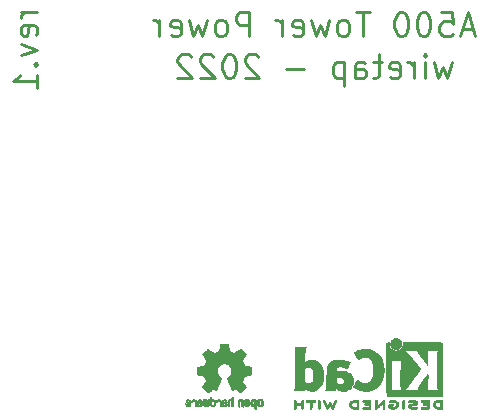
<source format=gbr>
%TF.GenerationSoftware,KiCad,Pcbnew,(5.1.6)-1*%
%TF.CreationDate,2022-09-29T14:47:16-04:00*%
%TF.ProjectId,A500-tower-power,41353030-2d74-46f7-9765-722d706f7765,rev?*%
%TF.SameCoordinates,Original*%
%TF.FileFunction,Legend,Bot*%
%TF.FilePolarity,Positive*%
%FSLAX46Y46*%
G04 Gerber Fmt 4.6, Leading zero omitted, Abs format (unit mm)*
G04 Created by KiCad (PCBNEW (5.1.6)-1) date 2022-09-29 14:47:16*
%MOMM*%
%LPD*%
G01*
G04 APERTURE LIST*
%ADD10C,0.250000*%
%ADD11C,0.010000*%
G04 APERTURE END LIST*
D10*
X129174761Y-80629523D02*
X127841428Y-80629523D01*
X128222380Y-80629523D02*
X128031904Y-80724761D01*
X127936666Y-80820000D01*
X127841428Y-81010476D01*
X127841428Y-81200952D01*
X129079523Y-82629523D02*
X129174761Y-82439047D01*
X129174761Y-82058095D01*
X129079523Y-81867619D01*
X128889047Y-81772380D01*
X128127142Y-81772380D01*
X127936666Y-81867619D01*
X127841428Y-82058095D01*
X127841428Y-82439047D01*
X127936666Y-82629523D01*
X128127142Y-82724761D01*
X128317619Y-82724761D01*
X128508095Y-81772380D01*
X127841428Y-83391428D02*
X129174761Y-83867619D01*
X127841428Y-84343809D01*
X128984285Y-85105714D02*
X129079523Y-85200952D01*
X129174761Y-85105714D01*
X129079523Y-85010476D01*
X128984285Y-85105714D01*
X129174761Y-85105714D01*
X129174761Y-87105714D02*
X129174761Y-85962857D01*
X129174761Y-86534285D02*
X127174761Y-86534285D01*
X127460476Y-86343809D01*
X127650952Y-86153333D01*
X127746190Y-85962857D01*
X164320666Y-84915428D02*
X163939714Y-86248761D01*
X163558761Y-85296380D01*
X163177809Y-86248761D01*
X162796857Y-84915428D01*
X162034952Y-86248761D02*
X162034952Y-84915428D01*
X162034952Y-84248761D02*
X162130190Y-84344000D01*
X162034952Y-84439238D01*
X161939714Y-84344000D01*
X162034952Y-84248761D01*
X162034952Y-84439238D01*
X161082571Y-86248761D02*
X161082571Y-84915428D01*
X161082571Y-85296380D02*
X160987333Y-85105904D01*
X160892095Y-85010666D01*
X160701619Y-84915428D01*
X160511142Y-84915428D01*
X159082571Y-86153523D02*
X159273047Y-86248761D01*
X159654000Y-86248761D01*
X159844476Y-86153523D01*
X159939714Y-85963047D01*
X159939714Y-85201142D01*
X159844476Y-85010666D01*
X159654000Y-84915428D01*
X159273047Y-84915428D01*
X159082571Y-85010666D01*
X158987333Y-85201142D01*
X158987333Y-85391619D01*
X159939714Y-85582095D01*
X158415904Y-84915428D02*
X157654000Y-84915428D01*
X158130190Y-84248761D02*
X158130190Y-85963047D01*
X158034952Y-86153523D01*
X157844476Y-86248761D01*
X157654000Y-86248761D01*
X156130190Y-86248761D02*
X156130190Y-85201142D01*
X156225428Y-85010666D01*
X156415904Y-84915428D01*
X156796857Y-84915428D01*
X156987333Y-85010666D01*
X156130190Y-86153523D02*
X156320666Y-86248761D01*
X156796857Y-86248761D01*
X156987333Y-86153523D01*
X157082571Y-85963047D01*
X157082571Y-85772571D01*
X156987333Y-85582095D01*
X156796857Y-85486857D01*
X156320666Y-85486857D01*
X156130190Y-85391619D01*
X155177809Y-84915428D02*
X155177809Y-86915428D01*
X155177809Y-85010666D02*
X154987333Y-84915428D01*
X154606380Y-84915428D01*
X154415904Y-85010666D01*
X154320666Y-85105904D01*
X154225428Y-85296380D01*
X154225428Y-85867809D01*
X154320666Y-86058285D01*
X154415904Y-86153523D01*
X154606380Y-86248761D01*
X154987333Y-86248761D01*
X155177809Y-86153523D01*
X151844476Y-85486857D02*
X150320666Y-85486857D01*
X147939714Y-84439238D02*
X147844476Y-84344000D01*
X147654000Y-84248761D01*
X147177809Y-84248761D01*
X146987333Y-84344000D01*
X146892095Y-84439238D01*
X146796857Y-84629714D01*
X146796857Y-84820190D01*
X146892095Y-85105904D01*
X148034952Y-86248761D01*
X146796857Y-86248761D01*
X145558761Y-84248761D02*
X145368285Y-84248761D01*
X145177809Y-84344000D01*
X145082571Y-84439238D01*
X144987333Y-84629714D01*
X144892095Y-85010666D01*
X144892095Y-85486857D01*
X144987333Y-85867809D01*
X145082571Y-86058285D01*
X145177809Y-86153523D01*
X145368285Y-86248761D01*
X145558761Y-86248761D01*
X145749238Y-86153523D01*
X145844476Y-86058285D01*
X145939714Y-85867809D01*
X146034952Y-85486857D01*
X146034952Y-85010666D01*
X145939714Y-84629714D01*
X145844476Y-84439238D01*
X145749238Y-84344000D01*
X145558761Y-84248761D01*
X144130190Y-84439238D02*
X144034952Y-84344000D01*
X143844476Y-84248761D01*
X143368285Y-84248761D01*
X143177809Y-84344000D01*
X143082571Y-84439238D01*
X142987333Y-84629714D01*
X142987333Y-84820190D01*
X143082571Y-85105904D01*
X144225428Y-86248761D01*
X142987333Y-86248761D01*
X142225428Y-84439238D02*
X142130190Y-84344000D01*
X141939714Y-84248761D01*
X141463523Y-84248761D01*
X141273047Y-84344000D01*
X141177809Y-84439238D01*
X141082571Y-84629714D01*
X141082571Y-84820190D01*
X141177809Y-85105904D01*
X142320666Y-86248761D01*
X141082571Y-86248761D01*
X166130190Y-82121333D02*
X165177809Y-82121333D01*
X166320666Y-82692761D02*
X165654000Y-80692761D01*
X164987333Y-82692761D01*
X163368285Y-80692761D02*
X164320666Y-80692761D01*
X164415904Y-81645142D01*
X164320666Y-81549904D01*
X164130190Y-81454666D01*
X163654000Y-81454666D01*
X163463523Y-81549904D01*
X163368285Y-81645142D01*
X163273047Y-81835619D01*
X163273047Y-82311809D01*
X163368285Y-82502285D01*
X163463523Y-82597523D01*
X163654000Y-82692761D01*
X164130190Y-82692761D01*
X164320666Y-82597523D01*
X164415904Y-82502285D01*
X162034952Y-80692761D02*
X161844476Y-80692761D01*
X161654000Y-80788000D01*
X161558761Y-80883238D01*
X161463523Y-81073714D01*
X161368285Y-81454666D01*
X161368285Y-81930857D01*
X161463523Y-82311809D01*
X161558761Y-82502285D01*
X161654000Y-82597523D01*
X161844476Y-82692761D01*
X162034952Y-82692761D01*
X162225428Y-82597523D01*
X162320666Y-82502285D01*
X162415904Y-82311809D01*
X162511142Y-81930857D01*
X162511142Y-81454666D01*
X162415904Y-81073714D01*
X162320666Y-80883238D01*
X162225428Y-80788000D01*
X162034952Y-80692761D01*
X160130190Y-80692761D02*
X159939714Y-80692761D01*
X159749238Y-80788000D01*
X159654000Y-80883238D01*
X159558761Y-81073714D01*
X159463523Y-81454666D01*
X159463523Y-81930857D01*
X159558761Y-82311809D01*
X159654000Y-82502285D01*
X159749238Y-82597523D01*
X159939714Y-82692761D01*
X160130190Y-82692761D01*
X160320666Y-82597523D01*
X160415904Y-82502285D01*
X160511142Y-82311809D01*
X160606380Y-81930857D01*
X160606380Y-81454666D01*
X160511142Y-81073714D01*
X160415904Y-80883238D01*
X160320666Y-80788000D01*
X160130190Y-80692761D01*
X157368285Y-80692761D02*
X156225428Y-80692761D01*
X156796857Y-82692761D02*
X156796857Y-80692761D01*
X155273047Y-82692761D02*
X155463523Y-82597523D01*
X155558761Y-82502285D01*
X155654000Y-82311809D01*
X155654000Y-81740380D01*
X155558761Y-81549904D01*
X155463523Y-81454666D01*
X155273047Y-81359428D01*
X154987333Y-81359428D01*
X154796857Y-81454666D01*
X154701619Y-81549904D01*
X154606380Y-81740380D01*
X154606380Y-82311809D01*
X154701619Y-82502285D01*
X154796857Y-82597523D01*
X154987333Y-82692761D01*
X155273047Y-82692761D01*
X153939714Y-81359428D02*
X153558761Y-82692761D01*
X153177809Y-81740380D01*
X152796857Y-82692761D01*
X152415904Y-81359428D01*
X150892095Y-82597523D02*
X151082571Y-82692761D01*
X151463523Y-82692761D01*
X151654000Y-82597523D01*
X151749238Y-82407047D01*
X151749238Y-81645142D01*
X151654000Y-81454666D01*
X151463523Y-81359428D01*
X151082571Y-81359428D01*
X150892095Y-81454666D01*
X150796857Y-81645142D01*
X150796857Y-81835619D01*
X151749238Y-82026095D01*
X149939714Y-82692761D02*
X149939714Y-81359428D01*
X149939714Y-81740380D02*
X149844476Y-81549904D01*
X149749238Y-81454666D01*
X149558761Y-81359428D01*
X149368285Y-81359428D01*
X147177809Y-82692761D02*
X147177809Y-80692761D01*
X146415904Y-80692761D01*
X146225428Y-80788000D01*
X146130190Y-80883238D01*
X146034952Y-81073714D01*
X146034952Y-81359428D01*
X146130190Y-81549904D01*
X146225428Y-81645142D01*
X146415904Y-81740380D01*
X147177809Y-81740380D01*
X144892095Y-82692761D02*
X145082571Y-82597523D01*
X145177809Y-82502285D01*
X145273047Y-82311809D01*
X145273047Y-81740380D01*
X145177809Y-81549904D01*
X145082571Y-81454666D01*
X144892095Y-81359428D01*
X144606380Y-81359428D01*
X144415904Y-81454666D01*
X144320666Y-81549904D01*
X144225428Y-81740380D01*
X144225428Y-82311809D01*
X144320666Y-82502285D01*
X144415904Y-82597523D01*
X144606380Y-82692761D01*
X144892095Y-82692761D01*
X143558761Y-81359428D02*
X143177809Y-82692761D01*
X142796857Y-81740380D01*
X142415904Y-82692761D01*
X142034952Y-81359428D01*
X140511142Y-82597523D02*
X140701619Y-82692761D01*
X141082571Y-82692761D01*
X141273047Y-82597523D01*
X141368285Y-82407047D01*
X141368285Y-81645142D01*
X141273047Y-81454666D01*
X141082571Y-81359428D01*
X140701619Y-81359428D01*
X140511142Y-81454666D01*
X140415904Y-81645142D01*
X140415904Y-81835619D01*
X141368285Y-82026095D01*
X139558761Y-82692761D02*
X139558761Y-81359428D01*
X139558761Y-81740380D02*
X139463523Y-81549904D01*
X139368285Y-81454666D01*
X139177809Y-81359428D01*
X138987333Y-81359428D01*
D11*
%TO.C,REF\u002A\u002A*%
G36*
X147434256Y-113425918D02*
G01*
X147378799Y-113453568D01*
X147329852Y-113504480D01*
X147316371Y-113523338D01*
X147301686Y-113548015D01*
X147292158Y-113574816D01*
X147286707Y-113610587D01*
X147284253Y-113662169D01*
X147283714Y-113730267D01*
X147286148Y-113823588D01*
X147294606Y-113893657D01*
X147310826Y-113945931D01*
X147336546Y-113985869D01*
X147373503Y-114018929D01*
X147376218Y-114020886D01*
X147412640Y-114040908D01*
X147456498Y-114050815D01*
X147512276Y-114053257D01*
X147602952Y-114053257D01*
X147602990Y-114141283D01*
X147603834Y-114190308D01*
X147608976Y-114219065D01*
X147622413Y-114236311D01*
X147648142Y-114250808D01*
X147654321Y-114253769D01*
X147683236Y-114267648D01*
X147705624Y-114276414D01*
X147722271Y-114277171D01*
X147733964Y-114267023D01*
X147741490Y-114243073D01*
X147745634Y-114202426D01*
X147747185Y-114142186D01*
X147746929Y-114059455D01*
X147745651Y-113951339D01*
X147745252Y-113919000D01*
X147743815Y-113807524D01*
X147742528Y-113734603D01*
X147603029Y-113734603D01*
X147602245Y-113796499D01*
X147598760Y-113836997D01*
X147590876Y-113863708D01*
X147576895Y-113884244D01*
X147567403Y-113894260D01*
X147528596Y-113923567D01*
X147494237Y-113925952D01*
X147458784Y-113901750D01*
X147457886Y-113900857D01*
X147443461Y-113882153D01*
X147434687Y-113856732D01*
X147430261Y-113817584D01*
X147428882Y-113757697D01*
X147428857Y-113744430D01*
X147432188Y-113661901D01*
X147443031Y-113604691D01*
X147462660Y-113569766D01*
X147492350Y-113554094D01*
X147509509Y-113552514D01*
X147550234Y-113559926D01*
X147578168Y-113584330D01*
X147594983Y-113628980D01*
X147602350Y-113697130D01*
X147603029Y-113734603D01*
X147742528Y-113734603D01*
X147742292Y-113721245D01*
X147740323Y-113656333D01*
X147737550Y-113608958D01*
X147733612Y-113575290D01*
X147728151Y-113551498D01*
X147720808Y-113533753D01*
X147711223Y-113518224D01*
X147707113Y-113512381D01*
X147652595Y-113457185D01*
X147583664Y-113425890D01*
X147503928Y-113417165D01*
X147434256Y-113425918D01*
G37*
X147434256Y-113425918D02*
X147378799Y-113453568D01*
X147329852Y-113504480D01*
X147316371Y-113523338D01*
X147301686Y-113548015D01*
X147292158Y-113574816D01*
X147286707Y-113610587D01*
X147284253Y-113662169D01*
X147283714Y-113730267D01*
X147286148Y-113823588D01*
X147294606Y-113893657D01*
X147310826Y-113945931D01*
X147336546Y-113985869D01*
X147373503Y-114018929D01*
X147376218Y-114020886D01*
X147412640Y-114040908D01*
X147456498Y-114050815D01*
X147512276Y-114053257D01*
X147602952Y-114053257D01*
X147602990Y-114141283D01*
X147603834Y-114190308D01*
X147608976Y-114219065D01*
X147622413Y-114236311D01*
X147648142Y-114250808D01*
X147654321Y-114253769D01*
X147683236Y-114267648D01*
X147705624Y-114276414D01*
X147722271Y-114277171D01*
X147733964Y-114267023D01*
X147741490Y-114243073D01*
X147745634Y-114202426D01*
X147747185Y-114142186D01*
X147746929Y-114059455D01*
X147745651Y-113951339D01*
X147745252Y-113919000D01*
X147743815Y-113807524D01*
X147742528Y-113734603D01*
X147603029Y-113734603D01*
X147602245Y-113796499D01*
X147598760Y-113836997D01*
X147590876Y-113863708D01*
X147576895Y-113884244D01*
X147567403Y-113894260D01*
X147528596Y-113923567D01*
X147494237Y-113925952D01*
X147458784Y-113901750D01*
X147457886Y-113900857D01*
X147443461Y-113882153D01*
X147434687Y-113856732D01*
X147430261Y-113817584D01*
X147428882Y-113757697D01*
X147428857Y-113744430D01*
X147432188Y-113661901D01*
X147443031Y-113604691D01*
X147462660Y-113569766D01*
X147492350Y-113554094D01*
X147509509Y-113552514D01*
X147550234Y-113559926D01*
X147578168Y-113584330D01*
X147594983Y-113628980D01*
X147602350Y-113697130D01*
X147603029Y-113734603D01*
X147742528Y-113734603D01*
X147742292Y-113721245D01*
X147740323Y-113656333D01*
X147737550Y-113608958D01*
X147733612Y-113575290D01*
X147728151Y-113551498D01*
X147720808Y-113533753D01*
X147711223Y-113518224D01*
X147707113Y-113512381D01*
X147652595Y-113457185D01*
X147583664Y-113425890D01*
X147503928Y-113417165D01*
X147434256Y-113425918D01*
G36*
X146317907Y-113433780D02*
G01*
X146271328Y-113460723D01*
X146238943Y-113487466D01*
X146215258Y-113515484D01*
X146198941Y-113549748D01*
X146188661Y-113595227D01*
X146183086Y-113656892D01*
X146180884Y-113739711D01*
X146180629Y-113799246D01*
X146180629Y-114018391D01*
X146242314Y-114046044D01*
X146304000Y-114073697D01*
X146311257Y-113833670D01*
X146314256Y-113744028D01*
X146317402Y-113678962D01*
X146321299Y-113634026D01*
X146326553Y-113604770D01*
X146333769Y-113586748D01*
X146343550Y-113575511D01*
X146346688Y-113573079D01*
X146394239Y-113554083D01*
X146442303Y-113561600D01*
X146470914Y-113581543D01*
X146482553Y-113595675D01*
X146490609Y-113614220D01*
X146495729Y-113642334D01*
X146498559Y-113685173D01*
X146499744Y-113747895D01*
X146499943Y-113813261D01*
X146499982Y-113895268D01*
X146501386Y-113953316D01*
X146506086Y-113992465D01*
X146516013Y-114017780D01*
X146533097Y-114034323D01*
X146559268Y-114047156D01*
X146594225Y-114060491D01*
X146632404Y-114075007D01*
X146627859Y-113817389D01*
X146626029Y-113724519D01*
X146623888Y-113655889D01*
X146620819Y-113606711D01*
X146616206Y-113572198D01*
X146609432Y-113547562D01*
X146599881Y-113528016D01*
X146588366Y-113510770D01*
X146532810Y-113455680D01*
X146465020Y-113423822D01*
X146391287Y-113416191D01*
X146317907Y-113433780D01*
G37*
X146317907Y-113433780D02*
X146271328Y-113460723D01*
X146238943Y-113487466D01*
X146215258Y-113515484D01*
X146198941Y-113549748D01*
X146188661Y-113595227D01*
X146183086Y-113656892D01*
X146180884Y-113739711D01*
X146180629Y-113799246D01*
X146180629Y-114018391D01*
X146242314Y-114046044D01*
X146304000Y-114073697D01*
X146311257Y-113833670D01*
X146314256Y-113744028D01*
X146317402Y-113678962D01*
X146321299Y-113634026D01*
X146326553Y-113604770D01*
X146333769Y-113586748D01*
X146343550Y-113575511D01*
X146346688Y-113573079D01*
X146394239Y-113554083D01*
X146442303Y-113561600D01*
X146470914Y-113581543D01*
X146482553Y-113595675D01*
X146490609Y-113614220D01*
X146495729Y-113642334D01*
X146498559Y-113685173D01*
X146499744Y-113747895D01*
X146499943Y-113813261D01*
X146499982Y-113895268D01*
X146501386Y-113953316D01*
X146506086Y-113992465D01*
X146516013Y-114017780D01*
X146533097Y-114034323D01*
X146559268Y-114047156D01*
X146594225Y-114060491D01*
X146632404Y-114075007D01*
X146627859Y-113817389D01*
X146626029Y-113724519D01*
X146623888Y-113655889D01*
X146620819Y-113606711D01*
X146616206Y-113572198D01*
X146609432Y-113547562D01*
X146599881Y-113528016D01*
X146588366Y-113510770D01*
X146532810Y-113455680D01*
X146465020Y-113423822D01*
X146391287Y-113416191D01*
X146317907Y-113433780D01*
G36*
X147992885Y-113427962D02*
G01*
X147924855Y-113463733D01*
X147874649Y-113521301D01*
X147856815Y-113558312D01*
X147842937Y-113613882D01*
X147835833Y-113684096D01*
X147835160Y-113760727D01*
X147840573Y-113835552D01*
X147851730Y-113900342D01*
X147868286Y-113946873D01*
X147873374Y-113954887D01*
X147933645Y-114014707D01*
X148005231Y-114050535D01*
X148082908Y-114061020D01*
X148161452Y-114044810D01*
X148183311Y-114035092D01*
X148225878Y-114005143D01*
X148263237Y-113965433D01*
X148266768Y-113960397D01*
X148281119Y-113936124D01*
X148290606Y-113910178D01*
X148296210Y-113876022D01*
X148298914Y-113827119D01*
X148299701Y-113756935D01*
X148299714Y-113741200D01*
X148299678Y-113736192D01*
X148154571Y-113736192D01*
X148153727Y-113802430D01*
X148150404Y-113846386D01*
X148143417Y-113874779D01*
X148131584Y-113894325D01*
X148125543Y-113900857D01*
X148090814Y-113925680D01*
X148057097Y-113924548D01*
X148023005Y-113903016D01*
X148002671Y-113880029D01*
X147990629Y-113846478D01*
X147983866Y-113793569D01*
X147983402Y-113787399D01*
X147982248Y-113691513D01*
X147994312Y-113620299D01*
X148019430Y-113574194D01*
X148057440Y-113553635D01*
X148071008Y-113552514D01*
X148106636Y-113558152D01*
X148131006Y-113577686D01*
X148145907Y-113615042D01*
X148153125Y-113674150D01*
X148154571Y-113736192D01*
X148299678Y-113736192D01*
X148299174Y-113666413D01*
X148296904Y-113614159D01*
X148291932Y-113577949D01*
X148283287Y-113551299D01*
X148269995Y-113527722D01*
X148267057Y-113523338D01*
X148217687Y-113464249D01*
X148163891Y-113429947D01*
X148098398Y-113416331D01*
X148076158Y-113415665D01*
X147992885Y-113427962D01*
G37*
X147992885Y-113427962D02*
X147924855Y-113463733D01*
X147874649Y-113521301D01*
X147856815Y-113558312D01*
X147842937Y-113613882D01*
X147835833Y-113684096D01*
X147835160Y-113760727D01*
X147840573Y-113835552D01*
X147851730Y-113900342D01*
X147868286Y-113946873D01*
X147873374Y-113954887D01*
X147933645Y-114014707D01*
X148005231Y-114050535D01*
X148082908Y-114061020D01*
X148161452Y-114044810D01*
X148183311Y-114035092D01*
X148225878Y-114005143D01*
X148263237Y-113965433D01*
X148266768Y-113960397D01*
X148281119Y-113936124D01*
X148290606Y-113910178D01*
X148296210Y-113876022D01*
X148298914Y-113827119D01*
X148299701Y-113756935D01*
X148299714Y-113741200D01*
X148299678Y-113736192D01*
X148154571Y-113736192D01*
X148153727Y-113802430D01*
X148150404Y-113846386D01*
X148143417Y-113874779D01*
X148131584Y-113894325D01*
X148125543Y-113900857D01*
X148090814Y-113925680D01*
X148057097Y-113924548D01*
X148023005Y-113903016D01*
X148002671Y-113880029D01*
X147990629Y-113846478D01*
X147983866Y-113793569D01*
X147983402Y-113787399D01*
X147982248Y-113691513D01*
X147994312Y-113620299D01*
X148019430Y-113574194D01*
X148057440Y-113553635D01*
X148071008Y-113552514D01*
X148106636Y-113558152D01*
X148131006Y-113577686D01*
X148145907Y-113615042D01*
X148153125Y-113674150D01*
X148154571Y-113736192D01*
X148299678Y-113736192D01*
X148299174Y-113666413D01*
X148296904Y-113614159D01*
X148291932Y-113577949D01*
X148283287Y-113551299D01*
X148269995Y-113527722D01*
X148267057Y-113523338D01*
X148217687Y-113464249D01*
X148163891Y-113429947D01*
X148098398Y-113416331D01*
X148076158Y-113415665D01*
X147992885Y-113427962D01*
G36*
X146865697Y-113437239D02*
G01*
X146808473Y-113475735D01*
X146764251Y-113531335D01*
X146737833Y-113602086D01*
X146732490Y-113654162D01*
X146733097Y-113675893D01*
X146738178Y-113692531D01*
X146752145Y-113707437D01*
X146779411Y-113723973D01*
X146824388Y-113745498D01*
X146891489Y-113775374D01*
X146891829Y-113775524D01*
X146953593Y-113803813D01*
X147004241Y-113828933D01*
X147038596Y-113848179D01*
X147051482Y-113858848D01*
X147051486Y-113858934D01*
X147040128Y-113882166D01*
X147013569Y-113907774D01*
X146983077Y-113926221D01*
X146967630Y-113929886D01*
X146925485Y-113917212D01*
X146889192Y-113885471D01*
X146871483Y-113850572D01*
X146854448Y-113824845D01*
X146821078Y-113795546D01*
X146781851Y-113770235D01*
X146747244Y-113756471D01*
X146740007Y-113755714D01*
X146731861Y-113768160D01*
X146731370Y-113799972D01*
X146737357Y-113842866D01*
X146748643Y-113888558D01*
X146764050Y-113928761D01*
X146764829Y-113930322D01*
X146811196Y-113995062D01*
X146871289Y-114039097D01*
X146939535Y-114060711D01*
X147010362Y-114058185D01*
X147078196Y-114029804D01*
X147081212Y-114027808D01*
X147134573Y-113979448D01*
X147169660Y-113916352D01*
X147189078Y-113833387D01*
X147191684Y-113810078D01*
X147196299Y-113700055D01*
X147190767Y-113648748D01*
X147051486Y-113648748D01*
X147049676Y-113680753D01*
X147039778Y-113690093D01*
X147015102Y-113683105D01*
X146976205Y-113666587D01*
X146932725Y-113645881D01*
X146931644Y-113645333D01*
X146894791Y-113625949D01*
X146880000Y-113613013D01*
X146883647Y-113599451D01*
X146899005Y-113581632D01*
X146938077Y-113555845D01*
X146980154Y-113553950D01*
X147017897Y-113572717D01*
X147043966Y-113608915D01*
X147051486Y-113648748D01*
X147190767Y-113648748D01*
X147186806Y-113612027D01*
X147162450Y-113542212D01*
X147128544Y-113493302D01*
X147067347Y-113443878D01*
X146999937Y-113419359D01*
X146931120Y-113417797D01*
X146865697Y-113437239D01*
G37*
X146865697Y-113437239D02*
X146808473Y-113475735D01*
X146764251Y-113531335D01*
X146737833Y-113602086D01*
X146732490Y-113654162D01*
X146733097Y-113675893D01*
X146738178Y-113692531D01*
X146752145Y-113707437D01*
X146779411Y-113723973D01*
X146824388Y-113745498D01*
X146891489Y-113775374D01*
X146891829Y-113775524D01*
X146953593Y-113803813D01*
X147004241Y-113828933D01*
X147038596Y-113848179D01*
X147051482Y-113858848D01*
X147051486Y-113858934D01*
X147040128Y-113882166D01*
X147013569Y-113907774D01*
X146983077Y-113926221D01*
X146967630Y-113929886D01*
X146925485Y-113917212D01*
X146889192Y-113885471D01*
X146871483Y-113850572D01*
X146854448Y-113824845D01*
X146821078Y-113795546D01*
X146781851Y-113770235D01*
X146747244Y-113756471D01*
X146740007Y-113755714D01*
X146731861Y-113768160D01*
X146731370Y-113799972D01*
X146737357Y-113842866D01*
X146748643Y-113888558D01*
X146764050Y-113928761D01*
X146764829Y-113930322D01*
X146811196Y-113995062D01*
X146871289Y-114039097D01*
X146939535Y-114060711D01*
X147010362Y-114058185D01*
X147078196Y-114029804D01*
X147081212Y-114027808D01*
X147134573Y-113979448D01*
X147169660Y-113916352D01*
X147189078Y-113833387D01*
X147191684Y-113810078D01*
X147196299Y-113700055D01*
X147190767Y-113648748D01*
X147051486Y-113648748D01*
X147049676Y-113680753D01*
X147039778Y-113690093D01*
X147015102Y-113683105D01*
X146976205Y-113666587D01*
X146932725Y-113645881D01*
X146931644Y-113645333D01*
X146894791Y-113625949D01*
X146880000Y-113613013D01*
X146883647Y-113599451D01*
X146899005Y-113581632D01*
X146938077Y-113555845D01*
X146980154Y-113553950D01*
X147017897Y-113572717D01*
X147043966Y-113608915D01*
X147051486Y-113648748D01*
X147190767Y-113648748D01*
X147186806Y-113612027D01*
X147162450Y-113542212D01*
X147128544Y-113493302D01*
X147067347Y-113443878D01*
X146999937Y-113419359D01*
X146931120Y-113417797D01*
X146865697Y-113437239D01*
G36*
X145658114Y-113357289D02*
G01*
X145653861Y-113416613D01*
X145648975Y-113451572D01*
X145642205Y-113466820D01*
X145632298Y-113467015D01*
X145629086Y-113465195D01*
X145586356Y-113452015D01*
X145530773Y-113452785D01*
X145474263Y-113466333D01*
X145438918Y-113483861D01*
X145402679Y-113511861D01*
X145376187Y-113543549D01*
X145358001Y-113583813D01*
X145346678Y-113637543D01*
X145340778Y-113709626D01*
X145338857Y-113804951D01*
X145338823Y-113823237D01*
X145338800Y-114028646D01*
X145384509Y-114044580D01*
X145416973Y-114055420D01*
X145434785Y-114060468D01*
X145435309Y-114060514D01*
X145437063Y-114046828D01*
X145438556Y-114009076D01*
X145439674Y-113952224D01*
X145440303Y-113881234D01*
X145440400Y-113838073D01*
X145440602Y-113752973D01*
X145441642Y-113691981D01*
X145444169Y-113650177D01*
X145448836Y-113622642D01*
X145456293Y-113604456D01*
X145467189Y-113590698D01*
X145473993Y-113584073D01*
X145520728Y-113557375D01*
X145571728Y-113555375D01*
X145617999Y-113577955D01*
X145626556Y-113586107D01*
X145639107Y-113601436D01*
X145647812Y-113619618D01*
X145653369Y-113645909D01*
X145656474Y-113685562D01*
X145657824Y-113743832D01*
X145658114Y-113824173D01*
X145658114Y-114028646D01*
X145703823Y-114044580D01*
X145736287Y-114055420D01*
X145754099Y-114060468D01*
X145754623Y-114060514D01*
X145755963Y-114046623D01*
X145757172Y-114007439D01*
X145758199Y-113946700D01*
X145758998Y-113868141D01*
X145759519Y-113775498D01*
X145759714Y-113672509D01*
X145759714Y-113275342D01*
X145712543Y-113255444D01*
X145665371Y-113235547D01*
X145658114Y-113357289D01*
G37*
X145658114Y-113357289D02*
X145653861Y-113416613D01*
X145648975Y-113451572D01*
X145642205Y-113466820D01*
X145632298Y-113467015D01*
X145629086Y-113465195D01*
X145586356Y-113452015D01*
X145530773Y-113452785D01*
X145474263Y-113466333D01*
X145438918Y-113483861D01*
X145402679Y-113511861D01*
X145376187Y-113543549D01*
X145358001Y-113583813D01*
X145346678Y-113637543D01*
X145340778Y-113709626D01*
X145338857Y-113804951D01*
X145338823Y-113823237D01*
X145338800Y-114028646D01*
X145384509Y-114044580D01*
X145416973Y-114055420D01*
X145434785Y-114060468D01*
X145435309Y-114060514D01*
X145437063Y-114046828D01*
X145438556Y-114009076D01*
X145439674Y-113952224D01*
X145440303Y-113881234D01*
X145440400Y-113838073D01*
X145440602Y-113752973D01*
X145441642Y-113691981D01*
X145444169Y-113650177D01*
X145448836Y-113622642D01*
X145456293Y-113604456D01*
X145467189Y-113590698D01*
X145473993Y-113584073D01*
X145520728Y-113557375D01*
X145571728Y-113555375D01*
X145617999Y-113577955D01*
X145626556Y-113586107D01*
X145639107Y-113601436D01*
X145647812Y-113619618D01*
X145653369Y-113645909D01*
X145656474Y-113685562D01*
X145657824Y-113743832D01*
X145658114Y-113824173D01*
X145658114Y-114028646D01*
X145703823Y-114044580D01*
X145736287Y-114055420D01*
X145754099Y-114060468D01*
X145754623Y-114060514D01*
X145755963Y-114046623D01*
X145757172Y-114007439D01*
X145758199Y-113946700D01*
X145758998Y-113868141D01*
X145759519Y-113775498D01*
X145759714Y-113672509D01*
X145759714Y-113275342D01*
X145712543Y-113255444D01*
X145665371Y-113235547D01*
X145658114Y-113357289D01*
G36*
X144994256Y-113456968D02*
G01*
X144937384Y-113478087D01*
X144936733Y-113478493D01*
X144901560Y-113504380D01*
X144875593Y-113534633D01*
X144857330Y-113574058D01*
X144845268Y-113627462D01*
X144837904Y-113699651D01*
X144833736Y-113795432D01*
X144833371Y-113809078D01*
X144828124Y-114014842D01*
X144872284Y-114037678D01*
X144904237Y-114053110D01*
X144923530Y-114060423D01*
X144924422Y-114060514D01*
X144927761Y-114047022D01*
X144930413Y-114010626D01*
X144932044Y-113957452D01*
X144932400Y-113914393D01*
X144932408Y-113844641D01*
X144935597Y-113800837D01*
X144946712Y-113779944D01*
X144970499Y-113778925D01*
X145011704Y-113794741D01*
X145073914Y-113823815D01*
X145119659Y-113847963D01*
X145143187Y-113868913D01*
X145150104Y-113891747D01*
X145150114Y-113892877D01*
X145138701Y-113932212D01*
X145104908Y-113953462D01*
X145053191Y-113956539D01*
X145015939Y-113956006D01*
X144996297Y-113966735D01*
X144984048Y-113992505D01*
X144976998Y-114025337D01*
X144987158Y-114043966D01*
X144990983Y-114046632D01*
X145026999Y-114057340D01*
X145077434Y-114058856D01*
X145129374Y-114051759D01*
X145166178Y-114038788D01*
X145217062Y-113995585D01*
X145245986Y-113935446D01*
X145251714Y-113888462D01*
X145247343Y-113846082D01*
X145231525Y-113811488D01*
X145200203Y-113780763D01*
X145149322Y-113749990D01*
X145074824Y-113715252D01*
X145070286Y-113713288D01*
X145003179Y-113682287D01*
X144961768Y-113656862D01*
X144944019Y-113634014D01*
X144947893Y-113610745D01*
X144971357Y-113584056D01*
X144978373Y-113577914D01*
X145025370Y-113554100D01*
X145074067Y-113555103D01*
X145116478Y-113578451D01*
X145144616Y-113621675D01*
X145147231Y-113630160D01*
X145172692Y-113671308D01*
X145204999Y-113691128D01*
X145251714Y-113710770D01*
X145251714Y-113659950D01*
X145237504Y-113586082D01*
X145195325Y-113518327D01*
X145173376Y-113495661D01*
X145123483Y-113466569D01*
X145060033Y-113453400D01*
X144994256Y-113456968D01*
G37*
X144994256Y-113456968D02*
X144937384Y-113478087D01*
X144936733Y-113478493D01*
X144901560Y-113504380D01*
X144875593Y-113534633D01*
X144857330Y-113574058D01*
X144845268Y-113627462D01*
X144837904Y-113699651D01*
X144833736Y-113795432D01*
X144833371Y-113809078D01*
X144828124Y-114014842D01*
X144872284Y-114037678D01*
X144904237Y-114053110D01*
X144923530Y-114060423D01*
X144924422Y-114060514D01*
X144927761Y-114047022D01*
X144930413Y-114010626D01*
X144932044Y-113957452D01*
X144932400Y-113914393D01*
X144932408Y-113844641D01*
X144935597Y-113800837D01*
X144946712Y-113779944D01*
X144970499Y-113778925D01*
X145011704Y-113794741D01*
X145073914Y-113823815D01*
X145119659Y-113847963D01*
X145143187Y-113868913D01*
X145150104Y-113891747D01*
X145150114Y-113892877D01*
X145138701Y-113932212D01*
X145104908Y-113953462D01*
X145053191Y-113956539D01*
X145015939Y-113956006D01*
X144996297Y-113966735D01*
X144984048Y-113992505D01*
X144976998Y-114025337D01*
X144987158Y-114043966D01*
X144990983Y-114046632D01*
X145026999Y-114057340D01*
X145077434Y-114058856D01*
X145129374Y-114051759D01*
X145166178Y-114038788D01*
X145217062Y-113995585D01*
X145245986Y-113935446D01*
X145251714Y-113888462D01*
X145247343Y-113846082D01*
X145231525Y-113811488D01*
X145200203Y-113780763D01*
X145149322Y-113749990D01*
X145074824Y-113715252D01*
X145070286Y-113713288D01*
X145003179Y-113682287D01*
X144961768Y-113656862D01*
X144944019Y-113634014D01*
X144947893Y-113610745D01*
X144971357Y-113584056D01*
X144978373Y-113577914D01*
X145025370Y-113554100D01*
X145074067Y-113555103D01*
X145116478Y-113578451D01*
X145144616Y-113621675D01*
X145147231Y-113630160D01*
X145172692Y-113671308D01*
X145204999Y-113691128D01*
X145251714Y-113710770D01*
X145251714Y-113659950D01*
X145237504Y-113586082D01*
X145195325Y-113518327D01*
X145173376Y-113495661D01*
X145123483Y-113466569D01*
X145060033Y-113453400D01*
X144994256Y-113456968D01*
G36*
X144504074Y-113455755D02*
G01*
X144438142Y-113480084D01*
X144384727Y-113523117D01*
X144363836Y-113553409D01*
X144341061Y-113608994D01*
X144341534Y-113649186D01*
X144365438Y-113676217D01*
X144374283Y-113680813D01*
X144412470Y-113695144D01*
X144431972Y-113691472D01*
X144438578Y-113667407D01*
X144438914Y-113654114D01*
X144451008Y-113605210D01*
X144482529Y-113570999D01*
X144526341Y-113554476D01*
X144575305Y-113558634D01*
X144615106Y-113580227D01*
X144628550Y-113592544D01*
X144638079Y-113607487D01*
X144644515Y-113630075D01*
X144648683Y-113665328D01*
X144651403Y-113718266D01*
X144653498Y-113793907D01*
X144654040Y-113817857D01*
X144656019Y-113899790D01*
X144658269Y-113957455D01*
X144661643Y-113995608D01*
X144666994Y-114019004D01*
X144675176Y-114032398D01*
X144687041Y-114040545D01*
X144694638Y-114044144D01*
X144726898Y-114056452D01*
X144745889Y-114060514D01*
X144752164Y-114046948D01*
X144755994Y-114005934D01*
X144757400Y-113936999D01*
X144756402Y-113839669D01*
X144756092Y-113824657D01*
X144753899Y-113735859D01*
X144751307Y-113671019D01*
X144747618Y-113625067D01*
X144742136Y-113592935D01*
X144734165Y-113569553D01*
X144723007Y-113549852D01*
X144717170Y-113541410D01*
X144683704Y-113504057D01*
X144646273Y-113475003D01*
X144641691Y-113472467D01*
X144574574Y-113452443D01*
X144504074Y-113455755D01*
G37*
X144504074Y-113455755D02*
X144438142Y-113480084D01*
X144384727Y-113523117D01*
X144363836Y-113553409D01*
X144341061Y-113608994D01*
X144341534Y-113649186D01*
X144365438Y-113676217D01*
X144374283Y-113680813D01*
X144412470Y-113695144D01*
X144431972Y-113691472D01*
X144438578Y-113667407D01*
X144438914Y-113654114D01*
X144451008Y-113605210D01*
X144482529Y-113570999D01*
X144526341Y-113554476D01*
X144575305Y-113558634D01*
X144615106Y-113580227D01*
X144628550Y-113592544D01*
X144638079Y-113607487D01*
X144644515Y-113630075D01*
X144648683Y-113665328D01*
X144651403Y-113718266D01*
X144653498Y-113793907D01*
X144654040Y-113817857D01*
X144656019Y-113899790D01*
X144658269Y-113957455D01*
X144661643Y-113995608D01*
X144666994Y-114019004D01*
X144675176Y-114032398D01*
X144687041Y-114040545D01*
X144694638Y-114044144D01*
X144726898Y-114056452D01*
X144745889Y-114060514D01*
X144752164Y-114046948D01*
X144755994Y-114005934D01*
X144757400Y-113936999D01*
X144756402Y-113839669D01*
X144756092Y-113824657D01*
X144753899Y-113735859D01*
X144751307Y-113671019D01*
X144747618Y-113625067D01*
X144742136Y-113592935D01*
X144734165Y-113569553D01*
X144723007Y-113549852D01*
X144717170Y-113541410D01*
X144683704Y-113504057D01*
X144646273Y-113475003D01*
X144641691Y-113472467D01*
X144574574Y-113452443D01*
X144504074Y-113455755D01*
G36*
X143843883Y-113571358D02*
G01*
X143844067Y-113679837D01*
X143844781Y-113763287D01*
X143846325Y-113825704D01*
X143848999Y-113871085D01*
X143853106Y-113903429D01*
X143858945Y-113926733D01*
X143866818Y-113944995D01*
X143872779Y-113955418D01*
X143922145Y-114011945D01*
X143984736Y-114047377D01*
X144053987Y-114060090D01*
X144123332Y-114048463D01*
X144164625Y-114027568D01*
X144207975Y-113991422D01*
X144237519Y-113947276D01*
X144255345Y-113889462D01*
X144263537Y-113812313D01*
X144264698Y-113755714D01*
X144264542Y-113751647D01*
X144163143Y-113751647D01*
X144162524Y-113816550D01*
X144159686Y-113859514D01*
X144153160Y-113887622D01*
X144141477Y-113907953D01*
X144127517Y-113923288D01*
X144080635Y-113952890D01*
X144030299Y-113955419D01*
X143982724Y-113930705D01*
X143979021Y-113927356D01*
X143963217Y-113909935D01*
X143953307Y-113889209D01*
X143947942Y-113858362D01*
X143945772Y-113810577D01*
X143945429Y-113757748D01*
X143946173Y-113691381D01*
X143949252Y-113647106D01*
X143955939Y-113618009D01*
X143967504Y-113597173D01*
X143976987Y-113586107D01*
X144021040Y-113558198D01*
X144071776Y-113554843D01*
X144120204Y-113576159D01*
X144129550Y-113584073D01*
X144145460Y-113601647D01*
X144155390Y-113622587D01*
X144160722Y-113653782D01*
X144162837Y-113702122D01*
X144163143Y-113751647D01*
X144264542Y-113751647D01*
X144261190Y-113664568D01*
X144249274Y-113596086D01*
X144226865Y-113544600D01*
X144191876Y-113504443D01*
X144164625Y-113483861D01*
X144115093Y-113461625D01*
X144057684Y-113451304D01*
X144004318Y-113454067D01*
X143974457Y-113465212D01*
X143962739Y-113468383D01*
X143954963Y-113456557D01*
X143949535Y-113424866D01*
X143945429Y-113376593D01*
X143940933Y-113322829D01*
X143934687Y-113290482D01*
X143923324Y-113271985D01*
X143903472Y-113259770D01*
X143891000Y-113254362D01*
X143843829Y-113234601D01*
X143843883Y-113571358D01*
G37*
X143843883Y-113571358D02*
X143844067Y-113679837D01*
X143844781Y-113763287D01*
X143846325Y-113825704D01*
X143848999Y-113871085D01*
X143853106Y-113903429D01*
X143858945Y-113926733D01*
X143866818Y-113944995D01*
X143872779Y-113955418D01*
X143922145Y-114011945D01*
X143984736Y-114047377D01*
X144053987Y-114060090D01*
X144123332Y-114048463D01*
X144164625Y-114027568D01*
X144207975Y-113991422D01*
X144237519Y-113947276D01*
X144255345Y-113889462D01*
X144263537Y-113812313D01*
X144264698Y-113755714D01*
X144264542Y-113751647D01*
X144163143Y-113751647D01*
X144162524Y-113816550D01*
X144159686Y-113859514D01*
X144153160Y-113887622D01*
X144141477Y-113907953D01*
X144127517Y-113923288D01*
X144080635Y-113952890D01*
X144030299Y-113955419D01*
X143982724Y-113930705D01*
X143979021Y-113927356D01*
X143963217Y-113909935D01*
X143953307Y-113889209D01*
X143947942Y-113858362D01*
X143945772Y-113810577D01*
X143945429Y-113757748D01*
X143946173Y-113691381D01*
X143949252Y-113647106D01*
X143955939Y-113618009D01*
X143967504Y-113597173D01*
X143976987Y-113586107D01*
X144021040Y-113558198D01*
X144071776Y-113554843D01*
X144120204Y-113576159D01*
X144129550Y-113584073D01*
X144145460Y-113601647D01*
X144155390Y-113622587D01*
X144160722Y-113653782D01*
X144162837Y-113702122D01*
X144163143Y-113751647D01*
X144264542Y-113751647D01*
X144261190Y-113664568D01*
X144249274Y-113596086D01*
X144226865Y-113544600D01*
X144191876Y-113504443D01*
X144164625Y-113483861D01*
X144115093Y-113461625D01*
X144057684Y-113451304D01*
X144004318Y-113454067D01*
X143974457Y-113465212D01*
X143962739Y-113468383D01*
X143954963Y-113456557D01*
X143949535Y-113424866D01*
X143945429Y-113376593D01*
X143940933Y-113322829D01*
X143934687Y-113290482D01*
X143923324Y-113271985D01*
X143903472Y-113259770D01*
X143891000Y-113254362D01*
X143843829Y-113234601D01*
X143843883Y-113571358D01*
G36*
X143254167Y-113464663D02*
G01*
X143251952Y-113502850D01*
X143250216Y-113560886D01*
X143249101Y-113634180D01*
X143248743Y-113711055D01*
X143248743Y-113971196D01*
X143294674Y-114017127D01*
X143326325Y-114045429D01*
X143354110Y-114056893D01*
X143392085Y-114056168D01*
X143407160Y-114054321D01*
X143454274Y-114048948D01*
X143493244Y-114045869D01*
X143502743Y-114045585D01*
X143534767Y-114047445D01*
X143580568Y-114052114D01*
X143598326Y-114054321D01*
X143641943Y-114057735D01*
X143671255Y-114050320D01*
X143700320Y-114027427D01*
X143710812Y-114017127D01*
X143756743Y-113971196D01*
X143756743Y-113484602D01*
X143719774Y-113467758D01*
X143687941Y-113455282D01*
X143669317Y-113450914D01*
X143664542Y-113464718D01*
X143660079Y-113503286D01*
X143656225Y-113562356D01*
X143653278Y-113637663D01*
X143651857Y-113701286D01*
X143647886Y-113951657D01*
X143613241Y-113956556D01*
X143581732Y-113953131D01*
X143566292Y-113942041D01*
X143561977Y-113921308D01*
X143558292Y-113877145D01*
X143555531Y-113815146D01*
X143553988Y-113740909D01*
X143553765Y-113702706D01*
X143553543Y-113482783D01*
X143507834Y-113466849D01*
X143475482Y-113456015D01*
X143457885Y-113450962D01*
X143457377Y-113450914D01*
X143455612Y-113464648D01*
X143453671Y-113502730D01*
X143451718Y-113560482D01*
X143449916Y-113633227D01*
X143448657Y-113701286D01*
X143444686Y-113951657D01*
X143357600Y-113951657D01*
X143353604Y-113723240D01*
X143349608Y-113494822D01*
X143307153Y-113472868D01*
X143275808Y-113457793D01*
X143257256Y-113450951D01*
X143256721Y-113450914D01*
X143254167Y-113464663D01*
G37*
X143254167Y-113464663D02*
X143251952Y-113502850D01*
X143250216Y-113560886D01*
X143249101Y-113634180D01*
X143248743Y-113711055D01*
X143248743Y-113971196D01*
X143294674Y-114017127D01*
X143326325Y-114045429D01*
X143354110Y-114056893D01*
X143392085Y-114056168D01*
X143407160Y-114054321D01*
X143454274Y-114048948D01*
X143493244Y-114045869D01*
X143502743Y-114045585D01*
X143534767Y-114047445D01*
X143580568Y-114052114D01*
X143598326Y-114054321D01*
X143641943Y-114057735D01*
X143671255Y-114050320D01*
X143700320Y-114027427D01*
X143710812Y-114017127D01*
X143756743Y-113971196D01*
X143756743Y-113484602D01*
X143719774Y-113467758D01*
X143687941Y-113455282D01*
X143669317Y-113450914D01*
X143664542Y-113464718D01*
X143660079Y-113503286D01*
X143656225Y-113562356D01*
X143653278Y-113637663D01*
X143651857Y-113701286D01*
X143647886Y-113951657D01*
X143613241Y-113956556D01*
X143581732Y-113953131D01*
X143566292Y-113942041D01*
X143561977Y-113921308D01*
X143558292Y-113877145D01*
X143555531Y-113815146D01*
X143553988Y-113740909D01*
X143553765Y-113702706D01*
X143553543Y-113482783D01*
X143507834Y-113466849D01*
X143475482Y-113456015D01*
X143457885Y-113450962D01*
X143457377Y-113450914D01*
X143455612Y-113464648D01*
X143453671Y-113502730D01*
X143451718Y-113560482D01*
X143449916Y-113633227D01*
X143448657Y-113701286D01*
X143444686Y-113951657D01*
X143357600Y-113951657D01*
X143353604Y-113723240D01*
X143349608Y-113494822D01*
X143307153Y-113472868D01*
X143275808Y-113457793D01*
X143257256Y-113450951D01*
X143256721Y-113450914D01*
X143254167Y-113464663D01*
G36*
X142889124Y-113462335D02*
G01*
X142847333Y-113481344D01*
X142814531Y-113504378D01*
X142790497Y-113530133D01*
X142773903Y-113563358D01*
X142763423Y-113608800D01*
X142757729Y-113671207D01*
X142755493Y-113755327D01*
X142755257Y-113810721D01*
X142755257Y-114026826D01*
X142792226Y-114043670D01*
X142821344Y-114055981D01*
X142835769Y-114060514D01*
X142838528Y-114047025D01*
X142840718Y-114010653D01*
X142842058Y-113957542D01*
X142842343Y-113915372D01*
X142843566Y-113854447D01*
X142846864Y-113806115D01*
X142851679Y-113776518D01*
X142855504Y-113770229D01*
X142881217Y-113776652D01*
X142921582Y-113793125D01*
X142968321Y-113815458D01*
X143013155Y-113839457D01*
X143047807Y-113860930D01*
X143063998Y-113875685D01*
X143064062Y-113875845D01*
X143062670Y-113903152D01*
X143050182Y-113929219D01*
X143028257Y-113950392D01*
X142996257Y-113957474D01*
X142968908Y-113956649D01*
X142930174Y-113956042D01*
X142909842Y-113965116D01*
X142897631Y-113989092D01*
X142896091Y-113993613D01*
X142890797Y-114027806D01*
X142904953Y-114048568D01*
X142941852Y-114058462D01*
X142981711Y-114060292D01*
X143053438Y-114046727D01*
X143090568Y-114027355D01*
X143136424Y-113981845D01*
X143160744Y-113925983D01*
X143162927Y-113866957D01*
X143142371Y-113811953D01*
X143111451Y-113777486D01*
X143080580Y-113758189D01*
X143032058Y-113733759D01*
X142975515Y-113708985D01*
X142966090Y-113705199D01*
X142903981Y-113677791D01*
X142868178Y-113653634D01*
X142856663Y-113629619D01*
X142867420Y-113602635D01*
X142885886Y-113581543D01*
X142929531Y-113555572D01*
X142977554Y-113553624D01*
X143021594Y-113573637D01*
X143053291Y-113613551D01*
X143057451Y-113623848D01*
X143081673Y-113661724D01*
X143117035Y-113689842D01*
X143161657Y-113712917D01*
X143161657Y-113647485D01*
X143159031Y-113607506D01*
X143147770Y-113575997D01*
X143122801Y-113542378D01*
X143098831Y-113516484D01*
X143061559Y-113479817D01*
X143032599Y-113460121D01*
X143001495Y-113452220D01*
X142966287Y-113450914D01*
X142889124Y-113462335D01*
G37*
X142889124Y-113462335D02*
X142847333Y-113481344D01*
X142814531Y-113504378D01*
X142790497Y-113530133D01*
X142773903Y-113563358D01*
X142763423Y-113608800D01*
X142757729Y-113671207D01*
X142755493Y-113755327D01*
X142755257Y-113810721D01*
X142755257Y-114026826D01*
X142792226Y-114043670D01*
X142821344Y-114055981D01*
X142835769Y-114060514D01*
X142838528Y-114047025D01*
X142840718Y-114010653D01*
X142842058Y-113957542D01*
X142842343Y-113915372D01*
X142843566Y-113854447D01*
X142846864Y-113806115D01*
X142851679Y-113776518D01*
X142855504Y-113770229D01*
X142881217Y-113776652D01*
X142921582Y-113793125D01*
X142968321Y-113815458D01*
X143013155Y-113839457D01*
X143047807Y-113860930D01*
X143063998Y-113875685D01*
X143064062Y-113875845D01*
X143062670Y-113903152D01*
X143050182Y-113929219D01*
X143028257Y-113950392D01*
X142996257Y-113957474D01*
X142968908Y-113956649D01*
X142930174Y-113956042D01*
X142909842Y-113965116D01*
X142897631Y-113989092D01*
X142896091Y-113993613D01*
X142890797Y-114027806D01*
X142904953Y-114048568D01*
X142941852Y-114058462D01*
X142981711Y-114060292D01*
X143053438Y-114046727D01*
X143090568Y-114027355D01*
X143136424Y-113981845D01*
X143160744Y-113925983D01*
X143162927Y-113866957D01*
X143142371Y-113811953D01*
X143111451Y-113777486D01*
X143080580Y-113758189D01*
X143032058Y-113733759D01*
X142975515Y-113708985D01*
X142966090Y-113705199D01*
X142903981Y-113677791D01*
X142868178Y-113653634D01*
X142856663Y-113629619D01*
X142867420Y-113602635D01*
X142885886Y-113581543D01*
X142929531Y-113555572D01*
X142977554Y-113553624D01*
X143021594Y-113573637D01*
X143053291Y-113613551D01*
X143057451Y-113623848D01*
X143081673Y-113661724D01*
X143117035Y-113689842D01*
X143161657Y-113712917D01*
X143161657Y-113647485D01*
X143159031Y-113607506D01*
X143147770Y-113575997D01*
X143122801Y-113542378D01*
X143098831Y-113516484D01*
X143061559Y-113479817D01*
X143032599Y-113460121D01*
X143001495Y-113452220D01*
X142966287Y-113450914D01*
X142889124Y-113462335D01*
G36*
X142381400Y-113464752D02*
G01*
X142364052Y-113472334D01*
X142322644Y-113505128D01*
X142287235Y-113552547D01*
X142265336Y-113603151D01*
X142261771Y-113628098D01*
X142273721Y-113662927D01*
X142299933Y-113681357D01*
X142328036Y-113692516D01*
X142340905Y-113694572D01*
X142347171Y-113679649D01*
X142359544Y-113647175D01*
X142364972Y-113632502D01*
X142395410Y-113581744D01*
X142439480Y-113556427D01*
X142495990Y-113557206D01*
X142500175Y-113558203D01*
X142530345Y-113572507D01*
X142552524Y-113600393D01*
X142567673Y-113645287D01*
X142576750Y-113710615D01*
X142580714Y-113799804D01*
X142581086Y-113847261D01*
X142581270Y-113922071D01*
X142582478Y-113973069D01*
X142585691Y-114005471D01*
X142591891Y-114024495D01*
X142602060Y-114035356D01*
X142617181Y-114043272D01*
X142618054Y-114043670D01*
X142647172Y-114055981D01*
X142661597Y-114060514D01*
X142663814Y-114046809D01*
X142665711Y-114008925D01*
X142667153Y-113951715D01*
X142668002Y-113880027D01*
X142668171Y-113827565D01*
X142667308Y-113726047D01*
X142663930Y-113649032D01*
X142656858Y-113592023D01*
X142644912Y-113550526D01*
X142626910Y-113520043D01*
X142601673Y-113496080D01*
X142576753Y-113479355D01*
X142516829Y-113457097D01*
X142447089Y-113452076D01*
X142381400Y-113464752D01*
G37*
X142381400Y-113464752D02*
X142364052Y-113472334D01*
X142322644Y-113505128D01*
X142287235Y-113552547D01*
X142265336Y-113603151D01*
X142261771Y-113628098D01*
X142273721Y-113662927D01*
X142299933Y-113681357D01*
X142328036Y-113692516D01*
X142340905Y-113694572D01*
X142347171Y-113679649D01*
X142359544Y-113647175D01*
X142364972Y-113632502D01*
X142395410Y-113581744D01*
X142439480Y-113556427D01*
X142495990Y-113557206D01*
X142500175Y-113558203D01*
X142530345Y-113572507D01*
X142552524Y-113600393D01*
X142567673Y-113645287D01*
X142576750Y-113710615D01*
X142580714Y-113799804D01*
X142581086Y-113847261D01*
X142581270Y-113922071D01*
X142582478Y-113973069D01*
X142585691Y-114005471D01*
X142591891Y-114024495D01*
X142602060Y-114035356D01*
X142617181Y-114043272D01*
X142618054Y-114043670D01*
X142647172Y-114055981D01*
X142661597Y-114060514D01*
X142663814Y-114046809D01*
X142665711Y-114008925D01*
X142667153Y-113951715D01*
X142668002Y-113880027D01*
X142668171Y-113827565D01*
X142667308Y-113726047D01*
X142663930Y-113649032D01*
X142656858Y-113592023D01*
X142644912Y-113550526D01*
X142626910Y-113520043D01*
X142601673Y-113496080D01*
X142576753Y-113479355D01*
X142516829Y-113457097D01*
X142447089Y-113452076D01*
X142381400Y-113464752D01*
G36*
X141880405Y-113472966D02*
G01*
X141822979Y-113510497D01*
X141795281Y-113544096D01*
X141773338Y-113605064D01*
X141771595Y-113653308D01*
X141775543Y-113717816D01*
X141924314Y-113782934D01*
X141996651Y-113816202D01*
X142043916Y-113842964D01*
X142068493Y-113866144D01*
X142072763Y-113888667D01*
X142059111Y-113913455D01*
X142044057Y-113929886D01*
X142000254Y-113956235D01*
X141952611Y-113958081D01*
X141908855Y-113937546D01*
X141876711Y-113896752D01*
X141870962Y-113882347D01*
X141843424Y-113837356D01*
X141811742Y-113818182D01*
X141768286Y-113801779D01*
X141768286Y-113863966D01*
X141772128Y-113906283D01*
X141787177Y-113941969D01*
X141818720Y-113982943D01*
X141823408Y-113988267D01*
X141858494Y-114024720D01*
X141888653Y-114044283D01*
X141926385Y-114053283D01*
X141957665Y-114056230D01*
X142013615Y-114056965D01*
X142053445Y-114047660D01*
X142078292Y-114033846D01*
X142117344Y-114003467D01*
X142144375Y-113970613D01*
X142161483Y-113929294D01*
X142170762Y-113873521D01*
X142174307Y-113797305D01*
X142174590Y-113758622D01*
X142173628Y-113712247D01*
X142085993Y-113712247D01*
X142084977Y-113737126D01*
X142082444Y-113741200D01*
X142065726Y-113735665D01*
X142029751Y-113721017D01*
X141981669Y-113700190D01*
X141971614Y-113695714D01*
X141910848Y-113664814D01*
X141877368Y-113637657D01*
X141870010Y-113612220D01*
X141887609Y-113586481D01*
X141902144Y-113575109D01*
X141954590Y-113552364D01*
X142003678Y-113556122D01*
X142044773Y-113583884D01*
X142073242Y-113633152D01*
X142082369Y-113672257D01*
X142085993Y-113712247D01*
X142173628Y-113712247D01*
X142172715Y-113668249D01*
X142165804Y-113601384D01*
X142152116Y-113552695D01*
X142129904Y-113516849D01*
X142097426Y-113488513D01*
X142083267Y-113479355D01*
X142018947Y-113455507D01*
X141948527Y-113454006D01*
X141880405Y-113472966D01*
G37*
X141880405Y-113472966D02*
X141822979Y-113510497D01*
X141795281Y-113544096D01*
X141773338Y-113605064D01*
X141771595Y-113653308D01*
X141775543Y-113717816D01*
X141924314Y-113782934D01*
X141996651Y-113816202D01*
X142043916Y-113842964D01*
X142068493Y-113866144D01*
X142072763Y-113888667D01*
X142059111Y-113913455D01*
X142044057Y-113929886D01*
X142000254Y-113956235D01*
X141952611Y-113958081D01*
X141908855Y-113937546D01*
X141876711Y-113896752D01*
X141870962Y-113882347D01*
X141843424Y-113837356D01*
X141811742Y-113818182D01*
X141768286Y-113801779D01*
X141768286Y-113863966D01*
X141772128Y-113906283D01*
X141787177Y-113941969D01*
X141818720Y-113982943D01*
X141823408Y-113988267D01*
X141858494Y-114024720D01*
X141888653Y-114044283D01*
X141926385Y-114053283D01*
X141957665Y-114056230D01*
X142013615Y-114056965D01*
X142053445Y-114047660D01*
X142078292Y-114033846D01*
X142117344Y-114003467D01*
X142144375Y-113970613D01*
X142161483Y-113929294D01*
X142170762Y-113873521D01*
X142174307Y-113797305D01*
X142174590Y-113758622D01*
X142173628Y-113712247D01*
X142085993Y-113712247D01*
X142084977Y-113737126D01*
X142082444Y-113741200D01*
X142065726Y-113735665D01*
X142029751Y-113721017D01*
X141981669Y-113700190D01*
X141971614Y-113695714D01*
X141910848Y-113664814D01*
X141877368Y-113637657D01*
X141870010Y-113612220D01*
X141887609Y-113586481D01*
X141902144Y-113575109D01*
X141954590Y-113552364D01*
X142003678Y-113556122D01*
X142044773Y-113583884D01*
X142073242Y-113633152D01*
X142082369Y-113672257D01*
X142085993Y-113712247D01*
X142173628Y-113712247D01*
X142172715Y-113668249D01*
X142165804Y-113601384D01*
X142152116Y-113552695D01*
X142129904Y-113516849D01*
X142097426Y-113488513D01*
X142083267Y-113479355D01*
X142018947Y-113455507D01*
X141948527Y-113454006D01*
X141880405Y-113472966D01*
G36*
X144930090Y-108748348D02*
G01*
X144851546Y-108748778D01*
X144794702Y-108749942D01*
X144755895Y-108752207D01*
X144731462Y-108755940D01*
X144717738Y-108761506D01*
X144711060Y-108769273D01*
X144707764Y-108779605D01*
X144707444Y-108780943D01*
X144702438Y-108805079D01*
X144693171Y-108852701D01*
X144680608Y-108918741D01*
X144665713Y-108998128D01*
X144649449Y-109085796D01*
X144648881Y-109088875D01*
X144632590Y-109174789D01*
X144617348Y-109250696D01*
X144604139Y-109312045D01*
X144593946Y-109354282D01*
X144587752Y-109372855D01*
X144587457Y-109373184D01*
X144569212Y-109382253D01*
X144531595Y-109397367D01*
X144482729Y-109415262D01*
X144482457Y-109415358D01*
X144420907Y-109438493D01*
X144348343Y-109467965D01*
X144279943Y-109497597D01*
X144276706Y-109499062D01*
X144165298Y-109549626D01*
X143918601Y-109381160D01*
X143842923Y-109329803D01*
X143774369Y-109283889D01*
X143716912Y-109246030D01*
X143674524Y-109218837D01*
X143651175Y-109204921D01*
X143648958Y-109203889D01*
X143631990Y-109208484D01*
X143600299Y-109230655D01*
X143552648Y-109271447D01*
X143487802Y-109331905D01*
X143421603Y-109396227D01*
X143357786Y-109459612D01*
X143300671Y-109517451D01*
X143253695Y-109566175D01*
X143220297Y-109602210D01*
X143203915Y-109621984D01*
X143203306Y-109623002D01*
X143201495Y-109636572D01*
X143208317Y-109658733D01*
X143225460Y-109692478D01*
X143254607Y-109740800D01*
X143297445Y-109806692D01*
X143354552Y-109891517D01*
X143405234Y-109966177D01*
X143450539Y-110033140D01*
X143487850Y-110088516D01*
X143514548Y-110128420D01*
X143528015Y-110148962D01*
X143528863Y-110150356D01*
X143527219Y-110170038D01*
X143514755Y-110208293D01*
X143493952Y-110257889D01*
X143486538Y-110273728D01*
X143454186Y-110344290D01*
X143419672Y-110424353D01*
X143391635Y-110493629D01*
X143371432Y-110545045D01*
X143355385Y-110584119D01*
X143346112Y-110604541D01*
X143344959Y-110606114D01*
X143327904Y-110608721D01*
X143287702Y-110615863D01*
X143229698Y-110626523D01*
X143159237Y-110639685D01*
X143081665Y-110654333D01*
X143002328Y-110669449D01*
X142926569Y-110684018D01*
X142859736Y-110697022D01*
X142807172Y-110707445D01*
X142774224Y-110714270D01*
X142766143Y-110716199D01*
X142757795Y-110720962D01*
X142751494Y-110731718D01*
X142746955Y-110752098D01*
X142743896Y-110785734D01*
X142742033Y-110836255D01*
X142741082Y-110907292D01*
X142740760Y-111002476D01*
X142740743Y-111041492D01*
X142740743Y-111358799D01*
X142816943Y-111373839D01*
X142859337Y-111381995D01*
X142922600Y-111393899D01*
X142999038Y-111408116D01*
X143080957Y-111423210D01*
X143103600Y-111427355D01*
X143179194Y-111442053D01*
X143245047Y-111456505D01*
X143295634Y-111469375D01*
X143325426Y-111479322D01*
X143330388Y-111482287D01*
X143342574Y-111503283D01*
X143360047Y-111543967D01*
X143379423Y-111596322D01*
X143383266Y-111607600D01*
X143408661Y-111677523D01*
X143440183Y-111756418D01*
X143471031Y-111827266D01*
X143471183Y-111827595D01*
X143522553Y-111938733D01*
X143353601Y-112187253D01*
X143184648Y-112435772D01*
X143401571Y-112653058D01*
X143467181Y-112717726D01*
X143527021Y-112774733D01*
X143577733Y-112821033D01*
X143615954Y-112853584D01*
X143638325Y-112869343D01*
X143641534Y-112870343D01*
X143660374Y-112862469D01*
X143698820Y-112840578D01*
X143752670Y-112807267D01*
X143817724Y-112765131D01*
X143888060Y-112717943D01*
X143959445Y-112669810D01*
X144023092Y-112627928D01*
X144074959Y-112594871D01*
X144111005Y-112573218D01*
X144127133Y-112565543D01*
X144146811Y-112572037D01*
X144184125Y-112589150D01*
X144231379Y-112613326D01*
X144236388Y-112616013D01*
X144300023Y-112647927D01*
X144343659Y-112663579D01*
X144370798Y-112663745D01*
X144384943Y-112649204D01*
X144385025Y-112649000D01*
X144392095Y-112631779D01*
X144408958Y-112590899D01*
X144434305Y-112529525D01*
X144466829Y-112450819D01*
X144505222Y-112357947D01*
X144548178Y-112254072D01*
X144589778Y-112153502D01*
X144635496Y-112042516D01*
X144677474Y-111939703D01*
X144714452Y-111848215D01*
X144745173Y-111771201D01*
X144768378Y-111711815D01*
X144782810Y-111673209D01*
X144787257Y-111658800D01*
X144776104Y-111642272D01*
X144746931Y-111615930D01*
X144708029Y-111586887D01*
X144597243Y-111495039D01*
X144510649Y-111389759D01*
X144449284Y-111273266D01*
X144414185Y-111147776D01*
X144406392Y-111015507D01*
X144412057Y-110954457D01*
X144442922Y-110827795D01*
X144496080Y-110715941D01*
X144568233Y-110620001D01*
X144656083Y-110541076D01*
X144756335Y-110480270D01*
X144865690Y-110438687D01*
X144980853Y-110417428D01*
X145098525Y-110417599D01*
X145215410Y-110440301D01*
X145328211Y-110486638D01*
X145433631Y-110557713D01*
X145477632Y-110597911D01*
X145562021Y-110701129D01*
X145620778Y-110813925D01*
X145654296Y-110933010D01*
X145662965Y-111055095D01*
X145647177Y-111176893D01*
X145607322Y-111295116D01*
X145543793Y-111406475D01*
X145456979Y-111507684D01*
X145359971Y-111586887D01*
X145319563Y-111617162D01*
X145291018Y-111643219D01*
X145280743Y-111658825D01*
X145286123Y-111675843D01*
X145301425Y-111716500D01*
X145325388Y-111777642D01*
X145356756Y-111856119D01*
X145394268Y-111948780D01*
X145436667Y-112052472D01*
X145478337Y-112153526D01*
X145524310Y-112264607D01*
X145566893Y-112367541D01*
X145604779Y-112459165D01*
X145636660Y-112536316D01*
X145661229Y-112595831D01*
X145677180Y-112634544D01*
X145683090Y-112649000D01*
X145697052Y-112663685D01*
X145724060Y-112663642D01*
X145767587Y-112648099D01*
X145831110Y-112616284D01*
X145831612Y-112616013D01*
X145879440Y-112591323D01*
X145918103Y-112573338D01*
X145939905Y-112565614D01*
X145940867Y-112565543D01*
X145957279Y-112573378D01*
X145993513Y-112595165D01*
X146045526Y-112628328D01*
X146109275Y-112670291D01*
X146179940Y-112717943D01*
X146251884Y-112766191D01*
X146316726Y-112808151D01*
X146370265Y-112841227D01*
X146408303Y-112862821D01*
X146426467Y-112870343D01*
X146443192Y-112860457D01*
X146476820Y-112832826D01*
X146523990Y-112790495D01*
X146581342Y-112736505D01*
X146645516Y-112673899D01*
X146666503Y-112652983D01*
X146883501Y-112435623D01*
X146718332Y-112193220D01*
X146668136Y-112118781D01*
X146624081Y-112051972D01*
X146588638Y-111996665D01*
X146564281Y-111956729D01*
X146553478Y-111936036D01*
X146553162Y-111934563D01*
X146558857Y-111915058D01*
X146574174Y-111875822D01*
X146596463Y-111823430D01*
X146612107Y-111788355D01*
X146641359Y-111721201D01*
X146668906Y-111653358D01*
X146690263Y-111596034D01*
X146696065Y-111578572D01*
X146712548Y-111531938D01*
X146728660Y-111495905D01*
X146737510Y-111482287D01*
X146757040Y-111473952D01*
X146799666Y-111462137D01*
X146859855Y-111448181D01*
X146932078Y-111433422D01*
X146964400Y-111427355D01*
X147046478Y-111412273D01*
X147125205Y-111397669D01*
X147192891Y-111384980D01*
X147241840Y-111375642D01*
X147251057Y-111373839D01*
X147327257Y-111358799D01*
X147327257Y-111041492D01*
X147327086Y-110937154D01*
X147326384Y-110858213D01*
X147324866Y-110801038D01*
X147322251Y-110761999D01*
X147318254Y-110737465D01*
X147312591Y-110723805D01*
X147304980Y-110717389D01*
X147301857Y-110716199D01*
X147283022Y-110711980D01*
X147241412Y-110703562D01*
X147182370Y-110691961D01*
X147111243Y-110678195D01*
X147033375Y-110663280D01*
X146954113Y-110648232D01*
X146878802Y-110634069D01*
X146812787Y-110621806D01*
X146761413Y-110612461D01*
X146730025Y-110607050D01*
X146723041Y-110606114D01*
X146716715Y-110593596D01*
X146702710Y-110560246D01*
X146683645Y-110512377D01*
X146676366Y-110493629D01*
X146647004Y-110421195D01*
X146612429Y-110341170D01*
X146581463Y-110273728D01*
X146558677Y-110222159D01*
X146543518Y-110179785D01*
X146538458Y-110153834D01*
X146539264Y-110150356D01*
X146549959Y-110133936D01*
X146574380Y-110097417D01*
X146609905Y-110044687D01*
X146653913Y-109979635D01*
X146703783Y-109906151D01*
X146713644Y-109891645D01*
X146771508Y-109805704D01*
X146814044Y-109740261D01*
X146842946Y-109692304D01*
X146859910Y-109658820D01*
X146866633Y-109636795D01*
X146864810Y-109623217D01*
X146864764Y-109623131D01*
X146850414Y-109605297D01*
X146818677Y-109570817D01*
X146772990Y-109523268D01*
X146716796Y-109466222D01*
X146653532Y-109403255D01*
X146646398Y-109396227D01*
X146566670Y-109319020D01*
X146505143Y-109262330D01*
X146460579Y-109225110D01*
X146431743Y-109206315D01*
X146419042Y-109203889D01*
X146400506Y-109214471D01*
X146362039Y-109238916D01*
X146307614Y-109274612D01*
X146241202Y-109318947D01*
X146166775Y-109369311D01*
X146149399Y-109381160D01*
X145902703Y-109549626D01*
X145791294Y-109499062D01*
X145723543Y-109469595D01*
X145650817Y-109439959D01*
X145588297Y-109416330D01*
X145585543Y-109415358D01*
X145536640Y-109397457D01*
X145498943Y-109382320D01*
X145480575Y-109373210D01*
X145480544Y-109373184D01*
X145474715Y-109356717D01*
X145464808Y-109316219D01*
X145451805Y-109256242D01*
X145436691Y-109181340D01*
X145420448Y-109096064D01*
X145419119Y-109088875D01*
X145402825Y-109001014D01*
X145387867Y-108921260D01*
X145375209Y-108854681D01*
X145365814Y-108806347D01*
X145360646Y-108781325D01*
X145360556Y-108780943D01*
X145357411Y-108770299D01*
X145351296Y-108762262D01*
X145338547Y-108756467D01*
X145315500Y-108752547D01*
X145278491Y-108750135D01*
X145223856Y-108748865D01*
X145147933Y-108748371D01*
X145047056Y-108748286D01*
X145034000Y-108748286D01*
X144930090Y-108748348D01*
G37*
X144930090Y-108748348D02*
X144851546Y-108748778D01*
X144794702Y-108749942D01*
X144755895Y-108752207D01*
X144731462Y-108755940D01*
X144717738Y-108761506D01*
X144711060Y-108769273D01*
X144707764Y-108779605D01*
X144707444Y-108780943D01*
X144702438Y-108805079D01*
X144693171Y-108852701D01*
X144680608Y-108918741D01*
X144665713Y-108998128D01*
X144649449Y-109085796D01*
X144648881Y-109088875D01*
X144632590Y-109174789D01*
X144617348Y-109250696D01*
X144604139Y-109312045D01*
X144593946Y-109354282D01*
X144587752Y-109372855D01*
X144587457Y-109373184D01*
X144569212Y-109382253D01*
X144531595Y-109397367D01*
X144482729Y-109415262D01*
X144482457Y-109415358D01*
X144420907Y-109438493D01*
X144348343Y-109467965D01*
X144279943Y-109497597D01*
X144276706Y-109499062D01*
X144165298Y-109549626D01*
X143918601Y-109381160D01*
X143842923Y-109329803D01*
X143774369Y-109283889D01*
X143716912Y-109246030D01*
X143674524Y-109218837D01*
X143651175Y-109204921D01*
X143648958Y-109203889D01*
X143631990Y-109208484D01*
X143600299Y-109230655D01*
X143552648Y-109271447D01*
X143487802Y-109331905D01*
X143421603Y-109396227D01*
X143357786Y-109459612D01*
X143300671Y-109517451D01*
X143253695Y-109566175D01*
X143220297Y-109602210D01*
X143203915Y-109621984D01*
X143203306Y-109623002D01*
X143201495Y-109636572D01*
X143208317Y-109658733D01*
X143225460Y-109692478D01*
X143254607Y-109740800D01*
X143297445Y-109806692D01*
X143354552Y-109891517D01*
X143405234Y-109966177D01*
X143450539Y-110033140D01*
X143487850Y-110088516D01*
X143514548Y-110128420D01*
X143528015Y-110148962D01*
X143528863Y-110150356D01*
X143527219Y-110170038D01*
X143514755Y-110208293D01*
X143493952Y-110257889D01*
X143486538Y-110273728D01*
X143454186Y-110344290D01*
X143419672Y-110424353D01*
X143391635Y-110493629D01*
X143371432Y-110545045D01*
X143355385Y-110584119D01*
X143346112Y-110604541D01*
X143344959Y-110606114D01*
X143327904Y-110608721D01*
X143287702Y-110615863D01*
X143229698Y-110626523D01*
X143159237Y-110639685D01*
X143081665Y-110654333D01*
X143002328Y-110669449D01*
X142926569Y-110684018D01*
X142859736Y-110697022D01*
X142807172Y-110707445D01*
X142774224Y-110714270D01*
X142766143Y-110716199D01*
X142757795Y-110720962D01*
X142751494Y-110731718D01*
X142746955Y-110752098D01*
X142743896Y-110785734D01*
X142742033Y-110836255D01*
X142741082Y-110907292D01*
X142740760Y-111002476D01*
X142740743Y-111041492D01*
X142740743Y-111358799D01*
X142816943Y-111373839D01*
X142859337Y-111381995D01*
X142922600Y-111393899D01*
X142999038Y-111408116D01*
X143080957Y-111423210D01*
X143103600Y-111427355D01*
X143179194Y-111442053D01*
X143245047Y-111456505D01*
X143295634Y-111469375D01*
X143325426Y-111479322D01*
X143330388Y-111482287D01*
X143342574Y-111503283D01*
X143360047Y-111543967D01*
X143379423Y-111596322D01*
X143383266Y-111607600D01*
X143408661Y-111677523D01*
X143440183Y-111756418D01*
X143471031Y-111827266D01*
X143471183Y-111827595D01*
X143522553Y-111938733D01*
X143353601Y-112187253D01*
X143184648Y-112435772D01*
X143401571Y-112653058D01*
X143467181Y-112717726D01*
X143527021Y-112774733D01*
X143577733Y-112821033D01*
X143615954Y-112853584D01*
X143638325Y-112869343D01*
X143641534Y-112870343D01*
X143660374Y-112862469D01*
X143698820Y-112840578D01*
X143752670Y-112807267D01*
X143817724Y-112765131D01*
X143888060Y-112717943D01*
X143959445Y-112669810D01*
X144023092Y-112627928D01*
X144074959Y-112594871D01*
X144111005Y-112573218D01*
X144127133Y-112565543D01*
X144146811Y-112572037D01*
X144184125Y-112589150D01*
X144231379Y-112613326D01*
X144236388Y-112616013D01*
X144300023Y-112647927D01*
X144343659Y-112663579D01*
X144370798Y-112663745D01*
X144384943Y-112649204D01*
X144385025Y-112649000D01*
X144392095Y-112631779D01*
X144408958Y-112590899D01*
X144434305Y-112529525D01*
X144466829Y-112450819D01*
X144505222Y-112357947D01*
X144548178Y-112254072D01*
X144589778Y-112153502D01*
X144635496Y-112042516D01*
X144677474Y-111939703D01*
X144714452Y-111848215D01*
X144745173Y-111771201D01*
X144768378Y-111711815D01*
X144782810Y-111673209D01*
X144787257Y-111658800D01*
X144776104Y-111642272D01*
X144746931Y-111615930D01*
X144708029Y-111586887D01*
X144597243Y-111495039D01*
X144510649Y-111389759D01*
X144449284Y-111273266D01*
X144414185Y-111147776D01*
X144406392Y-111015507D01*
X144412057Y-110954457D01*
X144442922Y-110827795D01*
X144496080Y-110715941D01*
X144568233Y-110620001D01*
X144656083Y-110541076D01*
X144756335Y-110480270D01*
X144865690Y-110438687D01*
X144980853Y-110417428D01*
X145098525Y-110417599D01*
X145215410Y-110440301D01*
X145328211Y-110486638D01*
X145433631Y-110557713D01*
X145477632Y-110597911D01*
X145562021Y-110701129D01*
X145620778Y-110813925D01*
X145654296Y-110933010D01*
X145662965Y-111055095D01*
X145647177Y-111176893D01*
X145607322Y-111295116D01*
X145543793Y-111406475D01*
X145456979Y-111507684D01*
X145359971Y-111586887D01*
X145319563Y-111617162D01*
X145291018Y-111643219D01*
X145280743Y-111658825D01*
X145286123Y-111675843D01*
X145301425Y-111716500D01*
X145325388Y-111777642D01*
X145356756Y-111856119D01*
X145394268Y-111948780D01*
X145436667Y-112052472D01*
X145478337Y-112153526D01*
X145524310Y-112264607D01*
X145566893Y-112367541D01*
X145604779Y-112459165D01*
X145636660Y-112536316D01*
X145661229Y-112595831D01*
X145677180Y-112634544D01*
X145683090Y-112649000D01*
X145697052Y-112663685D01*
X145724060Y-112663642D01*
X145767587Y-112648099D01*
X145831110Y-112616284D01*
X145831612Y-112616013D01*
X145879440Y-112591323D01*
X145918103Y-112573338D01*
X145939905Y-112565614D01*
X145940867Y-112565543D01*
X145957279Y-112573378D01*
X145993513Y-112595165D01*
X146045526Y-112628328D01*
X146109275Y-112670291D01*
X146179940Y-112717943D01*
X146251884Y-112766191D01*
X146316726Y-112808151D01*
X146370265Y-112841227D01*
X146408303Y-112862821D01*
X146426467Y-112870343D01*
X146443192Y-112860457D01*
X146476820Y-112832826D01*
X146523990Y-112790495D01*
X146581342Y-112736505D01*
X146645516Y-112673899D01*
X146666503Y-112652983D01*
X146883501Y-112435623D01*
X146718332Y-112193220D01*
X146668136Y-112118781D01*
X146624081Y-112051972D01*
X146588638Y-111996665D01*
X146564281Y-111956729D01*
X146553478Y-111936036D01*
X146553162Y-111934563D01*
X146558857Y-111915058D01*
X146574174Y-111875822D01*
X146596463Y-111823430D01*
X146612107Y-111788355D01*
X146641359Y-111721201D01*
X146668906Y-111653358D01*
X146690263Y-111596034D01*
X146696065Y-111578572D01*
X146712548Y-111531938D01*
X146728660Y-111495905D01*
X146737510Y-111482287D01*
X146757040Y-111473952D01*
X146799666Y-111462137D01*
X146859855Y-111448181D01*
X146932078Y-111433422D01*
X146964400Y-111427355D01*
X147046478Y-111412273D01*
X147125205Y-111397669D01*
X147192891Y-111384980D01*
X147241840Y-111375642D01*
X147251057Y-111373839D01*
X147327257Y-111358799D01*
X147327257Y-111041492D01*
X147327086Y-110937154D01*
X147326384Y-110858213D01*
X147324866Y-110801038D01*
X147322251Y-110761999D01*
X147318254Y-110737465D01*
X147312591Y-110723805D01*
X147304980Y-110717389D01*
X147301857Y-110716199D01*
X147283022Y-110711980D01*
X147241412Y-110703562D01*
X147182370Y-110691961D01*
X147111243Y-110678195D01*
X147033375Y-110663280D01*
X146954113Y-110648232D01*
X146878802Y-110634069D01*
X146812787Y-110621806D01*
X146761413Y-110612461D01*
X146730025Y-110607050D01*
X146723041Y-110606114D01*
X146716715Y-110593596D01*
X146702710Y-110560246D01*
X146683645Y-110512377D01*
X146676366Y-110493629D01*
X146647004Y-110421195D01*
X146612429Y-110341170D01*
X146581463Y-110273728D01*
X146558677Y-110222159D01*
X146543518Y-110179785D01*
X146538458Y-110153834D01*
X146539264Y-110150356D01*
X146549959Y-110133936D01*
X146574380Y-110097417D01*
X146609905Y-110044687D01*
X146653913Y-109979635D01*
X146703783Y-109906151D01*
X146713644Y-109891645D01*
X146771508Y-109805704D01*
X146814044Y-109740261D01*
X146842946Y-109692304D01*
X146859910Y-109658820D01*
X146866633Y-109636795D01*
X146864810Y-109623217D01*
X146864764Y-109623131D01*
X146850414Y-109605297D01*
X146818677Y-109570817D01*
X146772990Y-109523268D01*
X146716796Y-109466222D01*
X146653532Y-109403255D01*
X146646398Y-109396227D01*
X146566670Y-109319020D01*
X146505143Y-109262330D01*
X146460579Y-109225110D01*
X146431743Y-109206315D01*
X146419042Y-109203889D01*
X146400506Y-109214471D01*
X146362039Y-109238916D01*
X146307614Y-109274612D01*
X146241202Y-109318947D01*
X146166775Y-109369311D01*
X146149399Y-109381160D01*
X145902703Y-109549626D01*
X145791294Y-109499062D01*
X145723543Y-109469595D01*
X145650817Y-109439959D01*
X145588297Y-109416330D01*
X145585543Y-109415358D01*
X145536640Y-109397457D01*
X145498943Y-109382320D01*
X145480575Y-109373210D01*
X145480544Y-109373184D01*
X145474715Y-109356717D01*
X145464808Y-109316219D01*
X145451805Y-109256242D01*
X145436691Y-109181340D01*
X145420448Y-109096064D01*
X145419119Y-109088875D01*
X145402825Y-109001014D01*
X145387867Y-108921260D01*
X145375209Y-108854681D01*
X145365814Y-108806347D01*
X145360646Y-108781325D01*
X145360556Y-108780943D01*
X145357411Y-108770299D01*
X145351296Y-108762262D01*
X145338547Y-108756467D01*
X145315500Y-108752547D01*
X145278491Y-108750135D01*
X145223856Y-108748865D01*
X145147933Y-108748371D01*
X145047056Y-108748286D01*
X145034000Y-108748286D01*
X144930090Y-108748348D01*
G36*
X160172400Y-108741054D02*
G01*
X160161535Y-108854993D01*
X160129918Y-108962616D01*
X160079015Y-109061615D01*
X160010293Y-109149684D01*
X159925219Y-109224516D01*
X159828232Y-109282384D01*
X159721964Y-109322005D01*
X159614950Y-109340573D01*
X159509300Y-109339434D01*
X159407125Y-109319930D01*
X159310534Y-109283406D01*
X159221638Y-109231205D01*
X159142546Y-109164673D01*
X159075369Y-109085152D01*
X159022217Y-108993987D01*
X158985199Y-108892523D01*
X158966427Y-108782102D01*
X158964489Y-108732206D01*
X158964489Y-108644267D01*
X158912560Y-108644267D01*
X158876253Y-108647111D01*
X158849355Y-108658911D01*
X158822249Y-108682649D01*
X158783867Y-108721031D01*
X158783867Y-110912602D01*
X158783876Y-111174739D01*
X158783908Y-111415241D01*
X158783972Y-111635048D01*
X158784076Y-111835101D01*
X158784227Y-112016344D01*
X158784434Y-112179716D01*
X158784706Y-112326160D01*
X158785050Y-112456617D01*
X158785474Y-112572029D01*
X158785987Y-112673338D01*
X158786597Y-112761484D01*
X158787312Y-112837410D01*
X158788140Y-112902057D01*
X158789089Y-112956367D01*
X158790167Y-113001280D01*
X158791383Y-113037740D01*
X158792745Y-113066687D01*
X158794261Y-113089063D01*
X158795938Y-113105809D01*
X158797786Y-113117868D01*
X158799813Y-113126180D01*
X158802025Y-113131687D01*
X158803108Y-113133537D01*
X158807271Y-113140549D01*
X158810805Y-113146996D01*
X158814635Y-113152900D01*
X158819682Y-113158286D01*
X158826871Y-113163178D01*
X158837123Y-113167598D01*
X158851364Y-113171572D01*
X158870514Y-113175121D01*
X158895499Y-113178270D01*
X158927240Y-113181042D01*
X158966662Y-113183461D01*
X159014686Y-113185551D01*
X159072237Y-113187335D01*
X159140237Y-113188837D01*
X159219610Y-113190080D01*
X159311279Y-113191089D01*
X159416166Y-113191885D01*
X159535196Y-113192494D01*
X159669290Y-113192939D01*
X159819373Y-113193243D01*
X159986367Y-113193430D01*
X160171196Y-113193524D01*
X160374783Y-113193548D01*
X160598050Y-113193525D01*
X160841922Y-113193480D01*
X161107321Y-113193437D01*
X161145704Y-113193432D01*
X161412682Y-113193389D01*
X161658002Y-113193318D01*
X161882583Y-113193213D01*
X162087345Y-113193066D01*
X162273206Y-113192869D01*
X162441088Y-113192616D01*
X162591908Y-113192300D01*
X162726587Y-113191913D01*
X162846044Y-113191447D01*
X162951199Y-113190897D01*
X163042971Y-113190253D01*
X163122279Y-113189511D01*
X163190043Y-113188661D01*
X163247182Y-113187697D01*
X163294617Y-113186611D01*
X163333266Y-113185397D01*
X163364049Y-113184047D01*
X163387885Y-113182555D01*
X163405694Y-113180911D01*
X163418395Y-113179111D01*
X163426908Y-113177145D01*
X163431266Y-113175477D01*
X163439728Y-113171906D01*
X163447497Y-113169270D01*
X163454602Y-113166634D01*
X163461073Y-113163062D01*
X163466939Y-113157621D01*
X163472229Y-113149375D01*
X163476974Y-113137390D01*
X163481202Y-113120731D01*
X163484943Y-113098463D01*
X163488227Y-113069652D01*
X163491083Y-113033363D01*
X163493540Y-112988661D01*
X163495629Y-112934611D01*
X163497378Y-112870279D01*
X163498817Y-112794730D01*
X163499976Y-112707030D01*
X163500883Y-112606243D01*
X163501569Y-112491434D01*
X163502063Y-112361670D01*
X163502395Y-112216015D01*
X163502593Y-112053535D01*
X163502687Y-111873295D01*
X163502708Y-111674360D01*
X163502685Y-111455796D01*
X163502646Y-111216668D01*
X163502622Y-110956040D01*
X163502622Y-110913889D01*
X163502636Y-110650992D01*
X163502661Y-110409732D01*
X163502671Y-110189165D01*
X163502642Y-109988352D01*
X163502548Y-109806349D01*
X163502362Y-109642216D01*
X163502059Y-109495011D01*
X163501614Y-109363792D01*
X163501034Y-109253867D01*
X163198197Y-109253867D01*
X163158407Y-109311711D01*
X163147236Y-109327479D01*
X163137166Y-109341441D01*
X163128138Y-109354784D01*
X163120097Y-109368693D01*
X163112986Y-109384356D01*
X163106747Y-109402958D01*
X163101325Y-109425686D01*
X163096662Y-109453727D01*
X163092701Y-109488267D01*
X163089385Y-109530492D01*
X163086659Y-109581589D01*
X163084464Y-109642744D01*
X163082745Y-109715144D01*
X163081444Y-109799975D01*
X163080505Y-109898422D01*
X163079870Y-110011674D01*
X163079484Y-110140916D01*
X163079288Y-110287334D01*
X163079227Y-110452116D01*
X163079243Y-110636447D01*
X163079280Y-110841513D01*
X163079289Y-110964133D01*
X163079265Y-111181082D01*
X163079231Y-111376642D01*
X163079243Y-111551999D01*
X163079358Y-111708341D01*
X163079630Y-111846857D01*
X163080118Y-111968734D01*
X163080876Y-112075160D01*
X163081962Y-112167322D01*
X163083431Y-112246409D01*
X163085340Y-112313608D01*
X163087744Y-112370107D01*
X163090701Y-112417093D01*
X163094266Y-112455755D01*
X163098495Y-112487280D01*
X163103446Y-112512855D01*
X163109173Y-112533670D01*
X163115733Y-112550911D01*
X163123183Y-112565765D01*
X163131579Y-112579422D01*
X163140976Y-112593069D01*
X163151432Y-112607893D01*
X163157523Y-112616783D01*
X163196296Y-112674400D01*
X162664732Y-112674400D01*
X162541483Y-112674365D01*
X162438987Y-112674215D01*
X162355420Y-112673878D01*
X162288956Y-112673286D01*
X162237771Y-112672367D01*
X162200041Y-112671051D01*
X162173940Y-112669269D01*
X162157644Y-112666951D01*
X162149328Y-112664026D01*
X162147168Y-112660424D01*
X162149339Y-112656075D01*
X162150535Y-112654645D01*
X162175685Y-112617573D01*
X162201583Y-112564772D01*
X162225192Y-112502770D01*
X162233461Y-112476357D01*
X162238078Y-112458416D01*
X162241979Y-112437355D01*
X162245248Y-112411089D01*
X162247966Y-112377532D01*
X162250215Y-112334599D01*
X162252077Y-112280204D01*
X162253636Y-112212262D01*
X162254972Y-112128688D01*
X162256169Y-112027395D01*
X162257308Y-111906300D01*
X162257685Y-111861600D01*
X162258702Y-111736449D01*
X162259460Y-111632082D01*
X162259903Y-111546707D01*
X162259970Y-111478533D01*
X162259605Y-111425765D01*
X162258748Y-111386614D01*
X162257341Y-111359285D01*
X162255325Y-111341986D01*
X162252643Y-111332926D01*
X162249236Y-111330312D01*
X162245044Y-111332351D01*
X162240571Y-111336667D01*
X162230216Y-111349602D01*
X162208158Y-111378676D01*
X162175957Y-111421759D01*
X162135174Y-111476718D01*
X162087370Y-111541423D01*
X162034105Y-111613742D01*
X161976940Y-111691544D01*
X161917437Y-111772698D01*
X161857155Y-111855072D01*
X161797655Y-111936536D01*
X161740498Y-112014957D01*
X161687245Y-112088204D01*
X161639457Y-112154147D01*
X161598693Y-112210654D01*
X161566516Y-112255593D01*
X161544485Y-112286834D01*
X161539917Y-112293466D01*
X161516996Y-112330369D01*
X161490188Y-112378359D01*
X161464789Y-112427897D01*
X161461568Y-112434577D01*
X161439890Y-112482772D01*
X161427304Y-112520334D01*
X161421574Y-112556160D01*
X161420456Y-112598200D01*
X161421090Y-112674400D01*
X160266651Y-112674400D01*
X160357815Y-112580669D01*
X160404612Y-112530775D01*
X160454899Y-112474295D01*
X160500944Y-112420026D01*
X160521369Y-112394673D01*
X160551807Y-112355128D01*
X160591862Y-112301916D01*
X160640361Y-112236667D01*
X160696135Y-112161011D01*
X160758011Y-112076577D01*
X160824819Y-111984994D01*
X160895387Y-111887892D01*
X160968545Y-111786901D01*
X161043121Y-111683650D01*
X161117944Y-111579768D01*
X161191843Y-111476885D01*
X161263646Y-111376631D01*
X161332184Y-111280636D01*
X161396284Y-111190527D01*
X161454775Y-111107936D01*
X161506486Y-111034492D01*
X161550247Y-110971824D01*
X161584885Y-110921561D01*
X161609230Y-110885334D01*
X161622111Y-110864771D01*
X161623869Y-110860668D01*
X161615910Y-110849342D01*
X161595115Y-110822162D01*
X161562847Y-110780829D01*
X161520470Y-110727044D01*
X161469347Y-110662506D01*
X161410841Y-110588918D01*
X161346314Y-110507978D01*
X161277131Y-110421388D01*
X161204653Y-110330848D01*
X161130246Y-110238060D01*
X161070517Y-110163702D01*
X160059511Y-110163702D01*
X160053602Y-110176659D01*
X160039272Y-110198908D01*
X160038225Y-110200391D01*
X160019438Y-110230544D01*
X159999791Y-110267375D01*
X159995892Y-110275511D01*
X159992356Y-110283940D01*
X159989230Y-110294059D01*
X159986486Y-110307260D01*
X159984092Y-110324938D01*
X159982019Y-110348484D01*
X159980235Y-110379293D01*
X159978712Y-110418757D01*
X159977419Y-110468269D01*
X159976326Y-110529223D01*
X159975403Y-110603011D01*
X159974619Y-110691028D01*
X159973945Y-110794665D01*
X159973350Y-110915316D01*
X159972805Y-111054374D01*
X159972279Y-111213232D01*
X159971745Y-111392089D01*
X159971206Y-111577207D01*
X159970772Y-111741145D01*
X159970509Y-111885303D01*
X159970484Y-112011079D01*
X159970765Y-112119871D01*
X159971419Y-112213077D01*
X159972514Y-112292097D01*
X159974118Y-112358328D01*
X159976297Y-112413170D01*
X159979119Y-112458021D01*
X159982651Y-112494278D01*
X159986961Y-112523341D01*
X159992117Y-112546609D01*
X159998185Y-112565479D01*
X160005233Y-112581351D01*
X160013329Y-112595622D01*
X160022540Y-112609691D01*
X160031040Y-112622158D01*
X160048176Y-112648452D01*
X160058322Y-112666037D01*
X160059511Y-112669257D01*
X160048604Y-112670334D01*
X160017411Y-112671335D01*
X159968223Y-112672235D01*
X159903333Y-112673010D01*
X159825030Y-112673637D01*
X159735607Y-112674091D01*
X159637356Y-112674349D01*
X159568445Y-112674400D01*
X159463452Y-112674180D01*
X159366610Y-112673548D01*
X159280107Y-112672549D01*
X159206132Y-112671227D01*
X159146874Y-112669626D01*
X159104520Y-112667791D01*
X159081260Y-112665765D01*
X159077378Y-112664493D01*
X159085076Y-112649591D01*
X159093074Y-112641560D01*
X159106246Y-112624434D01*
X159123485Y-112594183D01*
X159135407Y-112569622D01*
X159162045Y-112510711D01*
X159165120Y-111333845D01*
X159168195Y-110156978D01*
X159613853Y-110156978D01*
X159711670Y-110157142D01*
X159802064Y-110157611D01*
X159882630Y-110158347D01*
X159950962Y-110159316D01*
X160004656Y-110160480D01*
X160041305Y-110161803D01*
X160058504Y-110163249D01*
X160059511Y-110163702D01*
X161070517Y-110163702D01*
X161055270Y-110144722D01*
X160981090Y-110052537D01*
X160909069Y-109963204D01*
X160840569Y-109878424D01*
X160776955Y-109799898D01*
X160719588Y-109729326D01*
X160669833Y-109668409D01*
X160629052Y-109618847D01*
X160611888Y-109598178D01*
X160525596Y-109497516D01*
X160448997Y-109414259D01*
X160380183Y-109346438D01*
X160317248Y-109292089D01*
X160307867Y-109284722D01*
X160268356Y-109254117D01*
X161400116Y-109253867D01*
X161394827Y-109301844D01*
X161398130Y-109359188D01*
X161419661Y-109427463D01*
X161459635Y-109507212D01*
X161504943Y-109579495D01*
X161521161Y-109602140D01*
X161549214Y-109639696D01*
X161587430Y-109690021D01*
X161634137Y-109750973D01*
X161687661Y-109820411D01*
X161746331Y-109896194D01*
X161808475Y-109976180D01*
X161872421Y-110058228D01*
X161936495Y-110140196D01*
X161999027Y-110219943D01*
X162058343Y-110295327D01*
X162112771Y-110364207D01*
X162160639Y-110424442D01*
X162200275Y-110473889D01*
X162230006Y-110510408D01*
X162248161Y-110531858D01*
X162251220Y-110535156D01*
X162254079Y-110527149D01*
X162256293Y-110496855D01*
X162257857Y-110444556D01*
X162258767Y-110370531D01*
X162259020Y-110275063D01*
X162258613Y-110158434D01*
X162257704Y-110038445D01*
X162256382Y-109906333D01*
X162254857Y-109794594D01*
X162252881Y-109701025D01*
X162250206Y-109623419D01*
X162246582Y-109559574D01*
X162241761Y-109507283D01*
X162235494Y-109464344D01*
X162227532Y-109428551D01*
X162217627Y-109397700D01*
X162205531Y-109369586D01*
X162190993Y-109342005D01*
X162176311Y-109316966D01*
X162138314Y-109253867D01*
X163198197Y-109253867D01*
X163501034Y-109253867D01*
X163501001Y-109247617D01*
X163500195Y-109145544D01*
X163499170Y-109056633D01*
X163497900Y-108979941D01*
X163496360Y-108914527D01*
X163494524Y-108859449D01*
X163492367Y-108813765D01*
X163489863Y-108776534D01*
X163486987Y-108746813D01*
X163483713Y-108723662D01*
X163480015Y-108706139D01*
X163475869Y-108693301D01*
X163471247Y-108684208D01*
X163466126Y-108677918D01*
X163460478Y-108673488D01*
X163454279Y-108669978D01*
X163447504Y-108666445D01*
X163441508Y-108662876D01*
X163436275Y-108660300D01*
X163428099Y-108657972D01*
X163415886Y-108655878D01*
X163398541Y-108654007D01*
X163374969Y-108652347D01*
X163344077Y-108650884D01*
X163304768Y-108649608D01*
X163255950Y-108648504D01*
X163196527Y-108647561D01*
X163125404Y-108646767D01*
X163041488Y-108646109D01*
X162943683Y-108645575D01*
X162830894Y-108645153D01*
X162702029Y-108644829D01*
X162555991Y-108644592D01*
X162391686Y-108644430D01*
X162208020Y-108644330D01*
X162003897Y-108644280D01*
X161792753Y-108644267D01*
X160172400Y-108644267D01*
X160172400Y-108741054D01*
G37*
X160172400Y-108741054D02*
X160161535Y-108854993D01*
X160129918Y-108962616D01*
X160079015Y-109061615D01*
X160010293Y-109149684D01*
X159925219Y-109224516D01*
X159828232Y-109282384D01*
X159721964Y-109322005D01*
X159614950Y-109340573D01*
X159509300Y-109339434D01*
X159407125Y-109319930D01*
X159310534Y-109283406D01*
X159221638Y-109231205D01*
X159142546Y-109164673D01*
X159075369Y-109085152D01*
X159022217Y-108993987D01*
X158985199Y-108892523D01*
X158966427Y-108782102D01*
X158964489Y-108732206D01*
X158964489Y-108644267D01*
X158912560Y-108644267D01*
X158876253Y-108647111D01*
X158849355Y-108658911D01*
X158822249Y-108682649D01*
X158783867Y-108721031D01*
X158783867Y-110912602D01*
X158783876Y-111174739D01*
X158783908Y-111415241D01*
X158783972Y-111635048D01*
X158784076Y-111835101D01*
X158784227Y-112016344D01*
X158784434Y-112179716D01*
X158784706Y-112326160D01*
X158785050Y-112456617D01*
X158785474Y-112572029D01*
X158785987Y-112673338D01*
X158786597Y-112761484D01*
X158787312Y-112837410D01*
X158788140Y-112902057D01*
X158789089Y-112956367D01*
X158790167Y-113001280D01*
X158791383Y-113037740D01*
X158792745Y-113066687D01*
X158794261Y-113089063D01*
X158795938Y-113105809D01*
X158797786Y-113117868D01*
X158799813Y-113126180D01*
X158802025Y-113131687D01*
X158803108Y-113133537D01*
X158807271Y-113140549D01*
X158810805Y-113146996D01*
X158814635Y-113152900D01*
X158819682Y-113158286D01*
X158826871Y-113163178D01*
X158837123Y-113167598D01*
X158851364Y-113171572D01*
X158870514Y-113175121D01*
X158895499Y-113178270D01*
X158927240Y-113181042D01*
X158966662Y-113183461D01*
X159014686Y-113185551D01*
X159072237Y-113187335D01*
X159140237Y-113188837D01*
X159219610Y-113190080D01*
X159311279Y-113191089D01*
X159416166Y-113191885D01*
X159535196Y-113192494D01*
X159669290Y-113192939D01*
X159819373Y-113193243D01*
X159986367Y-113193430D01*
X160171196Y-113193524D01*
X160374783Y-113193548D01*
X160598050Y-113193525D01*
X160841922Y-113193480D01*
X161107321Y-113193437D01*
X161145704Y-113193432D01*
X161412682Y-113193389D01*
X161658002Y-113193318D01*
X161882583Y-113193213D01*
X162087345Y-113193066D01*
X162273206Y-113192869D01*
X162441088Y-113192616D01*
X162591908Y-113192300D01*
X162726587Y-113191913D01*
X162846044Y-113191447D01*
X162951199Y-113190897D01*
X163042971Y-113190253D01*
X163122279Y-113189511D01*
X163190043Y-113188661D01*
X163247182Y-113187697D01*
X163294617Y-113186611D01*
X163333266Y-113185397D01*
X163364049Y-113184047D01*
X163387885Y-113182555D01*
X163405694Y-113180911D01*
X163418395Y-113179111D01*
X163426908Y-113177145D01*
X163431266Y-113175477D01*
X163439728Y-113171906D01*
X163447497Y-113169270D01*
X163454602Y-113166634D01*
X163461073Y-113163062D01*
X163466939Y-113157621D01*
X163472229Y-113149375D01*
X163476974Y-113137390D01*
X163481202Y-113120731D01*
X163484943Y-113098463D01*
X163488227Y-113069652D01*
X163491083Y-113033363D01*
X163493540Y-112988661D01*
X163495629Y-112934611D01*
X163497378Y-112870279D01*
X163498817Y-112794730D01*
X163499976Y-112707030D01*
X163500883Y-112606243D01*
X163501569Y-112491434D01*
X163502063Y-112361670D01*
X163502395Y-112216015D01*
X163502593Y-112053535D01*
X163502687Y-111873295D01*
X163502708Y-111674360D01*
X163502685Y-111455796D01*
X163502646Y-111216668D01*
X163502622Y-110956040D01*
X163502622Y-110913889D01*
X163502636Y-110650992D01*
X163502661Y-110409732D01*
X163502671Y-110189165D01*
X163502642Y-109988352D01*
X163502548Y-109806349D01*
X163502362Y-109642216D01*
X163502059Y-109495011D01*
X163501614Y-109363792D01*
X163501034Y-109253867D01*
X163198197Y-109253867D01*
X163158407Y-109311711D01*
X163147236Y-109327479D01*
X163137166Y-109341441D01*
X163128138Y-109354784D01*
X163120097Y-109368693D01*
X163112986Y-109384356D01*
X163106747Y-109402958D01*
X163101325Y-109425686D01*
X163096662Y-109453727D01*
X163092701Y-109488267D01*
X163089385Y-109530492D01*
X163086659Y-109581589D01*
X163084464Y-109642744D01*
X163082745Y-109715144D01*
X163081444Y-109799975D01*
X163080505Y-109898422D01*
X163079870Y-110011674D01*
X163079484Y-110140916D01*
X163079288Y-110287334D01*
X163079227Y-110452116D01*
X163079243Y-110636447D01*
X163079280Y-110841513D01*
X163079289Y-110964133D01*
X163079265Y-111181082D01*
X163079231Y-111376642D01*
X163079243Y-111551999D01*
X163079358Y-111708341D01*
X163079630Y-111846857D01*
X163080118Y-111968734D01*
X163080876Y-112075160D01*
X163081962Y-112167322D01*
X163083431Y-112246409D01*
X163085340Y-112313608D01*
X163087744Y-112370107D01*
X163090701Y-112417093D01*
X163094266Y-112455755D01*
X163098495Y-112487280D01*
X163103446Y-112512855D01*
X163109173Y-112533670D01*
X163115733Y-112550911D01*
X163123183Y-112565765D01*
X163131579Y-112579422D01*
X163140976Y-112593069D01*
X163151432Y-112607893D01*
X163157523Y-112616783D01*
X163196296Y-112674400D01*
X162664732Y-112674400D01*
X162541483Y-112674365D01*
X162438987Y-112674215D01*
X162355420Y-112673878D01*
X162288956Y-112673286D01*
X162237771Y-112672367D01*
X162200041Y-112671051D01*
X162173940Y-112669269D01*
X162157644Y-112666951D01*
X162149328Y-112664026D01*
X162147168Y-112660424D01*
X162149339Y-112656075D01*
X162150535Y-112654645D01*
X162175685Y-112617573D01*
X162201583Y-112564772D01*
X162225192Y-112502770D01*
X162233461Y-112476357D01*
X162238078Y-112458416D01*
X162241979Y-112437355D01*
X162245248Y-112411089D01*
X162247966Y-112377532D01*
X162250215Y-112334599D01*
X162252077Y-112280204D01*
X162253636Y-112212262D01*
X162254972Y-112128688D01*
X162256169Y-112027395D01*
X162257308Y-111906300D01*
X162257685Y-111861600D01*
X162258702Y-111736449D01*
X162259460Y-111632082D01*
X162259903Y-111546707D01*
X162259970Y-111478533D01*
X162259605Y-111425765D01*
X162258748Y-111386614D01*
X162257341Y-111359285D01*
X162255325Y-111341986D01*
X162252643Y-111332926D01*
X162249236Y-111330312D01*
X162245044Y-111332351D01*
X162240571Y-111336667D01*
X162230216Y-111349602D01*
X162208158Y-111378676D01*
X162175957Y-111421759D01*
X162135174Y-111476718D01*
X162087370Y-111541423D01*
X162034105Y-111613742D01*
X161976940Y-111691544D01*
X161917437Y-111772698D01*
X161857155Y-111855072D01*
X161797655Y-111936536D01*
X161740498Y-112014957D01*
X161687245Y-112088204D01*
X161639457Y-112154147D01*
X161598693Y-112210654D01*
X161566516Y-112255593D01*
X161544485Y-112286834D01*
X161539917Y-112293466D01*
X161516996Y-112330369D01*
X161490188Y-112378359D01*
X161464789Y-112427897D01*
X161461568Y-112434577D01*
X161439890Y-112482772D01*
X161427304Y-112520334D01*
X161421574Y-112556160D01*
X161420456Y-112598200D01*
X161421090Y-112674400D01*
X160266651Y-112674400D01*
X160357815Y-112580669D01*
X160404612Y-112530775D01*
X160454899Y-112474295D01*
X160500944Y-112420026D01*
X160521369Y-112394673D01*
X160551807Y-112355128D01*
X160591862Y-112301916D01*
X160640361Y-112236667D01*
X160696135Y-112161011D01*
X160758011Y-112076577D01*
X160824819Y-111984994D01*
X160895387Y-111887892D01*
X160968545Y-111786901D01*
X161043121Y-111683650D01*
X161117944Y-111579768D01*
X161191843Y-111476885D01*
X161263646Y-111376631D01*
X161332184Y-111280636D01*
X161396284Y-111190527D01*
X161454775Y-111107936D01*
X161506486Y-111034492D01*
X161550247Y-110971824D01*
X161584885Y-110921561D01*
X161609230Y-110885334D01*
X161622111Y-110864771D01*
X161623869Y-110860668D01*
X161615910Y-110849342D01*
X161595115Y-110822162D01*
X161562847Y-110780829D01*
X161520470Y-110727044D01*
X161469347Y-110662506D01*
X161410841Y-110588918D01*
X161346314Y-110507978D01*
X161277131Y-110421388D01*
X161204653Y-110330848D01*
X161130246Y-110238060D01*
X161070517Y-110163702D01*
X160059511Y-110163702D01*
X160053602Y-110176659D01*
X160039272Y-110198908D01*
X160038225Y-110200391D01*
X160019438Y-110230544D01*
X159999791Y-110267375D01*
X159995892Y-110275511D01*
X159992356Y-110283940D01*
X159989230Y-110294059D01*
X159986486Y-110307260D01*
X159984092Y-110324938D01*
X159982019Y-110348484D01*
X159980235Y-110379293D01*
X159978712Y-110418757D01*
X159977419Y-110468269D01*
X159976326Y-110529223D01*
X159975403Y-110603011D01*
X159974619Y-110691028D01*
X159973945Y-110794665D01*
X159973350Y-110915316D01*
X159972805Y-111054374D01*
X159972279Y-111213232D01*
X159971745Y-111392089D01*
X159971206Y-111577207D01*
X159970772Y-111741145D01*
X159970509Y-111885303D01*
X159970484Y-112011079D01*
X159970765Y-112119871D01*
X159971419Y-112213077D01*
X159972514Y-112292097D01*
X159974118Y-112358328D01*
X159976297Y-112413170D01*
X159979119Y-112458021D01*
X159982651Y-112494278D01*
X159986961Y-112523341D01*
X159992117Y-112546609D01*
X159998185Y-112565479D01*
X160005233Y-112581351D01*
X160013329Y-112595622D01*
X160022540Y-112609691D01*
X160031040Y-112622158D01*
X160048176Y-112648452D01*
X160058322Y-112666037D01*
X160059511Y-112669257D01*
X160048604Y-112670334D01*
X160017411Y-112671335D01*
X159968223Y-112672235D01*
X159903333Y-112673010D01*
X159825030Y-112673637D01*
X159735607Y-112674091D01*
X159637356Y-112674349D01*
X159568445Y-112674400D01*
X159463452Y-112674180D01*
X159366610Y-112673548D01*
X159280107Y-112672549D01*
X159206132Y-112671227D01*
X159146874Y-112669626D01*
X159104520Y-112667791D01*
X159081260Y-112665765D01*
X159077378Y-112664493D01*
X159085076Y-112649591D01*
X159093074Y-112641560D01*
X159106246Y-112624434D01*
X159123485Y-112594183D01*
X159135407Y-112569622D01*
X159162045Y-112510711D01*
X159165120Y-111333845D01*
X159168195Y-110156978D01*
X159613853Y-110156978D01*
X159711670Y-110157142D01*
X159802064Y-110157611D01*
X159882630Y-110158347D01*
X159950962Y-110159316D01*
X160004656Y-110160480D01*
X160041305Y-110161803D01*
X160058504Y-110163249D01*
X160059511Y-110163702D01*
X161070517Y-110163702D01*
X161055270Y-110144722D01*
X160981090Y-110052537D01*
X160909069Y-109963204D01*
X160840569Y-109878424D01*
X160776955Y-109799898D01*
X160719588Y-109729326D01*
X160669833Y-109668409D01*
X160629052Y-109618847D01*
X160611888Y-109598178D01*
X160525596Y-109497516D01*
X160448997Y-109414259D01*
X160380183Y-109346438D01*
X160317248Y-109292089D01*
X160307867Y-109284722D01*
X160268356Y-109254117D01*
X161400116Y-109253867D01*
X161394827Y-109301844D01*
X161398130Y-109359188D01*
X161419661Y-109427463D01*
X161459635Y-109507212D01*
X161504943Y-109579495D01*
X161521161Y-109602140D01*
X161549214Y-109639696D01*
X161587430Y-109690021D01*
X161634137Y-109750973D01*
X161687661Y-109820411D01*
X161746331Y-109896194D01*
X161808475Y-109976180D01*
X161872421Y-110058228D01*
X161936495Y-110140196D01*
X161999027Y-110219943D01*
X162058343Y-110295327D01*
X162112771Y-110364207D01*
X162160639Y-110424442D01*
X162200275Y-110473889D01*
X162230006Y-110510408D01*
X162248161Y-110531858D01*
X162251220Y-110535156D01*
X162254079Y-110527149D01*
X162256293Y-110496855D01*
X162257857Y-110444556D01*
X162258767Y-110370531D01*
X162259020Y-110275063D01*
X162258613Y-110158434D01*
X162257704Y-110038445D01*
X162256382Y-109906333D01*
X162254857Y-109794594D01*
X162252881Y-109701025D01*
X162250206Y-109623419D01*
X162246582Y-109559574D01*
X162241761Y-109507283D01*
X162235494Y-109464344D01*
X162227532Y-109428551D01*
X162217627Y-109397700D01*
X162205531Y-109369586D01*
X162190993Y-109342005D01*
X162176311Y-109316966D01*
X162138314Y-109253867D01*
X163198197Y-109253867D01*
X163501034Y-109253867D01*
X163501001Y-109247617D01*
X163500195Y-109145544D01*
X163499170Y-109056633D01*
X163497900Y-108979941D01*
X163496360Y-108914527D01*
X163494524Y-108859449D01*
X163492367Y-108813765D01*
X163489863Y-108776534D01*
X163486987Y-108746813D01*
X163483713Y-108723662D01*
X163480015Y-108706139D01*
X163475869Y-108693301D01*
X163471247Y-108684208D01*
X163466126Y-108677918D01*
X163460478Y-108673488D01*
X163454279Y-108669978D01*
X163447504Y-108666445D01*
X163441508Y-108662876D01*
X163436275Y-108660300D01*
X163428099Y-108657972D01*
X163415886Y-108655878D01*
X163398541Y-108654007D01*
X163374969Y-108652347D01*
X163344077Y-108650884D01*
X163304768Y-108649608D01*
X163255950Y-108648504D01*
X163196527Y-108647561D01*
X163125404Y-108646767D01*
X163041488Y-108646109D01*
X162943683Y-108645575D01*
X162830894Y-108645153D01*
X162702029Y-108644829D01*
X162555991Y-108644592D01*
X162391686Y-108644430D01*
X162208020Y-108644330D01*
X162003897Y-108644280D01*
X161792753Y-108644267D01*
X160172400Y-108644267D01*
X160172400Y-108741054D01*
G36*
X156897571Y-109201071D02*
G01*
X156737430Y-109222245D01*
X156573490Y-109262385D01*
X156403687Y-109321889D01*
X156225957Y-109401154D01*
X156214690Y-109406699D01*
X156156995Y-109434725D01*
X156105448Y-109458802D01*
X156063809Y-109477249D01*
X156035838Y-109488386D01*
X156026267Y-109490933D01*
X156007050Y-109495941D01*
X156002439Y-109500147D01*
X156007542Y-109510580D01*
X156023582Y-109536868D01*
X156048712Y-109576257D01*
X156081086Y-109625991D01*
X156118857Y-109683315D01*
X156160178Y-109745476D01*
X156203202Y-109809718D01*
X156246083Y-109873285D01*
X156286974Y-109933425D01*
X156324029Y-109987380D01*
X156355400Y-110032397D01*
X156379241Y-110065721D01*
X156393706Y-110084597D01*
X156395691Y-110086787D01*
X156405809Y-110082138D01*
X156428150Y-110064962D01*
X156458720Y-110038440D01*
X156474464Y-110023964D01*
X156570953Y-109948682D01*
X156677664Y-109893241D01*
X156793168Y-109858141D01*
X156916038Y-109843880D01*
X156985439Y-109845051D01*
X157106577Y-109862212D01*
X157215795Y-109898094D01*
X157313418Y-109952959D01*
X157399772Y-110027070D01*
X157475185Y-110120688D01*
X157539982Y-110234076D01*
X157577399Y-110320667D01*
X157621252Y-110456366D01*
X157653572Y-110603850D01*
X157674443Y-110759314D01*
X157683949Y-110918956D01*
X157682173Y-111078973D01*
X157669197Y-111235561D01*
X157645106Y-111384918D01*
X157609982Y-111523240D01*
X157563908Y-111646724D01*
X157547627Y-111680978D01*
X157479380Y-111795064D01*
X157398921Y-111891557D01*
X157307430Y-111969670D01*
X157206089Y-112028617D01*
X157096080Y-112067612D01*
X156978585Y-112085868D01*
X156937117Y-112087211D01*
X156815559Y-112076290D01*
X156695122Y-112043474D01*
X156577334Y-111989439D01*
X156463723Y-111914865D01*
X156372315Y-111836539D01*
X156325785Y-111792008D01*
X156144517Y-112089271D01*
X156099420Y-112163433D01*
X156058181Y-112231646D01*
X156022265Y-112291459D01*
X155993134Y-112340420D01*
X155972250Y-112376079D01*
X155961076Y-112395984D01*
X155959625Y-112399079D01*
X155967854Y-112408718D01*
X155993433Y-112425999D01*
X156033127Y-112449283D01*
X156083703Y-112476934D01*
X156141926Y-112507315D01*
X156204563Y-112538790D01*
X156268379Y-112569722D01*
X156330140Y-112598473D01*
X156386612Y-112623408D01*
X156434562Y-112642889D01*
X156458014Y-112651318D01*
X156591779Y-112689133D01*
X156729673Y-112714136D01*
X156877378Y-112727140D01*
X157004167Y-112729468D01*
X157072122Y-112728373D01*
X157137723Y-112726275D01*
X157195153Y-112723434D01*
X157238597Y-112720106D01*
X157252702Y-112718422D01*
X157391716Y-112689587D01*
X157533243Y-112644468D01*
X157670725Y-112585750D01*
X157797606Y-112516120D01*
X157875111Y-112463441D01*
X158002519Y-112355239D01*
X158120822Y-112228671D01*
X158227828Y-112086866D01*
X158321348Y-111932951D01*
X158399190Y-111770053D01*
X158443044Y-111652756D01*
X158493292Y-111469128D01*
X158526791Y-111274581D01*
X158543551Y-111073325D01*
X158543584Y-110869568D01*
X158526899Y-110667521D01*
X158493507Y-110471392D01*
X158443420Y-110285391D01*
X158439603Y-110273803D01*
X158376719Y-110111750D01*
X158299972Y-109963832D01*
X158206758Y-109825865D01*
X158094473Y-109693661D01*
X158050608Y-109648399D01*
X157914466Y-109524457D01*
X157774509Y-109421915D01*
X157628589Y-109339656D01*
X157474558Y-109276564D01*
X157310268Y-109231523D01*
X157214711Y-109214033D01*
X157055977Y-109198466D01*
X156897571Y-109201071D01*
G37*
X156897571Y-109201071D02*
X156737430Y-109222245D01*
X156573490Y-109262385D01*
X156403687Y-109321889D01*
X156225957Y-109401154D01*
X156214690Y-109406699D01*
X156156995Y-109434725D01*
X156105448Y-109458802D01*
X156063809Y-109477249D01*
X156035838Y-109488386D01*
X156026267Y-109490933D01*
X156007050Y-109495941D01*
X156002439Y-109500147D01*
X156007542Y-109510580D01*
X156023582Y-109536868D01*
X156048712Y-109576257D01*
X156081086Y-109625991D01*
X156118857Y-109683315D01*
X156160178Y-109745476D01*
X156203202Y-109809718D01*
X156246083Y-109873285D01*
X156286974Y-109933425D01*
X156324029Y-109987380D01*
X156355400Y-110032397D01*
X156379241Y-110065721D01*
X156393706Y-110084597D01*
X156395691Y-110086787D01*
X156405809Y-110082138D01*
X156428150Y-110064962D01*
X156458720Y-110038440D01*
X156474464Y-110023964D01*
X156570953Y-109948682D01*
X156677664Y-109893241D01*
X156793168Y-109858141D01*
X156916038Y-109843880D01*
X156985439Y-109845051D01*
X157106577Y-109862212D01*
X157215795Y-109898094D01*
X157313418Y-109952959D01*
X157399772Y-110027070D01*
X157475185Y-110120688D01*
X157539982Y-110234076D01*
X157577399Y-110320667D01*
X157621252Y-110456366D01*
X157653572Y-110603850D01*
X157674443Y-110759314D01*
X157683949Y-110918956D01*
X157682173Y-111078973D01*
X157669197Y-111235561D01*
X157645106Y-111384918D01*
X157609982Y-111523240D01*
X157563908Y-111646724D01*
X157547627Y-111680978D01*
X157479380Y-111795064D01*
X157398921Y-111891557D01*
X157307430Y-111969670D01*
X157206089Y-112028617D01*
X157096080Y-112067612D01*
X156978585Y-112085868D01*
X156937117Y-112087211D01*
X156815559Y-112076290D01*
X156695122Y-112043474D01*
X156577334Y-111989439D01*
X156463723Y-111914865D01*
X156372315Y-111836539D01*
X156325785Y-111792008D01*
X156144517Y-112089271D01*
X156099420Y-112163433D01*
X156058181Y-112231646D01*
X156022265Y-112291459D01*
X155993134Y-112340420D01*
X155972250Y-112376079D01*
X155961076Y-112395984D01*
X155959625Y-112399079D01*
X155967854Y-112408718D01*
X155993433Y-112425999D01*
X156033127Y-112449283D01*
X156083703Y-112476934D01*
X156141926Y-112507315D01*
X156204563Y-112538790D01*
X156268379Y-112569722D01*
X156330140Y-112598473D01*
X156386612Y-112623408D01*
X156434562Y-112642889D01*
X156458014Y-112651318D01*
X156591779Y-112689133D01*
X156729673Y-112714136D01*
X156877378Y-112727140D01*
X157004167Y-112729468D01*
X157072122Y-112728373D01*
X157137723Y-112726275D01*
X157195153Y-112723434D01*
X157238597Y-112720106D01*
X157252702Y-112718422D01*
X157391716Y-112689587D01*
X157533243Y-112644468D01*
X157670725Y-112585750D01*
X157797606Y-112516120D01*
X157875111Y-112463441D01*
X158002519Y-112355239D01*
X158120822Y-112228671D01*
X158227828Y-112086866D01*
X158321348Y-111932951D01*
X158399190Y-111770053D01*
X158443044Y-111652756D01*
X158493292Y-111469128D01*
X158526791Y-111274581D01*
X158543551Y-111073325D01*
X158543584Y-110869568D01*
X158526899Y-110667521D01*
X158493507Y-110471392D01*
X158443420Y-110285391D01*
X158439603Y-110273803D01*
X158376719Y-110111750D01*
X158299972Y-109963832D01*
X158206758Y-109825865D01*
X158094473Y-109693661D01*
X158050608Y-109648399D01*
X157914466Y-109524457D01*
X157774509Y-109421915D01*
X157628589Y-109339656D01*
X157474558Y-109276564D01*
X157310268Y-109231523D01*
X157214711Y-109214033D01*
X157055977Y-109198466D01*
X156897571Y-109201071D01*
G36*
X154552426Y-110118552D02*
G01*
X154400508Y-110138567D01*
X154265244Y-110172202D01*
X154145761Y-110219725D01*
X154041185Y-110281405D01*
X153963576Y-110344965D01*
X153894735Y-110419099D01*
X153840994Y-110498871D01*
X153798090Y-110591091D01*
X153782616Y-110634161D01*
X153769756Y-110673142D01*
X153758554Y-110709289D01*
X153748880Y-110744434D01*
X153740604Y-110780410D01*
X153733597Y-110819050D01*
X153727728Y-110862185D01*
X153722869Y-110911649D01*
X153718890Y-110969273D01*
X153715660Y-111036891D01*
X153713051Y-111116334D01*
X153710933Y-111209436D01*
X153709176Y-111318027D01*
X153707651Y-111443942D01*
X153706228Y-111589012D01*
X153704975Y-111731778D01*
X153703649Y-111887968D01*
X153702444Y-112023239D01*
X153701234Y-112139246D01*
X153699894Y-112237645D01*
X153698300Y-112320093D01*
X153696325Y-112388246D01*
X153693844Y-112443760D01*
X153690731Y-112488292D01*
X153686862Y-112523498D01*
X153682111Y-112551034D01*
X153676352Y-112572556D01*
X153669461Y-112589722D01*
X153661311Y-112604186D01*
X153651777Y-112617606D01*
X153640734Y-112631638D01*
X153636434Y-112637071D01*
X153620614Y-112659910D01*
X153613578Y-112675463D01*
X153613556Y-112675922D01*
X153624433Y-112678121D01*
X153655418Y-112680147D01*
X153704043Y-112681942D01*
X153767837Y-112683451D01*
X153844331Y-112684616D01*
X153931056Y-112685380D01*
X154025543Y-112685686D01*
X154036450Y-112685689D01*
X154459343Y-112685689D01*
X154462605Y-112589622D01*
X154465867Y-112493556D01*
X154527956Y-112544543D01*
X154625286Y-112612057D01*
X154735187Y-112666749D01*
X154821651Y-112696978D01*
X154890722Y-112711666D01*
X154974075Y-112721659D01*
X155063841Y-112726646D01*
X155152155Y-112726313D01*
X155231149Y-112720351D01*
X155267378Y-112714638D01*
X155407397Y-112676776D01*
X155533822Y-112621932D01*
X155645740Y-112550924D01*
X155742238Y-112464568D01*
X155822400Y-112363679D01*
X155885313Y-112249076D01*
X155929688Y-112122984D01*
X155942022Y-112066401D01*
X155949632Y-112004202D01*
X155953261Y-111929363D01*
X155953755Y-111895467D01*
X155953690Y-111892282D01*
X155193752Y-111892282D01*
X155184459Y-111967333D01*
X155156272Y-112031160D01*
X155107803Y-112086798D01*
X155102746Y-112091211D01*
X155054452Y-112126037D01*
X155002743Y-112148620D01*
X154942011Y-112160540D01*
X154866648Y-112163383D01*
X154848541Y-112162978D01*
X154794722Y-112160325D01*
X154754692Y-112154909D01*
X154719676Y-112144745D01*
X154680897Y-112127850D01*
X154670255Y-112122672D01*
X154609604Y-112086844D01*
X154562785Y-112044212D01*
X154550048Y-112028973D01*
X154505378Y-111972462D01*
X154505378Y-111776586D01*
X154505914Y-111697939D01*
X154507604Y-111639988D01*
X154510572Y-111600875D01*
X154514943Y-111578741D01*
X154519028Y-111572274D01*
X154534953Y-111569111D01*
X154568736Y-111566488D01*
X154615660Y-111564655D01*
X154671007Y-111563857D01*
X154679894Y-111563842D01*
X154800670Y-111569096D01*
X154903340Y-111585263D01*
X154989894Y-111612961D01*
X155062319Y-111652808D01*
X155117249Y-111699758D01*
X155161796Y-111757645D01*
X155186520Y-111820693D01*
X155193752Y-111892282D01*
X155953690Y-111892282D01*
X155951822Y-111801712D01*
X155943478Y-111722812D01*
X155927232Y-111651590D01*
X155901595Y-111580864D01*
X155877599Y-111528493D01*
X155818980Y-111433196D01*
X155740883Y-111345170D01*
X155645685Y-111266017D01*
X155535762Y-111197340D01*
X155413490Y-111140741D01*
X155281245Y-111097821D01*
X155216578Y-111082882D01*
X155080396Y-111060777D01*
X154931951Y-111046194D01*
X154780495Y-111039813D01*
X154653936Y-111041445D01*
X154492050Y-111048224D01*
X154499470Y-110989245D01*
X154518762Y-110890092D01*
X154549896Y-110809372D01*
X154593731Y-110746466D01*
X154651129Y-110700756D01*
X154722952Y-110671622D01*
X154810059Y-110658447D01*
X154913314Y-110660611D01*
X154951289Y-110664612D01*
X155092480Y-110689780D01*
X155229293Y-110730814D01*
X155323822Y-110768815D01*
X155368982Y-110788190D01*
X155407415Y-110803760D01*
X155433766Y-110813405D01*
X155441454Y-110815452D01*
X155451198Y-110806374D01*
X155467917Y-110777405D01*
X155491768Y-110728217D01*
X155522907Y-110658484D01*
X155561493Y-110567879D01*
X155568090Y-110552089D01*
X155598147Y-110479772D01*
X155625126Y-110414425D01*
X155647864Y-110358906D01*
X155665194Y-110316072D01*
X155675952Y-110288781D01*
X155679059Y-110279942D01*
X155669060Y-110275187D01*
X155642783Y-110269910D01*
X155614511Y-110266231D01*
X155584354Y-110261474D01*
X155536567Y-110252028D01*
X155475388Y-110238820D01*
X155405054Y-110222776D01*
X155329806Y-110204820D01*
X155301245Y-110197797D01*
X155196184Y-110172209D01*
X155108520Y-110152147D01*
X155033932Y-110136969D01*
X154968097Y-110126035D01*
X154906693Y-110118704D01*
X154845398Y-110114335D01*
X154779890Y-110112287D01*
X154721872Y-110111889D01*
X154552426Y-110118552D01*
G37*
X154552426Y-110118552D02*
X154400508Y-110138567D01*
X154265244Y-110172202D01*
X154145761Y-110219725D01*
X154041185Y-110281405D01*
X153963576Y-110344965D01*
X153894735Y-110419099D01*
X153840994Y-110498871D01*
X153798090Y-110591091D01*
X153782616Y-110634161D01*
X153769756Y-110673142D01*
X153758554Y-110709289D01*
X153748880Y-110744434D01*
X153740604Y-110780410D01*
X153733597Y-110819050D01*
X153727728Y-110862185D01*
X153722869Y-110911649D01*
X153718890Y-110969273D01*
X153715660Y-111036891D01*
X153713051Y-111116334D01*
X153710933Y-111209436D01*
X153709176Y-111318027D01*
X153707651Y-111443942D01*
X153706228Y-111589012D01*
X153704975Y-111731778D01*
X153703649Y-111887968D01*
X153702444Y-112023239D01*
X153701234Y-112139246D01*
X153699894Y-112237645D01*
X153698300Y-112320093D01*
X153696325Y-112388246D01*
X153693844Y-112443760D01*
X153690731Y-112488292D01*
X153686862Y-112523498D01*
X153682111Y-112551034D01*
X153676352Y-112572556D01*
X153669461Y-112589722D01*
X153661311Y-112604186D01*
X153651777Y-112617606D01*
X153640734Y-112631638D01*
X153636434Y-112637071D01*
X153620614Y-112659910D01*
X153613578Y-112675463D01*
X153613556Y-112675922D01*
X153624433Y-112678121D01*
X153655418Y-112680147D01*
X153704043Y-112681942D01*
X153767837Y-112683451D01*
X153844331Y-112684616D01*
X153931056Y-112685380D01*
X154025543Y-112685686D01*
X154036450Y-112685689D01*
X154459343Y-112685689D01*
X154462605Y-112589622D01*
X154465867Y-112493556D01*
X154527956Y-112544543D01*
X154625286Y-112612057D01*
X154735187Y-112666749D01*
X154821651Y-112696978D01*
X154890722Y-112711666D01*
X154974075Y-112721659D01*
X155063841Y-112726646D01*
X155152155Y-112726313D01*
X155231149Y-112720351D01*
X155267378Y-112714638D01*
X155407397Y-112676776D01*
X155533822Y-112621932D01*
X155645740Y-112550924D01*
X155742238Y-112464568D01*
X155822400Y-112363679D01*
X155885313Y-112249076D01*
X155929688Y-112122984D01*
X155942022Y-112066401D01*
X155949632Y-112004202D01*
X155953261Y-111929363D01*
X155953755Y-111895467D01*
X155953690Y-111892282D01*
X155193752Y-111892282D01*
X155184459Y-111967333D01*
X155156272Y-112031160D01*
X155107803Y-112086798D01*
X155102746Y-112091211D01*
X155054452Y-112126037D01*
X155002743Y-112148620D01*
X154942011Y-112160540D01*
X154866648Y-112163383D01*
X154848541Y-112162978D01*
X154794722Y-112160325D01*
X154754692Y-112154909D01*
X154719676Y-112144745D01*
X154680897Y-112127850D01*
X154670255Y-112122672D01*
X154609604Y-112086844D01*
X154562785Y-112044212D01*
X154550048Y-112028973D01*
X154505378Y-111972462D01*
X154505378Y-111776586D01*
X154505914Y-111697939D01*
X154507604Y-111639988D01*
X154510572Y-111600875D01*
X154514943Y-111578741D01*
X154519028Y-111572274D01*
X154534953Y-111569111D01*
X154568736Y-111566488D01*
X154615660Y-111564655D01*
X154671007Y-111563857D01*
X154679894Y-111563842D01*
X154800670Y-111569096D01*
X154903340Y-111585263D01*
X154989894Y-111612961D01*
X155062319Y-111652808D01*
X155117249Y-111699758D01*
X155161796Y-111757645D01*
X155186520Y-111820693D01*
X155193752Y-111892282D01*
X155953690Y-111892282D01*
X155951822Y-111801712D01*
X155943478Y-111722812D01*
X155927232Y-111651590D01*
X155901595Y-111580864D01*
X155877599Y-111528493D01*
X155818980Y-111433196D01*
X155740883Y-111345170D01*
X155645685Y-111266017D01*
X155535762Y-111197340D01*
X155413490Y-111140741D01*
X155281245Y-111097821D01*
X155216578Y-111082882D01*
X155080396Y-111060777D01*
X154931951Y-111046194D01*
X154780495Y-111039813D01*
X154653936Y-111041445D01*
X154492050Y-111048224D01*
X154499470Y-110989245D01*
X154518762Y-110890092D01*
X154549896Y-110809372D01*
X154593731Y-110746466D01*
X154651129Y-110700756D01*
X154722952Y-110671622D01*
X154810059Y-110658447D01*
X154913314Y-110660611D01*
X154951289Y-110664612D01*
X155092480Y-110689780D01*
X155229293Y-110730814D01*
X155323822Y-110768815D01*
X155368982Y-110788190D01*
X155407415Y-110803760D01*
X155433766Y-110813405D01*
X155441454Y-110815452D01*
X155451198Y-110806374D01*
X155467917Y-110777405D01*
X155491768Y-110728217D01*
X155522907Y-110658484D01*
X155561493Y-110567879D01*
X155568090Y-110552089D01*
X155598147Y-110479772D01*
X155625126Y-110414425D01*
X155647864Y-110358906D01*
X155665194Y-110316072D01*
X155675952Y-110288781D01*
X155679059Y-110279942D01*
X155669060Y-110275187D01*
X155642783Y-110269910D01*
X155614511Y-110266231D01*
X155584354Y-110261474D01*
X155536567Y-110252028D01*
X155475388Y-110238820D01*
X155405054Y-110222776D01*
X155329806Y-110204820D01*
X155301245Y-110197797D01*
X155196184Y-110172209D01*
X155108520Y-110152147D01*
X155033932Y-110136969D01*
X154968097Y-110126035D01*
X154906693Y-110118704D01*
X154845398Y-110114335D01*
X154779890Y-110112287D01*
X154721872Y-110111889D01*
X154552426Y-110118552D01*
G36*
X151039493Y-110724245D02*
G01*
X151039474Y-110958662D01*
X151039448Y-111171603D01*
X151039375Y-111364168D01*
X151039218Y-111537459D01*
X151038936Y-111692576D01*
X151038491Y-111830620D01*
X151037844Y-111952692D01*
X151036955Y-112059894D01*
X151035787Y-112153326D01*
X151034299Y-112234090D01*
X151032454Y-112303286D01*
X151030211Y-112362015D01*
X151027531Y-112411379D01*
X151024377Y-112452478D01*
X151020708Y-112486413D01*
X151016487Y-112514286D01*
X151011673Y-112537198D01*
X151006227Y-112556249D01*
X151000112Y-112572540D01*
X150993288Y-112587173D01*
X150985715Y-112601249D01*
X150977355Y-112615868D01*
X150972161Y-112624974D01*
X150937896Y-112685689D01*
X151796045Y-112685689D01*
X151796045Y-112589733D01*
X151796776Y-112546370D01*
X151798728Y-112513205D01*
X151801537Y-112495424D01*
X151802779Y-112493778D01*
X151814201Y-112500662D01*
X151836916Y-112518505D01*
X151859615Y-112537879D01*
X151914200Y-112578614D01*
X151983679Y-112619617D01*
X152060730Y-112657123D01*
X152138035Y-112687364D01*
X152168887Y-112697012D01*
X152237384Y-112711578D01*
X152320236Y-112721539D01*
X152409629Y-112726583D01*
X152497752Y-112726396D01*
X152576793Y-112720666D01*
X152614489Y-112714858D01*
X152752586Y-112676797D01*
X152879887Y-112619073D01*
X152995708Y-112542211D01*
X153099363Y-112446739D01*
X153190167Y-112333179D01*
X153256969Y-112222381D01*
X153311836Y-112105625D01*
X153353837Y-111986276D01*
X153383833Y-111860283D01*
X153402689Y-111723594D01*
X153411268Y-111572158D01*
X153411994Y-111494711D01*
X153409900Y-111437934D01*
X152580783Y-111437934D01*
X152580576Y-111531002D01*
X152577663Y-111618692D01*
X152572000Y-111695772D01*
X152563545Y-111757009D01*
X152560962Y-111769350D01*
X152529160Y-111876633D01*
X152487502Y-111963658D01*
X152435637Y-112030642D01*
X152373219Y-112077805D01*
X152299900Y-112105365D01*
X152215331Y-112113541D01*
X152119165Y-112102551D01*
X152055689Y-112086829D01*
X152006546Y-112068639D01*
X151952417Y-112042791D01*
X151911756Y-112019089D01*
X151841200Y-111972721D01*
X151841200Y-110822530D01*
X151908608Y-110778962D01*
X151987133Y-110738040D01*
X152071319Y-110711389D01*
X152156443Y-110699465D01*
X152237784Y-110702722D01*
X152310620Y-110721615D01*
X152342574Y-110737184D01*
X152400499Y-110780181D01*
X152449456Y-110836953D01*
X152490610Y-110909575D01*
X152525126Y-111000121D01*
X152554167Y-111110666D01*
X152555448Y-111116533D01*
X152565619Y-111178788D01*
X152573261Y-111256594D01*
X152578330Y-111344720D01*
X152580783Y-111437934D01*
X153409900Y-111437934D01*
X153404143Y-111281895D01*
X153382198Y-111086059D01*
X153346214Y-110907332D01*
X153296241Y-110745845D01*
X153232332Y-110601726D01*
X153154538Y-110475106D01*
X153062911Y-110366115D01*
X152957503Y-110274883D01*
X152912338Y-110243932D01*
X152811389Y-110187785D01*
X152708099Y-110148174D01*
X152598011Y-110124014D01*
X152476670Y-110114219D01*
X152384164Y-110115265D01*
X152254510Y-110126231D01*
X152141916Y-110148046D01*
X152043125Y-110181714D01*
X151954879Y-110228236D01*
X151906014Y-110262448D01*
X151876647Y-110284362D01*
X151854957Y-110299333D01*
X151846747Y-110303733D01*
X151845132Y-110292904D01*
X151843841Y-110262251D01*
X151842862Y-110214526D01*
X151842183Y-110152479D01*
X151841790Y-110078862D01*
X151841670Y-109996427D01*
X151841812Y-109907925D01*
X151842203Y-109816107D01*
X151842829Y-109723724D01*
X151843680Y-109633528D01*
X151844740Y-109548271D01*
X151845999Y-109470703D01*
X151847444Y-109403576D01*
X151849062Y-109349641D01*
X151850839Y-109311650D01*
X151851331Y-109304667D01*
X151858908Y-109234251D01*
X151870469Y-109179102D01*
X151888208Y-109131981D01*
X151914318Y-109085647D01*
X151920585Y-109076067D01*
X151945017Y-109039378D01*
X151039689Y-109039378D01*
X151039493Y-110724245D01*
G37*
X151039493Y-110724245D02*
X151039474Y-110958662D01*
X151039448Y-111171603D01*
X151039375Y-111364168D01*
X151039218Y-111537459D01*
X151038936Y-111692576D01*
X151038491Y-111830620D01*
X151037844Y-111952692D01*
X151036955Y-112059894D01*
X151035787Y-112153326D01*
X151034299Y-112234090D01*
X151032454Y-112303286D01*
X151030211Y-112362015D01*
X151027531Y-112411379D01*
X151024377Y-112452478D01*
X151020708Y-112486413D01*
X151016487Y-112514286D01*
X151011673Y-112537198D01*
X151006227Y-112556249D01*
X151000112Y-112572540D01*
X150993288Y-112587173D01*
X150985715Y-112601249D01*
X150977355Y-112615868D01*
X150972161Y-112624974D01*
X150937896Y-112685689D01*
X151796045Y-112685689D01*
X151796045Y-112589733D01*
X151796776Y-112546370D01*
X151798728Y-112513205D01*
X151801537Y-112495424D01*
X151802779Y-112493778D01*
X151814201Y-112500662D01*
X151836916Y-112518505D01*
X151859615Y-112537879D01*
X151914200Y-112578614D01*
X151983679Y-112619617D01*
X152060730Y-112657123D01*
X152138035Y-112687364D01*
X152168887Y-112697012D01*
X152237384Y-112711578D01*
X152320236Y-112721539D01*
X152409629Y-112726583D01*
X152497752Y-112726396D01*
X152576793Y-112720666D01*
X152614489Y-112714858D01*
X152752586Y-112676797D01*
X152879887Y-112619073D01*
X152995708Y-112542211D01*
X153099363Y-112446739D01*
X153190167Y-112333179D01*
X153256969Y-112222381D01*
X153311836Y-112105625D01*
X153353837Y-111986276D01*
X153383833Y-111860283D01*
X153402689Y-111723594D01*
X153411268Y-111572158D01*
X153411994Y-111494711D01*
X153409900Y-111437934D01*
X152580783Y-111437934D01*
X152580576Y-111531002D01*
X152577663Y-111618692D01*
X152572000Y-111695772D01*
X152563545Y-111757009D01*
X152560962Y-111769350D01*
X152529160Y-111876633D01*
X152487502Y-111963658D01*
X152435637Y-112030642D01*
X152373219Y-112077805D01*
X152299900Y-112105365D01*
X152215331Y-112113541D01*
X152119165Y-112102551D01*
X152055689Y-112086829D01*
X152006546Y-112068639D01*
X151952417Y-112042791D01*
X151911756Y-112019089D01*
X151841200Y-111972721D01*
X151841200Y-110822530D01*
X151908608Y-110778962D01*
X151987133Y-110738040D01*
X152071319Y-110711389D01*
X152156443Y-110699465D01*
X152237784Y-110702722D01*
X152310620Y-110721615D01*
X152342574Y-110737184D01*
X152400499Y-110780181D01*
X152449456Y-110836953D01*
X152490610Y-110909575D01*
X152525126Y-111000121D01*
X152554167Y-111110666D01*
X152555448Y-111116533D01*
X152565619Y-111178788D01*
X152573261Y-111256594D01*
X152578330Y-111344720D01*
X152580783Y-111437934D01*
X153409900Y-111437934D01*
X153404143Y-111281895D01*
X153382198Y-111086059D01*
X153346214Y-110907332D01*
X153296241Y-110745845D01*
X153232332Y-110601726D01*
X153154538Y-110475106D01*
X153062911Y-110366115D01*
X152957503Y-110274883D01*
X152912338Y-110243932D01*
X152811389Y-110187785D01*
X152708099Y-110148174D01*
X152598011Y-110124014D01*
X152476670Y-110114219D01*
X152384164Y-110115265D01*
X152254510Y-110126231D01*
X152141916Y-110148046D01*
X152043125Y-110181714D01*
X151954879Y-110228236D01*
X151906014Y-110262448D01*
X151876647Y-110284362D01*
X151854957Y-110299333D01*
X151846747Y-110303733D01*
X151845132Y-110292904D01*
X151843841Y-110262251D01*
X151842862Y-110214526D01*
X151842183Y-110152479D01*
X151841790Y-110078862D01*
X151841670Y-109996427D01*
X151841812Y-109907925D01*
X151842203Y-109816107D01*
X151842829Y-109723724D01*
X151843680Y-109633528D01*
X151844740Y-109548271D01*
X151845999Y-109470703D01*
X151847444Y-109403576D01*
X151849062Y-109349641D01*
X151850839Y-109311650D01*
X151851331Y-109304667D01*
X151858908Y-109234251D01*
X151870469Y-109179102D01*
X151888208Y-109131981D01*
X151914318Y-109085647D01*
X151920585Y-109076067D01*
X151945017Y-109039378D01*
X151039689Y-109039378D01*
X151039493Y-110724245D01*
G36*
X159499043Y-108278571D02*
G01*
X159402768Y-108302809D01*
X159316184Y-108345641D01*
X159241373Y-108405419D01*
X159180418Y-108480494D01*
X159135399Y-108569220D01*
X159109136Y-108665530D01*
X159103286Y-108762795D01*
X159118140Y-108856654D01*
X159151840Y-108944511D01*
X159202528Y-109023770D01*
X159268345Y-109091836D01*
X159347434Y-109146112D01*
X159437934Y-109184002D01*
X159489200Y-109196426D01*
X159533698Y-109203947D01*
X159567999Y-109206919D01*
X159600960Y-109205094D01*
X159641434Y-109198225D01*
X159674531Y-109191250D01*
X159767947Y-109159741D01*
X159851619Y-109108617D01*
X159923665Y-109039429D01*
X159982200Y-108953728D01*
X159996148Y-108926489D01*
X160012586Y-108890122D01*
X160022894Y-108859582D01*
X160028460Y-108827450D01*
X160030669Y-108786307D01*
X160030948Y-108740222D01*
X160026861Y-108655865D01*
X160013446Y-108586586D01*
X159988256Y-108525961D01*
X159948846Y-108467567D01*
X159910298Y-108423302D01*
X159838406Y-108357484D01*
X159763313Y-108312053D01*
X159680562Y-108284850D01*
X159602928Y-108274576D01*
X159499043Y-108278571D01*
G37*
X159499043Y-108278571D02*
X159402768Y-108302809D01*
X159316184Y-108345641D01*
X159241373Y-108405419D01*
X159180418Y-108480494D01*
X159135399Y-108569220D01*
X159109136Y-108665530D01*
X159103286Y-108762795D01*
X159118140Y-108856654D01*
X159151840Y-108944511D01*
X159202528Y-109023770D01*
X159268345Y-109091836D01*
X159347434Y-109146112D01*
X159437934Y-109184002D01*
X159489200Y-109196426D01*
X159533698Y-109203947D01*
X159567999Y-109206919D01*
X159600960Y-109205094D01*
X159641434Y-109198225D01*
X159674531Y-109191250D01*
X159767947Y-109159741D01*
X159851619Y-109108617D01*
X159923665Y-109039429D01*
X159982200Y-108953728D01*
X159996148Y-108926489D01*
X160012586Y-108890122D01*
X160022894Y-108859582D01*
X160028460Y-108827450D01*
X160030669Y-108786307D01*
X160030948Y-108740222D01*
X160026861Y-108655865D01*
X160013446Y-108586586D01*
X159988256Y-108525961D01*
X159948846Y-108467567D01*
X159910298Y-108423302D01*
X159838406Y-108357484D01*
X159763313Y-108312053D01*
X159680562Y-108284850D01*
X159602928Y-108274576D01*
X159499043Y-108278571D01*
G36*
X163347371Y-113521066D02*
G01*
X163307889Y-113521467D01*
X163192200Y-113524259D01*
X163095311Y-113532550D01*
X163013919Y-113547232D01*
X162944723Y-113569193D01*
X162884420Y-113599322D01*
X162829708Y-113638510D01*
X162810167Y-113655532D01*
X162777750Y-113695363D01*
X162748520Y-113749413D01*
X162725991Y-113809323D01*
X162713679Y-113866739D01*
X162712400Y-113887956D01*
X162720417Y-113946769D01*
X162741899Y-114011013D01*
X162772999Y-114071821D01*
X162809866Y-114120330D01*
X162815854Y-114126182D01*
X162866579Y-114167321D01*
X162922125Y-114199435D01*
X162985696Y-114223365D01*
X163060494Y-114239953D01*
X163149722Y-114250041D01*
X163256582Y-114254469D01*
X163305528Y-114254845D01*
X163367762Y-114254545D01*
X163411528Y-114253292D01*
X163440931Y-114250554D01*
X163460079Y-114245801D01*
X163473077Y-114238501D01*
X163480045Y-114232267D01*
X163486626Y-114224694D01*
X163491788Y-114214924D01*
X163495703Y-114200340D01*
X163498543Y-114178326D01*
X163500480Y-114146264D01*
X163501684Y-114101536D01*
X163502328Y-114041526D01*
X163502583Y-113963617D01*
X163502622Y-113887956D01*
X163502870Y-113787041D01*
X163502817Y-113706427D01*
X163501857Y-113667822D01*
X163355867Y-113667822D01*
X163355867Y-114108089D01*
X163262734Y-114108004D01*
X163206693Y-114106396D01*
X163147999Y-114102256D01*
X163099028Y-114096464D01*
X163097538Y-114096226D01*
X163018392Y-114077090D01*
X162957002Y-114047287D01*
X162910305Y-114004878D01*
X162880635Y-113958961D01*
X162862353Y-113908026D01*
X162863771Y-113860200D01*
X162884988Y-113808933D01*
X162926489Y-113755899D01*
X162983998Y-113716600D01*
X163058750Y-113690331D01*
X163108708Y-113681035D01*
X163165416Y-113674507D01*
X163225519Y-113669782D01*
X163276639Y-113667817D01*
X163279667Y-113667808D01*
X163355867Y-113667822D01*
X163501857Y-113667822D01*
X163501260Y-113643851D01*
X163496998Y-113597055D01*
X163488830Y-113563778D01*
X163475556Y-113541759D01*
X163455974Y-113528739D01*
X163428883Y-113522457D01*
X163393082Y-113520653D01*
X163347371Y-113521066D01*
G37*
X163347371Y-113521066D02*
X163307889Y-113521467D01*
X163192200Y-113524259D01*
X163095311Y-113532550D01*
X163013919Y-113547232D01*
X162944723Y-113569193D01*
X162884420Y-113599322D01*
X162829708Y-113638510D01*
X162810167Y-113655532D01*
X162777750Y-113695363D01*
X162748520Y-113749413D01*
X162725991Y-113809323D01*
X162713679Y-113866739D01*
X162712400Y-113887956D01*
X162720417Y-113946769D01*
X162741899Y-114011013D01*
X162772999Y-114071821D01*
X162809866Y-114120330D01*
X162815854Y-114126182D01*
X162866579Y-114167321D01*
X162922125Y-114199435D01*
X162985696Y-114223365D01*
X163060494Y-114239953D01*
X163149722Y-114250041D01*
X163256582Y-114254469D01*
X163305528Y-114254845D01*
X163367762Y-114254545D01*
X163411528Y-114253292D01*
X163440931Y-114250554D01*
X163460079Y-114245801D01*
X163473077Y-114238501D01*
X163480045Y-114232267D01*
X163486626Y-114224694D01*
X163491788Y-114214924D01*
X163495703Y-114200340D01*
X163498543Y-114178326D01*
X163500480Y-114146264D01*
X163501684Y-114101536D01*
X163502328Y-114041526D01*
X163502583Y-113963617D01*
X163502622Y-113887956D01*
X163502870Y-113787041D01*
X163502817Y-113706427D01*
X163501857Y-113667822D01*
X163355867Y-113667822D01*
X163355867Y-114108089D01*
X163262734Y-114108004D01*
X163206693Y-114106396D01*
X163147999Y-114102256D01*
X163099028Y-114096464D01*
X163097538Y-114096226D01*
X163018392Y-114077090D01*
X162957002Y-114047287D01*
X162910305Y-114004878D01*
X162880635Y-113958961D01*
X162862353Y-113908026D01*
X162863771Y-113860200D01*
X162884988Y-113808933D01*
X162926489Y-113755899D01*
X162983998Y-113716600D01*
X163058750Y-113690331D01*
X163108708Y-113681035D01*
X163165416Y-113674507D01*
X163225519Y-113669782D01*
X163276639Y-113667817D01*
X163279667Y-113667808D01*
X163355867Y-113667822D01*
X163501857Y-113667822D01*
X163501260Y-113643851D01*
X163496998Y-113597055D01*
X163488830Y-113563778D01*
X163475556Y-113541759D01*
X163455974Y-113528739D01*
X163428883Y-113522457D01*
X163393082Y-113520653D01*
X163347371Y-113521066D01*
G36*
X161938794Y-113521146D02*
G01*
X161869386Y-113521518D01*
X161816997Y-113522385D01*
X161778847Y-113523946D01*
X161752159Y-113526403D01*
X161734153Y-113529957D01*
X161722049Y-113534810D01*
X161713069Y-113541161D01*
X161709818Y-113544084D01*
X161690043Y-113575142D01*
X161686482Y-113610828D01*
X161699491Y-113642510D01*
X161705506Y-113648913D01*
X161715235Y-113655121D01*
X161730901Y-113659910D01*
X161755408Y-113663514D01*
X161791661Y-113666164D01*
X161842565Y-113668095D01*
X161911026Y-113669539D01*
X161973617Y-113670418D01*
X162221334Y-113673467D01*
X162224719Y-113738378D01*
X162228105Y-113803289D01*
X162059958Y-113803289D01*
X161986959Y-113803919D01*
X161933517Y-113806553D01*
X161896628Y-113812309D01*
X161873288Y-113822304D01*
X161860494Y-113837656D01*
X161855242Y-113859482D01*
X161854445Y-113879738D01*
X161856923Y-113904592D01*
X161866277Y-113922906D01*
X161885383Y-113935637D01*
X161917118Y-113943741D01*
X161964359Y-113948176D01*
X162029983Y-113949899D01*
X162065801Y-113950045D01*
X162226978Y-113950045D01*
X162226978Y-114108089D01*
X161978622Y-114108089D01*
X161897213Y-114108202D01*
X161835342Y-114108712D01*
X161789968Y-114109870D01*
X161758054Y-114111930D01*
X161736559Y-114115146D01*
X161722443Y-114119772D01*
X161712668Y-114126059D01*
X161707689Y-114130667D01*
X161690610Y-114157560D01*
X161685111Y-114181467D01*
X161692963Y-114210667D01*
X161707689Y-114232267D01*
X161715546Y-114239066D01*
X161725688Y-114244346D01*
X161740844Y-114248298D01*
X161763741Y-114251113D01*
X161797109Y-114252982D01*
X161843675Y-114254098D01*
X161906167Y-114254651D01*
X161987314Y-114254833D01*
X162029422Y-114254845D01*
X162119598Y-114254765D01*
X162189924Y-114254398D01*
X162243129Y-114253552D01*
X162281940Y-114252036D01*
X162309087Y-114249659D01*
X162327298Y-114246229D01*
X162339300Y-114241554D01*
X162347822Y-114235444D01*
X162351156Y-114232267D01*
X162357755Y-114224670D01*
X162362927Y-114214870D01*
X162366846Y-114200239D01*
X162369684Y-114178152D01*
X162371615Y-114145982D01*
X162372812Y-114101103D01*
X162373448Y-114040889D01*
X162373697Y-113962713D01*
X162373734Y-113889923D01*
X162373700Y-113796707D01*
X162373465Y-113723431D01*
X162372830Y-113667458D01*
X162371594Y-113626151D01*
X162369556Y-113596872D01*
X162366517Y-113576984D01*
X162362277Y-113563850D01*
X162356635Y-113554832D01*
X162349391Y-113547293D01*
X162347606Y-113545612D01*
X162338945Y-113538172D01*
X162328882Y-113532409D01*
X162314625Y-113528112D01*
X162293383Y-113525064D01*
X162262364Y-113523051D01*
X162218777Y-113521860D01*
X162159831Y-113521275D01*
X162082734Y-113521083D01*
X162028001Y-113521067D01*
X161938794Y-113521146D01*
G37*
X161938794Y-113521146D02*
X161869386Y-113521518D01*
X161816997Y-113522385D01*
X161778847Y-113523946D01*
X161752159Y-113526403D01*
X161734153Y-113529957D01*
X161722049Y-113534810D01*
X161713069Y-113541161D01*
X161709818Y-113544084D01*
X161690043Y-113575142D01*
X161686482Y-113610828D01*
X161699491Y-113642510D01*
X161705506Y-113648913D01*
X161715235Y-113655121D01*
X161730901Y-113659910D01*
X161755408Y-113663514D01*
X161791661Y-113666164D01*
X161842565Y-113668095D01*
X161911026Y-113669539D01*
X161973617Y-113670418D01*
X162221334Y-113673467D01*
X162224719Y-113738378D01*
X162228105Y-113803289D01*
X162059958Y-113803289D01*
X161986959Y-113803919D01*
X161933517Y-113806553D01*
X161896628Y-113812309D01*
X161873288Y-113822304D01*
X161860494Y-113837656D01*
X161855242Y-113859482D01*
X161854445Y-113879738D01*
X161856923Y-113904592D01*
X161866277Y-113922906D01*
X161885383Y-113935637D01*
X161917118Y-113943741D01*
X161964359Y-113948176D01*
X162029983Y-113949899D01*
X162065801Y-113950045D01*
X162226978Y-113950045D01*
X162226978Y-114108089D01*
X161978622Y-114108089D01*
X161897213Y-114108202D01*
X161835342Y-114108712D01*
X161789968Y-114109870D01*
X161758054Y-114111930D01*
X161736559Y-114115146D01*
X161722443Y-114119772D01*
X161712668Y-114126059D01*
X161707689Y-114130667D01*
X161690610Y-114157560D01*
X161685111Y-114181467D01*
X161692963Y-114210667D01*
X161707689Y-114232267D01*
X161715546Y-114239066D01*
X161725688Y-114244346D01*
X161740844Y-114248298D01*
X161763741Y-114251113D01*
X161797109Y-114252982D01*
X161843675Y-114254098D01*
X161906167Y-114254651D01*
X161987314Y-114254833D01*
X162029422Y-114254845D01*
X162119598Y-114254765D01*
X162189924Y-114254398D01*
X162243129Y-114253552D01*
X162281940Y-114252036D01*
X162309087Y-114249659D01*
X162327298Y-114246229D01*
X162339300Y-114241554D01*
X162347822Y-114235444D01*
X162351156Y-114232267D01*
X162357755Y-114224670D01*
X162362927Y-114214870D01*
X162366846Y-114200239D01*
X162369684Y-114178152D01*
X162371615Y-114145982D01*
X162372812Y-114101103D01*
X162373448Y-114040889D01*
X162373697Y-113962713D01*
X162373734Y-113889923D01*
X162373700Y-113796707D01*
X162373465Y-113723431D01*
X162372830Y-113667458D01*
X162371594Y-113626151D01*
X162369556Y-113596872D01*
X162366517Y-113576984D01*
X162362277Y-113563850D01*
X162356635Y-113554832D01*
X162349391Y-113547293D01*
X162347606Y-113545612D01*
X162338945Y-113538172D01*
X162328882Y-113532409D01*
X162314625Y-113528112D01*
X162293383Y-113525064D01*
X162262364Y-113523051D01*
X162218777Y-113521860D01*
X162159831Y-113521275D01*
X162082734Y-113521083D01*
X162028001Y-113521067D01*
X161938794Y-113521146D01*
G36*
X160917703Y-113522351D02*
G01*
X160842888Y-113527581D01*
X160773306Y-113535750D01*
X160713002Y-113546550D01*
X160666020Y-113559673D01*
X160636406Y-113574813D01*
X160631860Y-113579269D01*
X160616054Y-113613850D01*
X160620847Y-113649351D01*
X160645364Y-113679725D01*
X160646534Y-113680596D01*
X160660954Y-113689954D01*
X160676008Y-113694876D01*
X160697005Y-113695473D01*
X160729257Y-113691861D01*
X160778073Y-113684154D01*
X160782000Y-113683505D01*
X160854739Y-113674569D01*
X160933217Y-113670161D01*
X161011927Y-113670119D01*
X161085361Y-113674279D01*
X161148011Y-113682479D01*
X161194370Y-113694557D01*
X161197416Y-113695771D01*
X161231048Y-113714615D01*
X161242864Y-113733685D01*
X161233614Y-113752439D01*
X161204047Y-113770337D01*
X161154911Y-113786837D01*
X161086957Y-113801396D01*
X161041645Y-113808406D01*
X160947456Y-113821889D01*
X160872544Y-113834214D01*
X160813717Y-113846449D01*
X160767785Y-113859661D01*
X160731555Y-113874917D01*
X160701838Y-113893285D01*
X160675442Y-113915831D01*
X160654230Y-113937971D01*
X160629065Y-113968819D01*
X160616681Y-113995345D01*
X160612808Y-114028026D01*
X160612667Y-114039995D01*
X160615576Y-114079712D01*
X160627202Y-114109259D01*
X160647323Y-114135486D01*
X160688216Y-114175576D01*
X160733817Y-114206149D01*
X160787513Y-114228203D01*
X160852692Y-114242735D01*
X160932744Y-114250741D01*
X161031057Y-114253218D01*
X161047289Y-114253177D01*
X161112849Y-114251818D01*
X161177866Y-114248730D01*
X161235252Y-114244356D01*
X161277922Y-114239140D01*
X161281372Y-114238541D01*
X161323796Y-114228491D01*
X161359780Y-114215796D01*
X161380150Y-114204190D01*
X161399107Y-114173572D01*
X161400427Y-114137918D01*
X161384085Y-114106144D01*
X161380429Y-114102551D01*
X161365315Y-114091876D01*
X161346415Y-114087276D01*
X161317162Y-114088059D01*
X161281651Y-114092127D01*
X161241970Y-114095762D01*
X161186345Y-114098828D01*
X161121406Y-114101053D01*
X161053785Y-114102164D01*
X161036000Y-114102237D01*
X160968128Y-114101964D01*
X160918454Y-114100646D01*
X160882610Y-114097827D01*
X160856224Y-114093050D01*
X160834926Y-114085857D01*
X160822126Y-114079867D01*
X160794000Y-114063233D01*
X160776068Y-114048168D01*
X160773447Y-114043897D01*
X160778976Y-114026263D01*
X160805260Y-114009192D01*
X160850478Y-113993458D01*
X160912808Y-113979838D01*
X160931171Y-113976804D01*
X161027090Y-113961738D01*
X161103641Y-113949146D01*
X161163780Y-113938111D01*
X161210460Y-113927720D01*
X161246637Y-113917056D01*
X161275265Y-113905205D01*
X161299298Y-113891251D01*
X161321692Y-113874281D01*
X161345402Y-113853378D01*
X161353380Y-113846049D01*
X161381353Y-113818699D01*
X161396160Y-113797029D01*
X161401952Y-113772232D01*
X161402889Y-113740983D01*
X161392575Y-113679705D01*
X161361752Y-113627640D01*
X161310595Y-113584958D01*
X161239283Y-113551825D01*
X161188400Y-113536964D01*
X161133100Y-113527366D01*
X161066853Y-113521936D01*
X160993706Y-113520367D01*
X160917703Y-113522351D01*
G37*
X160917703Y-113522351D02*
X160842888Y-113527581D01*
X160773306Y-113535750D01*
X160713002Y-113546550D01*
X160666020Y-113559673D01*
X160636406Y-113574813D01*
X160631860Y-113579269D01*
X160616054Y-113613850D01*
X160620847Y-113649351D01*
X160645364Y-113679725D01*
X160646534Y-113680596D01*
X160660954Y-113689954D01*
X160676008Y-113694876D01*
X160697005Y-113695473D01*
X160729257Y-113691861D01*
X160778073Y-113684154D01*
X160782000Y-113683505D01*
X160854739Y-113674569D01*
X160933217Y-113670161D01*
X161011927Y-113670119D01*
X161085361Y-113674279D01*
X161148011Y-113682479D01*
X161194370Y-113694557D01*
X161197416Y-113695771D01*
X161231048Y-113714615D01*
X161242864Y-113733685D01*
X161233614Y-113752439D01*
X161204047Y-113770337D01*
X161154911Y-113786837D01*
X161086957Y-113801396D01*
X161041645Y-113808406D01*
X160947456Y-113821889D01*
X160872544Y-113834214D01*
X160813717Y-113846449D01*
X160767785Y-113859661D01*
X160731555Y-113874917D01*
X160701838Y-113893285D01*
X160675442Y-113915831D01*
X160654230Y-113937971D01*
X160629065Y-113968819D01*
X160616681Y-113995345D01*
X160612808Y-114028026D01*
X160612667Y-114039995D01*
X160615576Y-114079712D01*
X160627202Y-114109259D01*
X160647323Y-114135486D01*
X160688216Y-114175576D01*
X160733817Y-114206149D01*
X160787513Y-114228203D01*
X160852692Y-114242735D01*
X160932744Y-114250741D01*
X161031057Y-114253218D01*
X161047289Y-114253177D01*
X161112849Y-114251818D01*
X161177866Y-114248730D01*
X161235252Y-114244356D01*
X161277922Y-114239140D01*
X161281372Y-114238541D01*
X161323796Y-114228491D01*
X161359780Y-114215796D01*
X161380150Y-114204190D01*
X161399107Y-114173572D01*
X161400427Y-114137918D01*
X161384085Y-114106144D01*
X161380429Y-114102551D01*
X161365315Y-114091876D01*
X161346415Y-114087276D01*
X161317162Y-114088059D01*
X161281651Y-114092127D01*
X161241970Y-114095762D01*
X161186345Y-114098828D01*
X161121406Y-114101053D01*
X161053785Y-114102164D01*
X161036000Y-114102237D01*
X160968128Y-114101964D01*
X160918454Y-114100646D01*
X160882610Y-114097827D01*
X160856224Y-114093050D01*
X160834926Y-114085857D01*
X160822126Y-114079867D01*
X160794000Y-114063233D01*
X160776068Y-114048168D01*
X160773447Y-114043897D01*
X160778976Y-114026263D01*
X160805260Y-114009192D01*
X160850478Y-113993458D01*
X160912808Y-113979838D01*
X160931171Y-113976804D01*
X161027090Y-113961738D01*
X161103641Y-113949146D01*
X161163780Y-113938111D01*
X161210460Y-113927720D01*
X161246637Y-113917056D01*
X161275265Y-113905205D01*
X161299298Y-113891251D01*
X161321692Y-113874281D01*
X161345402Y-113853378D01*
X161353380Y-113846049D01*
X161381353Y-113818699D01*
X161396160Y-113797029D01*
X161401952Y-113772232D01*
X161402889Y-113740983D01*
X161392575Y-113679705D01*
X161361752Y-113627640D01*
X161310595Y-113584958D01*
X161239283Y-113551825D01*
X161188400Y-113536964D01*
X161133100Y-113527366D01*
X161066853Y-113521936D01*
X160993706Y-113520367D01*
X160917703Y-113522351D01*
G36*
X160149822Y-113543645D02*
G01*
X160143242Y-113551218D01*
X160138079Y-113560987D01*
X160134164Y-113575571D01*
X160131324Y-113597585D01*
X160129387Y-113629648D01*
X160128183Y-113674375D01*
X160127539Y-113734385D01*
X160127284Y-113812294D01*
X160127245Y-113887956D01*
X160127314Y-113981802D01*
X160127638Y-114055689D01*
X160128386Y-114112232D01*
X160129732Y-114154049D01*
X160131846Y-114183757D01*
X160134900Y-114203973D01*
X160139066Y-114217314D01*
X160144516Y-114226398D01*
X160149822Y-114232267D01*
X160182826Y-114251947D01*
X160217991Y-114250181D01*
X160249455Y-114228717D01*
X160256684Y-114220337D01*
X160262334Y-114210614D01*
X160266599Y-114196861D01*
X160269673Y-114176389D01*
X160271752Y-114146512D01*
X160273030Y-114104541D01*
X160273701Y-114047789D01*
X160273959Y-113973567D01*
X160274000Y-113889537D01*
X160274000Y-113576485D01*
X160246291Y-113548776D01*
X160212137Y-113525463D01*
X160179006Y-113524623D01*
X160149822Y-113543645D01*
G37*
X160149822Y-113543645D02*
X160143242Y-113551218D01*
X160138079Y-113560987D01*
X160134164Y-113575571D01*
X160131324Y-113597585D01*
X160129387Y-113629648D01*
X160128183Y-113674375D01*
X160127539Y-113734385D01*
X160127284Y-113812294D01*
X160127245Y-113887956D01*
X160127314Y-113981802D01*
X160127638Y-114055689D01*
X160128386Y-114112232D01*
X160129732Y-114154049D01*
X160131846Y-114183757D01*
X160134900Y-114203973D01*
X160139066Y-114217314D01*
X160144516Y-114226398D01*
X160149822Y-114232267D01*
X160182826Y-114251947D01*
X160217991Y-114250181D01*
X160249455Y-114228717D01*
X160256684Y-114220337D01*
X160262334Y-114210614D01*
X160266599Y-114196861D01*
X160269673Y-114176389D01*
X160271752Y-114146512D01*
X160273030Y-114104541D01*
X160273701Y-114047789D01*
X160273959Y-113973567D01*
X160274000Y-113889537D01*
X160274000Y-113576485D01*
X160246291Y-113548776D01*
X160212137Y-113525463D01*
X160179006Y-113524623D01*
X160149822Y-113543645D01*
G36*
X159176081Y-113526599D02*
G01*
X159107565Y-113538095D01*
X159054943Y-113555967D01*
X159020708Y-113579499D01*
X159011379Y-113592924D01*
X159001893Y-113624148D01*
X159008277Y-113652395D01*
X159028430Y-113679182D01*
X159059745Y-113691713D01*
X159105183Y-113690696D01*
X159140326Y-113683906D01*
X159218419Y-113670971D01*
X159298226Y-113669742D01*
X159387555Y-113680241D01*
X159412229Y-113684690D01*
X159495291Y-113708108D01*
X159560273Y-113742945D01*
X159606461Y-113788604D01*
X159633145Y-113844494D01*
X159638663Y-113873388D01*
X159635051Y-113932012D01*
X159611729Y-113983879D01*
X159570824Y-114027978D01*
X159514459Y-114063299D01*
X159444760Y-114088829D01*
X159363852Y-114103559D01*
X159273860Y-114106478D01*
X159176910Y-114096575D01*
X159171436Y-114095641D01*
X159132875Y-114088459D01*
X159111494Y-114081521D01*
X159102227Y-114071227D01*
X159100006Y-114053976D01*
X159099956Y-114044841D01*
X159099956Y-114006489D01*
X159168431Y-114006489D01*
X159228900Y-114002347D01*
X159270165Y-113989147D01*
X159294175Y-113965730D01*
X159302877Y-113930936D01*
X159302983Y-113926394D01*
X159297892Y-113896654D01*
X159280433Y-113875419D01*
X159247939Y-113861366D01*
X159197743Y-113853173D01*
X159149123Y-113850161D01*
X159078456Y-113848433D01*
X159027198Y-113851070D01*
X158992239Y-113860800D01*
X158970470Y-113880353D01*
X158958780Y-113912456D01*
X158954060Y-113959838D01*
X158953200Y-114022071D01*
X158954609Y-114091535D01*
X158958848Y-114138786D01*
X158965936Y-114164012D01*
X158967311Y-114165988D01*
X159006228Y-114197508D01*
X159063286Y-114222470D01*
X159134869Y-114240340D01*
X159217358Y-114250586D01*
X159307139Y-114252673D01*
X159400592Y-114246068D01*
X159455556Y-114237956D01*
X159541766Y-114213554D01*
X159621892Y-114173662D01*
X159688977Y-114121887D01*
X159699173Y-114111539D01*
X159732302Y-114068035D01*
X159762194Y-114014118D01*
X159785357Y-113957592D01*
X159798298Y-113906259D01*
X159799858Y-113886544D01*
X159793218Y-113845419D01*
X159775568Y-113794252D01*
X159750297Y-113740394D01*
X159720789Y-113691195D01*
X159694719Y-113658334D01*
X159633765Y-113609452D01*
X159554969Y-113570545D01*
X159461157Y-113542494D01*
X159355150Y-113526179D01*
X159258000Y-113522192D01*
X159176081Y-113526599D01*
G37*
X159176081Y-113526599D02*
X159107565Y-113538095D01*
X159054943Y-113555967D01*
X159020708Y-113579499D01*
X159011379Y-113592924D01*
X159001893Y-113624148D01*
X159008277Y-113652395D01*
X159028430Y-113679182D01*
X159059745Y-113691713D01*
X159105183Y-113690696D01*
X159140326Y-113683906D01*
X159218419Y-113670971D01*
X159298226Y-113669742D01*
X159387555Y-113680241D01*
X159412229Y-113684690D01*
X159495291Y-113708108D01*
X159560273Y-113742945D01*
X159606461Y-113788604D01*
X159633145Y-113844494D01*
X159638663Y-113873388D01*
X159635051Y-113932012D01*
X159611729Y-113983879D01*
X159570824Y-114027978D01*
X159514459Y-114063299D01*
X159444760Y-114088829D01*
X159363852Y-114103559D01*
X159273860Y-114106478D01*
X159176910Y-114096575D01*
X159171436Y-114095641D01*
X159132875Y-114088459D01*
X159111494Y-114081521D01*
X159102227Y-114071227D01*
X159100006Y-114053976D01*
X159099956Y-114044841D01*
X159099956Y-114006489D01*
X159168431Y-114006489D01*
X159228900Y-114002347D01*
X159270165Y-113989147D01*
X159294175Y-113965730D01*
X159302877Y-113930936D01*
X159302983Y-113926394D01*
X159297892Y-113896654D01*
X159280433Y-113875419D01*
X159247939Y-113861366D01*
X159197743Y-113853173D01*
X159149123Y-113850161D01*
X159078456Y-113848433D01*
X159027198Y-113851070D01*
X158992239Y-113860800D01*
X158970470Y-113880353D01*
X158958780Y-113912456D01*
X158954060Y-113959838D01*
X158953200Y-114022071D01*
X158954609Y-114091535D01*
X158958848Y-114138786D01*
X158965936Y-114164012D01*
X158967311Y-114165988D01*
X159006228Y-114197508D01*
X159063286Y-114222470D01*
X159134869Y-114240340D01*
X159217358Y-114250586D01*
X159307139Y-114252673D01*
X159400592Y-114246068D01*
X159455556Y-114237956D01*
X159541766Y-114213554D01*
X159621892Y-114173662D01*
X159688977Y-114121887D01*
X159699173Y-114111539D01*
X159732302Y-114068035D01*
X159762194Y-114014118D01*
X159785357Y-113957592D01*
X159798298Y-113906259D01*
X159799858Y-113886544D01*
X159793218Y-113845419D01*
X159775568Y-113794252D01*
X159750297Y-113740394D01*
X159720789Y-113691195D01*
X159694719Y-113658334D01*
X159633765Y-113609452D01*
X159554969Y-113570545D01*
X159461157Y-113542494D01*
X159355150Y-113526179D01*
X159258000Y-113522192D01*
X159176081Y-113526599D01*
G36*
X158526114Y-113525448D02*
G01*
X158502548Y-113539273D01*
X158471735Y-113561881D01*
X158432078Y-113594338D01*
X158381980Y-113637708D01*
X158319843Y-113693058D01*
X158244072Y-113761451D01*
X158157334Y-113840084D01*
X157976711Y-114003878D01*
X157971067Y-113784029D01*
X157969029Y-113708351D01*
X157967063Y-113651994D01*
X157964734Y-113611706D01*
X157961606Y-113584235D01*
X157957245Y-113566329D01*
X157951216Y-113554737D01*
X157943084Y-113546208D01*
X157938772Y-113542623D01*
X157904241Y-113523670D01*
X157871383Y-113526441D01*
X157845318Y-113542633D01*
X157818667Y-113564199D01*
X157815352Y-113879151D01*
X157814435Y-113971779D01*
X157813968Y-114044544D01*
X157814113Y-114100161D01*
X157815032Y-114141342D01*
X157816887Y-114170803D01*
X157819839Y-114191255D01*
X157824050Y-114205413D01*
X157829682Y-114215991D01*
X157835927Y-114224474D01*
X157849439Y-114240207D01*
X157862883Y-114250636D01*
X157878124Y-114254639D01*
X157897026Y-114251094D01*
X157921455Y-114238879D01*
X157953273Y-114216871D01*
X157994348Y-114183949D01*
X158046542Y-114138991D01*
X158111722Y-114080875D01*
X158185556Y-114014099D01*
X158450845Y-113773458D01*
X158456489Y-113992589D01*
X158458531Y-114068128D01*
X158460502Y-114124354D01*
X158462839Y-114164524D01*
X158465981Y-114191896D01*
X158470364Y-114209728D01*
X158476424Y-114221279D01*
X158484600Y-114229807D01*
X158488784Y-114233282D01*
X158525765Y-114252372D01*
X158560708Y-114249493D01*
X158591136Y-114225100D01*
X158598097Y-114215286D01*
X158603523Y-114203826D01*
X158607603Y-114187968D01*
X158610529Y-114164963D01*
X158612492Y-114132062D01*
X158613683Y-114086516D01*
X158614292Y-114025573D01*
X158614511Y-113946486D01*
X158614534Y-113887956D01*
X158614460Y-113796407D01*
X158614113Y-113724687D01*
X158613301Y-113670045D01*
X158611833Y-113629732D01*
X158609519Y-113600998D01*
X158606167Y-113581093D01*
X158601588Y-113567268D01*
X158595589Y-113556772D01*
X158591136Y-113550811D01*
X158579850Y-113536691D01*
X158569301Y-113526029D01*
X158557893Y-113519892D01*
X158544030Y-113519343D01*
X158526114Y-113525448D01*
G37*
X158526114Y-113525448D02*
X158502548Y-113539273D01*
X158471735Y-113561881D01*
X158432078Y-113594338D01*
X158381980Y-113637708D01*
X158319843Y-113693058D01*
X158244072Y-113761451D01*
X158157334Y-113840084D01*
X157976711Y-114003878D01*
X157971067Y-113784029D01*
X157969029Y-113708351D01*
X157967063Y-113651994D01*
X157964734Y-113611706D01*
X157961606Y-113584235D01*
X157957245Y-113566329D01*
X157951216Y-113554737D01*
X157943084Y-113546208D01*
X157938772Y-113542623D01*
X157904241Y-113523670D01*
X157871383Y-113526441D01*
X157845318Y-113542633D01*
X157818667Y-113564199D01*
X157815352Y-113879151D01*
X157814435Y-113971779D01*
X157813968Y-114044544D01*
X157814113Y-114100161D01*
X157815032Y-114141342D01*
X157816887Y-114170803D01*
X157819839Y-114191255D01*
X157824050Y-114205413D01*
X157829682Y-114215991D01*
X157835927Y-114224474D01*
X157849439Y-114240207D01*
X157862883Y-114250636D01*
X157878124Y-114254639D01*
X157897026Y-114251094D01*
X157921455Y-114238879D01*
X157953273Y-114216871D01*
X157994348Y-114183949D01*
X158046542Y-114138991D01*
X158111722Y-114080875D01*
X158185556Y-114014099D01*
X158450845Y-113773458D01*
X158456489Y-113992589D01*
X158458531Y-114068128D01*
X158460502Y-114124354D01*
X158462839Y-114164524D01*
X158465981Y-114191896D01*
X158470364Y-114209728D01*
X158476424Y-114221279D01*
X158484600Y-114229807D01*
X158488784Y-114233282D01*
X158525765Y-114252372D01*
X158560708Y-114249493D01*
X158591136Y-114225100D01*
X158598097Y-114215286D01*
X158603523Y-114203826D01*
X158607603Y-114187968D01*
X158610529Y-114164963D01*
X158612492Y-114132062D01*
X158613683Y-114086516D01*
X158614292Y-114025573D01*
X158614511Y-113946486D01*
X158614534Y-113887956D01*
X158614460Y-113796407D01*
X158614113Y-113724687D01*
X158613301Y-113670045D01*
X158611833Y-113629732D01*
X158609519Y-113600998D01*
X158606167Y-113581093D01*
X158601588Y-113567268D01*
X158595589Y-113556772D01*
X158591136Y-113550811D01*
X158579850Y-113536691D01*
X158569301Y-113526029D01*
X158557893Y-113519892D01*
X158544030Y-113519343D01*
X158526114Y-113525448D01*
G36*
X156995657Y-113521260D02*
G01*
X156919299Y-113522174D01*
X156860783Y-113524311D01*
X156817745Y-113528175D01*
X156787817Y-113534267D01*
X156768632Y-113543090D01*
X156757824Y-113555146D01*
X156753027Y-113570939D01*
X156751873Y-113590970D01*
X156751867Y-113593335D01*
X156752869Y-113615992D01*
X156757604Y-113633503D01*
X156768667Y-113646574D01*
X156788652Y-113655913D01*
X156820154Y-113662227D01*
X156865768Y-113666222D01*
X156928087Y-113668606D01*
X157009707Y-113670086D01*
X157034723Y-113670414D01*
X157276800Y-113673467D01*
X157280186Y-113738378D01*
X157283571Y-113803289D01*
X157115424Y-113803289D01*
X157049734Y-113803531D01*
X157002828Y-113804556D01*
X156970917Y-113806811D01*
X156950209Y-113810742D01*
X156936916Y-113816798D01*
X156927245Y-113825424D01*
X156927183Y-113825493D01*
X156909644Y-113859112D01*
X156910278Y-113895448D01*
X156928686Y-113926423D01*
X156932329Y-113929607D01*
X156945259Y-113937812D01*
X156962976Y-113943521D01*
X156989430Y-113947162D01*
X157028568Y-113949167D01*
X157084338Y-113949964D01*
X157120006Y-113950045D01*
X157282445Y-113950045D01*
X157282445Y-114108089D01*
X157035839Y-114108089D01*
X156954420Y-114108231D01*
X156892590Y-114108814D01*
X156847363Y-114110068D01*
X156815752Y-114112227D01*
X156794769Y-114115523D01*
X156781427Y-114120189D01*
X156772739Y-114126457D01*
X156770550Y-114128733D01*
X156754386Y-114160280D01*
X156753203Y-114196168D01*
X156766464Y-114227285D01*
X156776957Y-114237271D01*
X156787871Y-114242769D01*
X156804783Y-114247022D01*
X156830367Y-114250180D01*
X156867299Y-114252392D01*
X156918254Y-114253806D01*
X156985906Y-114254572D01*
X157072931Y-114254838D01*
X157092606Y-114254845D01*
X157181089Y-114254787D01*
X157249773Y-114254467D01*
X157301436Y-114253667D01*
X157338855Y-114252167D01*
X157364810Y-114249749D01*
X157382078Y-114246194D01*
X157393438Y-114241282D01*
X157401668Y-114234795D01*
X157406183Y-114230138D01*
X157412979Y-114221889D01*
X157418288Y-114211669D01*
X157422294Y-114196800D01*
X157425179Y-114174602D01*
X157427126Y-114142393D01*
X157428319Y-114097496D01*
X157428939Y-114037228D01*
X157429171Y-113958911D01*
X157429200Y-113892994D01*
X157429129Y-113800628D01*
X157428792Y-113728117D01*
X157428002Y-113672737D01*
X157426574Y-113631765D01*
X157424321Y-113602478D01*
X157421057Y-113582153D01*
X157416596Y-113568066D01*
X157410752Y-113557495D01*
X157405803Y-113550811D01*
X157382406Y-113521067D01*
X157092226Y-113521067D01*
X156995657Y-113521260D01*
G37*
X156995657Y-113521260D02*
X156919299Y-113522174D01*
X156860783Y-113524311D01*
X156817745Y-113528175D01*
X156787817Y-113534267D01*
X156768632Y-113543090D01*
X156757824Y-113555146D01*
X156753027Y-113570939D01*
X156751873Y-113590970D01*
X156751867Y-113593335D01*
X156752869Y-113615992D01*
X156757604Y-113633503D01*
X156768667Y-113646574D01*
X156788652Y-113655913D01*
X156820154Y-113662227D01*
X156865768Y-113666222D01*
X156928087Y-113668606D01*
X157009707Y-113670086D01*
X157034723Y-113670414D01*
X157276800Y-113673467D01*
X157280186Y-113738378D01*
X157283571Y-113803289D01*
X157115424Y-113803289D01*
X157049734Y-113803531D01*
X157002828Y-113804556D01*
X156970917Y-113806811D01*
X156950209Y-113810742D01*
X156936916Y-113816798D01*
X156927245Y-113825424D01*
X156927183Y-113825493D01*
X156909644Y-113859112D01*
X156910278Y-113895448D01*
X156928686Y-113926423D01*
X156932329Y-113929607D01*
X156945259Y-113937812D01*
X156962976Y-113943521D01*
X156989430Y-113947162D01*
X157028568Y-113949167D01*
X157084338Y-113949964D01*
X157120006Y-113950045D01*
X157282445Y-113950045D01*
X157282445Y-114108089D01*
X157035839Y-114108089D01*
X156954420Y-114108231D01*
X156892590Y-114108814D01*
X156847363Y-114110068D01*
X156815752Y-114112227D01*
X156794769Y-114115523D01*
X156781427Y-114120189D01*
X156772739Y-114126457D01*
X156770550Y-114128733D01*
X156754386Y-114160280D01*
X156753203Y-114196168D01*
X156766464Y-114227285D01*
X156776957Y-114237271D01*
X156787871Y-114242769D01*
X156804783Y-114247022D01*
X156830367Y-114250180D01*
X156867299Y-114252392D01*
X156918254Y-114253806D01*
X156985906Y-114254572D01*
X157072931Y-114254838D01*
X157092606Y-114254845D01*
X157181089Y-114254787D01*
X157249773Y-114254467D01*
X157301436Y-114253667D01*
X157338855Y-114252167D01*
X157364810Y-114249749D01*
X157382078Y-114246194D01*
X157393438Y-114241282D01*
X157401668Y-114234795D01*
X157406183Y-114230138D01*
X157412979Y-114221889D01*
X157418288Y-114211669D01*
X157422294Y-114196800D01*
X157425179Y-114174602D01*
X157427126Y-114142393D01*
X157428319Y-114097496D01*
X157428939Y-114037228D01*
X157429171Y-113958911D01*
X157429200Y-113892994D01*
X157429129Y-113800628D01*
X157428792Y-113728117D01*
X157428002Y-113672737D01*
X157426574Y-113631765D01*
X157424321Y-113602478D01*
X157421057Y-113582153D01*
X157416596Y-113568066D01*
X157410752Y-113557495D01*
X157405803Y-113550811D01*
X157382406Y-113521067D01*
X157092226Y-113521067D01*
X156995657Y-113521260D01*
G36*
X156207691Y-113521275D02*
G01*
X156078712Y-113525636D01*
X155969009Y-113538861D01*
X155876774Y-113561741D01*
X155800198Y-113595070D01*
X155737473Y-113639638D01*
X155686788Y-113696236D01*
X155646337Y-113765658D01*
X155645541Y-113767351D01*
X155621399Y-113829483D01*
X155612797Y-113884509D01*
X155619769Y-113939887D01*
X155642346Y-114003073D01*
X155646628Y-114012689D01*
X155675828Y-114068966D01*
X155708644Y-114112451D01*
X155750998Y-114149417D01*
X155808810Y-114186135D01*
X155812169Y-114188052D01*
X155862496Y-114212227D01*
X155919379Y-114230282D01*
X155986473Y-114242839D01*
X156067435Y-114250522D01*
X156165918Y-114253953D01*
X156200714Y-114254251D01*
X156366406Y-114254845D01*
X156389803Y-114225100D01*
X156396743Y-114215319D01*
X156402158Y-114203897D01*
X156406235Y-114188095D01*
X156409163Y-114165175D01*
X156411133Y-114132396D01*
X156411775Y-114108089D01*
X156255156Y-114108089D01*
X156161274Y-114108089D01*
X156106336Y-114106483D01*
X156049940Y-114102255D01*
X156003655Y-114096292D01*
X156000861Y-114095790D01*
X155918652Y-114073736D01*
X155854886Y-114040600D01*
X155807548Y-113994847D01*
X155774618Y-113934939D01*
X155768892Y-113919061D01*
X155763279Y-113894333D01*
X155765709Y-113869902D01*
X155777533Y-113837400D01*
X155784660Y-113821434D01*
X155808000Y-113779006D01*
X155836120Y-113749240D01*
X155867060Y-113728511D01*
X155929034Y-113701537D01*
X156008349Y-113681998D01*
X156100747Y-113670746D01*
X156167667Y-113668270D01*
X156255156Y-113667822D01*
X156255156Y-114108089D01*
X156411775Y-114108089D01*
X156412332Y-114087021D01*
X156412950Y-114026311D01*
X156413175Y-113947526D01*
X156413200Y-113885920D01*
X156413200Y-113576485D01*
X156385491Y-113548776D01*
X156373194Y-113537544D01*
X156359897Y-113529853D01*
X156341328Y-113525040D01*
X156313214Y-113522446D01*
X156271283Y-113521410D01*
X156211263Y-113521270D01*
X156207691Y-113521275D01*
G37*
X156207691Y-113521275D02*
X156078712Y-113525636D01*
X155969009Y-113538861D01*
X155876774Y-113561741D01*
X155800198Y-113595070D01*
X155737473Y-113639638D01*
X155686788Y-113696236D01*
X155646337Y-113765658D01*
X155645541Y-113767351D01*
X155621399Y-113829483D01*
X155612797Y-113884509D01*
X155619769Y-113939887D01*
X155642346Y-114003073D01*
X155646628Y-114012689D01*
X155675828Y-114068966D01*
X155708644Y-114112451D01*
X155750998Y-114149417D01*
X155808810Y-114186135D01*
X155812169Y-114188052D01*
X155862496Y-114212227D01*
X155919379Y-114230282D01*
X155986473Y-114242839D01*
X156067435Y-114250522D01*
X156165918Y-114253953D01*
X156200714Y-114254251D01*
X156366406Y-114254845D01*
X156389803Y-114225100D01*
X156396743Y-114215319D01*
X156402158Y-114203897D01*
X156406235Y-114188095D01*
X156409163Y-114165175D01*
X156411133Y-114132396D01*
X156411775Y-114108089D01*
X156255156Y-114108089D01*
X156161274Y-114108089D01*
X156106336Y-114106483D01*
X156049940Y-114102255D01*
X156003655Y-114096292D01*
X156000861Y-114095790D01*
X155918652Y-114073736D01*
X155854886Y-114040600D01*
X155807548Y-113994847D01*
X155774618Y-113934939D01*
X155768892Y-113919061D01*
X155763279Y-113894333D01*
X155765709Y-113869902D01*
X155777533Y-113837400D01*
X155784660Y-113821434D01*
X155808000Y-113779006D01*
X155836120Y-113749240D01*
X155867060Y-113728511D01*
X155929034Y-113701537D01*
X156008349Y-113681998D01*
X156100747Y-113670746D01*
X156167667Y-113668270D01*
X156255156Y-113667822D01*
X156255156Y-114108089D01*
X156411775Y-114108089D01*
X156412332Y-114087021D01*
X156412950Y-114026311D01*
X156413175Y-113947526D01*
X156413200Y-113885920D01*
X156413200Y-113576485D01*
X156385491Y-113548776D01*
X156373194Y-113537544D01*
X156359897Y-113529853D01*
X156341328Y-113525040D01*
X156313214Y-113522446D01*
X156271283Y-113521410D01*
X156211263Y-113521270D01*
X156207691Y-113521275D01*
G36*
X153481335Y-113523034D02*
G01*
X153461745Y-113530035D01*
X153460990Y-113530377D01*
X153434387Y-113550678D01*
X153419730Y-113571561D01*
X153416862Y-113581352D01*
X153417004Y-113594361D01*
X153421039Y-113612895D01*
X153429854Y-113639257D01*
X153444331Y-113675752D01*
X153465355Y-113724687D01*
X153493812Y-113788365D01*
X153530585Y-113869093D01*
X153550825Y-113913216D01*
X153587375Y-113991985D01*
X153621685Y-114064423D01*
X153652448Y-114127880D01*
X153678352Y-114179708D01*
X153698090Y-114217259D01*
X153710350Y-114237884D01*
X153712776Y-114240733D01*
X153743817Y-114253302D01*
X153778879Y-114251619D01*
X153807000Y-114236332D01*
X153808146Y-114235089D01*
X153819332Y-114218154D01*
X153838096Y-114185170D01*
X153862125Y-114140380D01*
X153889103Y-114088032D01*
X153898799Y-114068742D01*
X153971986Y-113922150D01*
X154051760Y-114081393D01*
X154080233Y-114136415D01*
X154106650Y-114184132D01*
X154128852Y-114220893D01*
X154144681Y-114243044D01*
X154150046Y-114247741D01*
X154191743Y-114254102D01*
X154226151Y-114240733D01*
X154236272Y-114226446D01*
X154253786Y-114194692D01*
X154277265Y-114148597D01*
X154305280Y-114091285D01*
X154336401Y-114025880D01*
X154369201Y-113955507D01*
X154402250Y-113883291D01*
X154434119Y-113812355D01*
X154463381Y-113745825D01*
X154488605Y-113686826D01*
X154508364Y-113638481D01*
X154521228Y-113603915D01*
X154525769Y-113586253D01*
X154525723Y-113585613D01*
X154514674Y-113563388D01*
X154492590Y-113540753D01*
X154491290Y-113539768D01*
X154464147Y-113524425D01*
X154439042Y-113524574D01*
X154429632Y-113527466D01*
X154418166Y-113533718D01*
X154405990Y-113546014D01*
X154391643Y-113566908D01*
X154373664Y-113598949D01*
X154350593Y-113644688D01*
X154320970Y-113706677D01*
X154294255Y-113763898D01*
X154263520Y-113830226D01*
X154235979Y-113889874D01*
X154213062Y-113939725D01*
X154196202Y-113976664D01*
X154186827Y-113997573D01*
X154185460Y-114000845D01*
X154179311Y-113995497D01*
X154165178Y-113973109D01*
X154144943Y-113936946D01*
X154120485Y-113890277D01*
X154110752Y-113871022D01*
X154077783Y-113806004D01*
X154052357Y-113758654D01*
X154032388Y-113726219D01*
X154015790Y-113705946D01*
X154000476Y-113695082D01*
X153984360Y-113690875D01*
X153973857Y-113690400D01*
X153955330Y-113692042D01*
X153939096Y-113698831D01*
X153922965Y-113713566D01*
X153904749Y-113739044D01*
X153882261Y-113778061D01*
X153853311Y-113833414D01*
X153837338Y-113864903D01*
X153811430Y-113915087D01*
X153788833Y-113956704D01*
X153771542Y-113986242D01*
X153761550Y-114000189D01*
X153760191Y-114000770D01*
X153753739Y-113989793D01*
X153739292Y-113961290D01*
X153718297Y-113918244D01*
X153692203Y-113863638D01*
X153662454Y-113800454D01*
X153647820Y-113769071D01*
X153609750Y-113688078D01*
X153579095Y-113625756D01*
X153554263Y-113580071D01*
X153533663Y-113548989D01*
X153515702Y-113530478D01*
X153498790Y-113522504D01*
X153481335Y-113523034D01*
G37*
X153481335Y-113523034D02*
X153461745Y-113530035D01*
X153460990Y-113530377D01*
X153434387Y-113550678D01*
X153419730Y-113571561D01*
X153416862Y-113581352D01*
X153417004Y-113594361D01*
X153421039Y-113612895D01*
X153429854Y-113639257D01*
X153444331Y-113675752D01*
X153465355Y-113724687D01*
X153493812Y-113788365D01*
X153530585Y-113869093D01*
X153550825Y-113913216D01*
X153587375Y-113991985D01*
X153621685Y-114064423D01*
X153652448Y-114127880D01*
X153678352Y-114179708D01*
X153698090Y-114217259D01*
X153710350Y-114237884D01*
X153712776Y-114240733D01*
X153743817Y-114253302D01*
X153778879Y-114251619D01*
X153807000Y-114236332D01*
X153808146Y-114235089D01*
X153819332Y-114218154D01*
X153838096Y-114185170D01*
X153862125Y-114140380D01*
X153889103Y-114088032D01*
X153898799Y-114068742D01*
X153971986Y-113922150D01*
X154051760Y-114081393D01*
X154080233Y-114136415D01*
X154106650Y-114184132D01*
X154128852Y-114220893D01*
X154144681Y-114243044D01*
X154150046Y-114247741D01*
X154191743Y-114254102D01*
X154226151Y-114240733D01*
X154236272Y-114226446D01*
X154253786Y-114194692D01*
X154277265Y-114148597D01*
X154305280Y-114091285D01*
X154336401Y-114025880D01*
X154369201Y-113955507D01*
X154402250Y-113883291D01*
X154434119Y-113812355D01*
X154463381Y-113745825D01*
X154488605Y-113686826D01*
X154508364Y-113638481D01*
X154521228Y-113603915D01*
X154525769Y-113586253D01*
X154525723Y-113585613D01*
X154514674Y-113563388D01*
X154492590Y-113540753D01*
X154491290Y-113539768D01*
X154464147Y-113524425D01*
X154439042Y-113524574D01*
X154429632Y-113527466D01*
X154418166Y-113533718D01*
X154405990Y-113546014D01*
X154391643Y-113566908D01*
X154373664Y-113598949D01*
X154350593Y-113644688D01*
X154320970Y-113706677D01*
X154294255Y-113763898D01*
X154263520Y-113830226D01*
X154235979Y-113889874D01*
X154213062Y-113939725D01*
X154196202Y-113976664D01*
X154186827Y-113997573D01*
X154185460Y-114000845D01*
X154179311Y-113995497D01*
X154165178Y-113973109D01*
X154144943Y-113936946D01*
X154120485Y-113890277D01*
X154110752Y-113871022D01*
X154077783Y-113806004D01*
X154052357Y-113758654D01*
X154032388Y-113726219D01*
X154015790Y-113705946D01*
X154000476Y-113695082D01*
X153984360Y-113690875D01*
X153973857Y-113690400D01*
X153955330Y-113692042D01*
X153939096Y-113698831D01*
X153922965Y-113713566D01*
X153904749Y-113739044D01*
X153882261Y-113778061D01*
X153853311Y-113833414D01*
X153837338Y-113864903D01*
X153811430Y-113915087D01*
X153788833Y-113956704D01*
X153771542Y-113986242D01*
X153761550Y-114000189D01*
X153760191Y-114000770D01*
X153753739Y-113989793D01*
X153739292Y-113961290D01*
X153718297Y-113918244D01*
X153692203Y-113863638D01*
X153662454Y-113800454D01*
X153647820Y-113769071D01*
X153609750Y-113688078D01*
X153579095Y-113625756D01*
X153554263Y-113580071D01*
X153533663Y-113548989D01*
X153515702Y-113530478D01*
X153498790Y-113522504D01*
X153481335Y-113523034D01*
G36*
X153037386Y-113527877D02*
G01*
X153013673Y-113542647D01*
X152987022Y-113564227D01*
X152987022Y-113885773D01*
X152987107Y-113979830D01*
X152987471Y-114053932D01*
X152988276Y-114110704D01*
X152989687Y-114152768D01*
X152991867Y-114182748D01*
X152994979Y-114203267D01*
X152999186Y-114216949D01*
X153004652Y-114226416D01*
X153008528Y-114231082D01*
X153039966Y-114251575D01*
X153075767Y-114250739D01*
X153107127Y-114233264D01*
X153133778Y-114211684D01*
X153133778Y-113564227D01*
X153107127Y-113542647D01*
X153081406Y-113526949D01*
X153060400Y-113521067D01*
X153037386Y-113527877D01*
G37*
X153037386Y-113527877D02*
X153013673Y-113542647D01*
X152987022Y-113564227D01*
X152987022Y-113885773D01*
X152987107Y-113979830D01*
X152987471Y-114053932D01*
X152988276Y-114110704D01*
X152989687Y-114152768D01*
X152991867Y-114182748D01*
X152994979Y-114203267D01*
X152999186Y-114216949D01*
X153004652Y-114226416D01*
X153008528Y-114231082D01*
X153039966Y-114251575D01*
X153075767Y-114250739D01*
X153107127Y-114233264D01*
X153133778Y-114211684D01*
X153133778Y-113564227D01*
X153107127Y-113542647D01*
X153081406Y-113526949D01*
X153060400Y-113521067D01*
X153037386Y-113527877D01*
G36*
X152262935Y-113521163D02*
G01*
X152184228Y-113521542D01*
X152123137Y-113522333D01*
X152077183Y-113523670D01*
X152043886Y-113525683D01*
X152020764Y-113528506D01*
X152005338Y-113532269D01*
X151995129Y-113537105D01*
X151990187Y-113540822D01*
X151964543Y-113573358D01*
X151961441Y-113607138D01*
X151977289Y-113637826D01*
X151987652Y-113650089D01*
X151998804Y-113658450D01*
X152014965Y-113663657D01*
X152040358Y-113666457D01*
X152079202Y-113667596D01*
X152135720Y-113667821D01*
X152146820Y-113667822D01*
X152292756Y-113667822D01*
X152292756Y-113938756D01*
X152292852Y-114024154D01*
X152293289Y-114089864D01*
X152294288Y-114138774D01*
X152296072Y-114173773D01*
X152298863Y-114197749D01*
X152302883Y-114213593D01*
X152308355Y-114224191D01*
X152315334Y-114232267D01*
X152348266Y-114252112D01*
X152382646Y-114250548D01*
X152413824Y-114227906D01*
X152416114Y-114225100D01*
X152423571Y-114214492D01*
X152429253Y-114202081D01*
X152433399Y-114184850D01*
X152436250Y-114159784D01*
X152438046Y-114123867D01*
X152439028Y-114074083D01*
X152439436Y-114007417D01*
X152439511Y-113931589D01*
X152439511Y-113667822D01*
X152578873Y-113667822D01*
X152638678Y-113667418D01*
X152680082Y-113665840D01*
X152707252Y-113662547D01*
X152724354Y-113656992D01*
X152735557Y-113648631D01*
X152736917Y-113647178D01*
X152753275Y-113613939D01*
X152751828Y-113576362D01*
X152733022Y-113543645D01*
X152725750Y-113537298D01*
X152716373Y-113532266D01*
X152702391Y-113528396D01*
X152681304Y-113525537D01*
X152650611Y-113523535D01*
X152607811Y-113522239D01*
X152550405Y-113521498D01*
X152475890Y-113521158D01*
X152381767Y-113521068D01*
X152361740Y-113521067D01*
X152262935Y-113521163D01*
G37*
X152262935Y-113521163D02*
X152184228Y-113521542D01*
X152123137Y-113522333D01*
X152077183Y-113523670D01*
X152043886Y-113525683D01*
X152020764Y-113528506D01*
X152005338Y-113532269D01*
X151995129Y-113537105D01*
X151990187Y-113540822D01*
X151964543Y-113573358D01*
X151961441Y-113607138D01*
X151977289Y-113637826D01*
X151987652Y-113650089D01*
X151998804Y-113658450D01*
X152014965Y-113663657D01*
X152040358Y-113666457D01*
X152079202Y-113667596D01*
X152135720Y-113667821D01*
X152146820Y-113667822D01*
X152292756Y-113667822D01*
X152292756Y-113938756D01*
X152292852Y-114024154D01*
X152293289Y-114089864D01*
X152294288Y-114138774D01*
X152296072Y-114173773D01*
X152298863Y-114197749D01*
X152302883Y-114213593D01*
X152308355Y-114224191D01*
X152315334Y-114232267D01*
X152348266Y-114252112D01*
X152382646Y-114250548D01*
X152413824Y-114227906D01*
X152416114Y-114225100D01*
X152423571Y-114214492D01*
X152429253Y-114202081D01*
X152433399Y-114184850D01*
X152436250Y-114159784D01*
X152438046Y-114123867D01*
X152439028Y-114074083D01*
X152439436Y-114007417D01*
X152439511Y-113931589D01*
X152439511Y-113667822D01*
X152578873Y-113667822D01*
X152638678Y-113667418D01*
X152680082Y-113665840D01*
X152707252Y-113662547D01*
X152724354Y-113656992D01*
X152735557Y-113648631D01*
X152736917Y-113647178D01*
X152753275Y-113613939D01*
X152751828Y-113576362D01*
X152733022Y-113543645D01*
X152725750Y-113537298D01*
X152716373Y-113532266D01*
X152702391Y-113528396D01*
X152681304Y-113525537D01*
X152650611Y-113523535D01*
X152607811Y-113522239D01*
X152550405Y-113521498D01*
X152475890Y-113521158D01*
X152381767Y-113521068D01*
X152361740Y-113521067D01*
X152262935Y-113521163D01*
G36*
X150997177Y-113526533D02*
G01*
X150965798Y-113548776D01*
X150938089Y-113576485D01*
X150938089Y-113885920D01*
X150938162Y-113977799D01*
X150938505Y-114049840D01*
X150939308Y-114104780D01*
X150940759Y-114145360D01*
X150943048Y-114174317D01*
X150946364Y-114194391D01*
X150950895Y-114208321D01*
X150956831Y-114218845D01*
X150961486Y-114225100D01*
X150992217Y-114249673D01*
X151027504Y-114252341D01*
X151059755Y-114237271D01*
X151070412Y-114228374D01*
X151077536Y-114216557D01*
X151081833Y-114197526D01*
X151084009Y-114166992D01*
X151084772Y-114120662D01*
X151084845Y-114084871D01*
X151084845Y-113950045D01*
X151581556Y-113950045D01*
X151581556Y-114072700D01*
X151582069Y-114128787D01*
X151584124Y-114167333D01*
X151588492Y-114193361D01*
X151595944Y-114211897D01*
X151604953Y-114225100D01*
X151635856Y-114249604D01*
X151670804Y-114252506D01*
X151704262Y-114235089D01*
X151713396Y-114225959D01*
X151719848Y-114213855D01*
X151724103Y-114195001D01*
X151726648Y-114165620D01*
X151727971Y-114121937D01*
X151728557Y-114060175D01*
X151728625Y-114046000D01*
X151729109Y-113929631D01*
X151729359Y-113833727D01*
X151729277Y-113756177D01*
X151728769Y-113694869D01*
X151727738Y-113647690D01*
X151726087Y-113612530D01*
X151723721Y-113587276D01*
X151720543Y-113569817D01*
X151716456Y-113558041D01*
X151711366Y-113549835D01*
X151705734Y-113543645D01*
X151673872Y-113523844D01*
X151640643Y-113526533D01*
X151609265Y-113548776D01*
X151596567Y-113563126D01*
X151588474Y-113578978D01*
X151583958Y-113601554D01*
X151581994Y-113636078D01*
X151581556Y-113687776D01*
X151581556Y-113803289D01*
X151084845Y-113803289D01*
X151084845Y-113684756D01*
X151084338Y-113630148D01*
X151082302Y-113593275D01*
X151077965Y-113569307D01*
X151070553Y-113553415D01*
X151062267Y-113543645D01*
X151030406Y-113523844D01*
X150997177Y-113526533D01*
G37*
X150997177Y-113526533D02*
X150965798Y-113548776D01*
X150938089Y-113576485D01*
X150938089Y-113885920D01*
X150938162Y-113977799D01*
X150938505Y-114049840D01*
X150939308Y-114104780D01*
X150940759Y-114145360D01*
X150943048Y-114174317D01*
X150946364Y-114194391D01*
X150950895Y-114208321D01*
X150956831Y-114218845D01*
X150961486Y-114225100D01*
X150992217Y-114249673D01*
X151027504Y-114252341D01*
X151059755Y-114237271D01*
X151070412Y-114228374D01*
X151077536Y-114216557D01*
X151081833Y-114197526D01*
X151084009Y-114166992D01*
X151084772Y-114120662D01*
X151084845Y-114084871D01*
X151084845Y-113950045D01*
X151581556Y-113950045D01*
X151581556Y-114072700D01*
X151582069Y-114128787D01*
X151584124Y-114167333D01*
X151588492Y-114193361D01*
X151595944Y-114211897D01*
X151604953Y-114225100D01*
X151635856Y-114249604D01*
X151670804Y-114252506D01*
X151704262Y-114235089D01*
X151713396Y-114225959D01*
X151719848Y-114213855D01*
X151724103Y-114195001D01*
X151726648Y-114165620D01*
X151727971Y-114121937D01*
X151728557Y-114060175D01*
X151728625Y-114046000D01*
X151729109Y-113929631D01*
X151729359Y-113833727D01*
X151729277Y-113756177D01*
X151728769Y-113694869D01*
X151727738Y-113647690D01*
X151726087Y-113612530D01*
X151723721Y-113587276D01*
X151720543Y-113569817D01*
X151716456Y-113558041D01*
X151711366Y-113549835D01*
X151705734Y-113543645D01*
X151673872Y-113523844D01*
X151640643Y-113526533D01*
X151609265Y-113548776D01*
X151596567Y-113563126D01*
X151588474Y-113578978D01*
X151583958Y-113601554D01*
X151581994Y-113636078D01*
X151581556Y-113687776D01*
X151581556Y-113803289D01*
X151084845Y-113803289D01*
X151084845Y-113684756D01*
X151084338Y-113630148D01*
X151082302Y-113593275D01*
X151077965Y-113569307D01*
X151070553Y-113553415D01*
X151062267Y-113543645D01*
X151030406Y-113523844D01*
X150997177Y-113526533D01*
%TD*%
M02*

</source>
